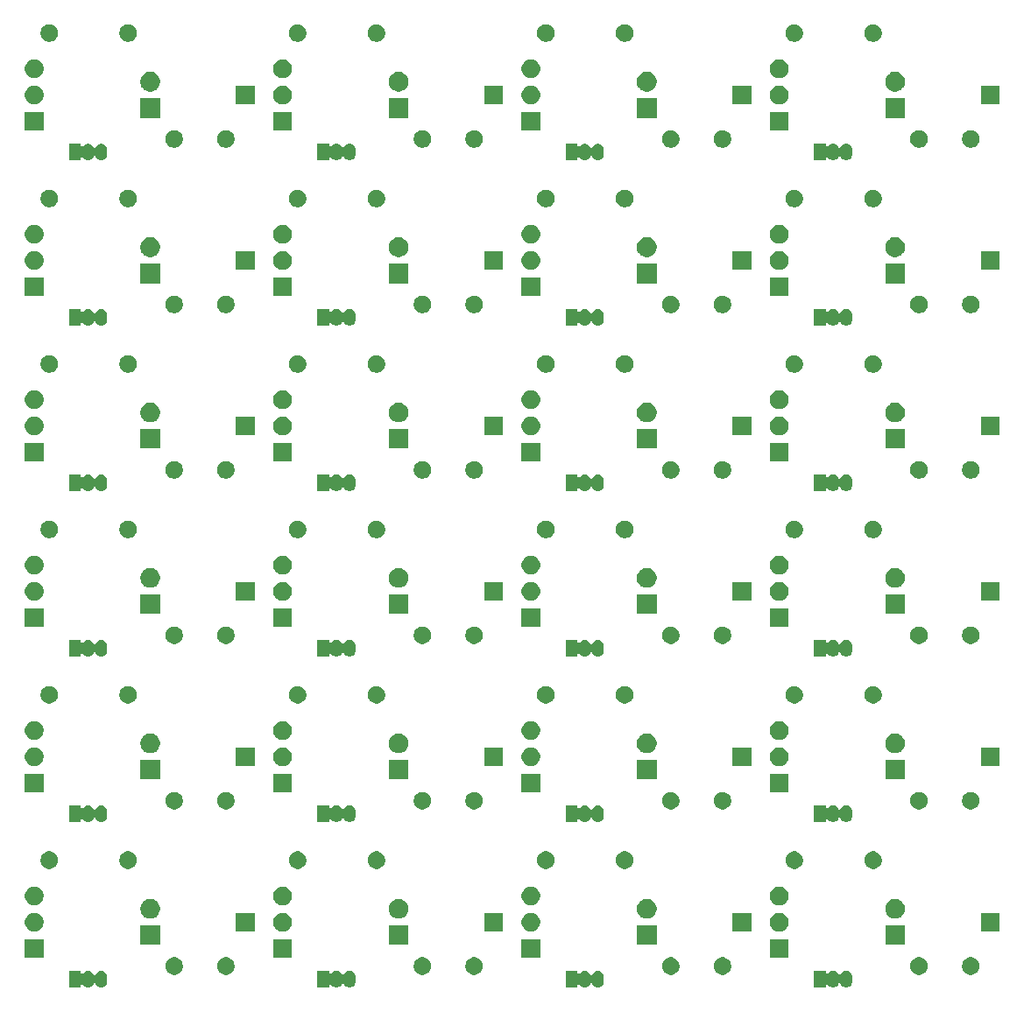
<source format=gbs>
G04 #@! TF.GenerationSoftware,KiCad,Pcbnew,5.1.5-52549c5~84~ubuntu18.04.1*
G04 #@! TF.CreationDate,2020-06-11T05:49:29+09:00*
G04 #@! TF.ProjectId,PulseOximeterTHT_rev3,50756c73-654f-4786-996d-657465725448,rev?*
G04 #@! TF.SameCoordinates,Original*
G04 #@! TF.FileFunction,Soldermask,Bot*
G04 #@! TF.FilePolarity,Negative*
%FSLAX46Y46*%
G04 Gerber Fmt 4.6, Leading zero omitted, Abs format (unit mm)*
G04 Created by KiCad (PCBNEW 5.1.5-52549c5~84~ubuntu18.04.1) date 2020-06-11 05:49:29*
%MOMM*%
%LPD*%
G04 APERTURE LIST*
%ADD10C,0.100000*%
G04 APERTURE END LIST*
D10*
G36*
X206382914Y-132707334D02*
G01*
X206491490Y-132740271D01*
X206491493Y-132740272D01*
X206527599Y-132759571D01*
X206591555Y-132793756D01*
X206679263Y-132865736D01*
X206751243Y-132953443D01*
X206775137Y-132998147D01*
X206804727Y-133053505D01*
X206804728Y-133053508D01*
X206837665Y-133162084D01*
X206845999Y-133246702D01*
X206845999Y-133753297D01*
X206837665Y-133837916D01*
X206805251Y-133944767D01*
X206804727Y-133946495D01*
X206794760Y-133965141D01*
X206751243Y-134046557D01*
X206679263Y-134134264D01*
X206591556Y-134206244D01*
X206527600Y-134240429D01*
X206491494Y-134259728D01*
X206491491Y-134259729D01*
X206382915Y-134292666D01*
X206269999Y-134303787D01*
X206157084Y-134292666D01*
X206048508Y-134259729D01*
X206048505Y-134259728D01*
X206012399Y-134240429D01*
X205948443Y-134206244D01*
X205860736Y-134134264D01*
X205788756Y-134046557D01*
X205745238Y-133965141D01*
X205731624Y-133944766D01*
X205714297Y-133927439D01*
X205693923Y-133913826D01*
X205671284Y-133904448D01*
X205647251Y-133899668D01*
X205622747Y-133899668D01*
X205598714Y-133904448D01*
X205576075Y-133913826D01*
X205555700Y-133927440D01*
X205538373Y-133944767D01*
X205524760Y-133965141D01*
X205481243Y-134046557D01*
X205409263Y-134134264D01*
X205321556Y-134206244D01*
X205257600Y-134240429D01*
X205221494Y-134259728D01*
X205221491Y-134259729D01*
X205112915Y-134292666D01*
X204999999Y-134303787D01*
X204887084Y-134292666D01*
X204778508Y-134259729D01*
X204778505Y-134259728D01*
X204742399Y-134240429D01*
X204678443Y-134206244D01*
X204590736Y-134134264D01*
X204527621Y-134057359D01*
X204510296Y-134040034D01*
X204489922Y-134026420D01*
X204467283Y-134017043D01*
X204443249Y-134012263D01*
X204418745Y-134012263D01*
X204394712Y-134017044D01*
X204372073Y-134026421D01*
X204351699Y-134040035D01*
X204334372Y-134057362D01*
X204320758Y-134077736D01*
X204311381Y-134100375D01*
X204305999Y-134136660D01*
X204305999Y-134301000D01*
X203153999Y-134301000D01*
X203153999Y-132699000D01*
X204305999Y-132699000D01*
X204305999Y-132863341D01*
X204308401Y-132887727D01*
X204315514Y-132911176D01*
X204327065Y-132932787D01*
X204342610Y-132951729D01*
X204361552Y-132967274D01*
X204383163Y-132978825D01*
X204406612Y-132985938D01*
X204430998Y-132988340D01*
X204455384Y-132985938D01*
X204478833Y-132978825D01*
X204500444Y-132967274D01*
X204519386Y-132951729D01*
X204527607Y-132942657D01*
X204590735Y-132865736D01*
X204678442Y-132793756D01*
X204742398Y-132759571D01*
X204778504Y-132740272D01*
X204778507Y-132740271D01*
X204887083Y-132707334D01*
X204999999Y-132696213D01*
X205112914Y-132707334D01*
X205221490Y-132740271D01*
X205221493Y-132740272D01*
X205257599Y-132759571D01*
X205321555Y-132793756D01*
X205409263Y-132865736D01*
X205481243Y-132953443D01*
X205524760Y-133034859D01*
X205538374Y-133055234D01*
X205555701Y-133072561D01*
X205576075Y-133086174D01*
X205598714Y-133095552D01*
X205622747Y-133100332D01*
X205647251Y-133100332D01*
X205671284Y-133095552D01*
X205693923Y-133086174D01*
X205714298Y-133072560D01*
X205731625Y-133055233D01*
X205745238Y-133034860D01*
X205788755Y-132953444D01*
X205860735Y-132865736D01*
X205948442Y-132793756D01*
X206012398Y-132759571D01*
X206048504Y-132740272D01*
X206048507Y-132740271D01*
X206157083Y-132707334D01*
X206269999Y-132696213D01*
X206382914Y-132707334D01*
G37*
G36*
X134382914Y-132707334D02*
G01*
X134491490Y-132740271D01*
X134491493Y-132740272D01*
X134527599Y-132759571D01*
X134591555Y-132793756D01*
X134679263Y-132865736D01*
X134751243Y-132953443D01*
X134775137Y-132998147D01*
X134804727Y-133053505D01*
X134804728Y-133053508D01*
X134837665Y-133162084D01*
X134845999Y-133246702D01*
X134845999Y-133753297D01*
X134837665Y-133837916D01*
X134805251Y-133944767D01*
X134804727Y-133946495D01*
X134794760Y-133965141D01*
X134751243Y-134046557D01*
X134679263Y-134134264D01*
X134591556Y-134206244D01*
X134527600Y-134240429D01*
X134491494Y-134259728D01*
X134491491Y-134259729D01*
X134382915Y-134292666D01*
X134269999Y-134303787D01*
X134157084Y-134292666D01*
X134048508Y-134259729D01*
X134048505Y-134259728D01*
X134012399Y-134240429D01*
X133948443Y-134206244D01*
X133860736Y-134134264D01*
X133788756Y-134046557D01*
X133745238Y-133965141D01*
X133731624Y-133944766D01*
X133714297Y-133927439D01*
X133693923Y-133913826D01*
X133671284Y-133904448D01*
X133647251Y-133899668D01*
X133622747Y-133899668D01*
X133598714Y-133904448D01*
X133576075Y-133913826D01*
X133555700Y-133927440D01*
X133538373Y-133944767D01*
X133524760Y-133965141D01*
X133481243Y-134046557D01*
X133409263Y-134134264D01*
X133321556Y-134206244D01*
X133257600Y-134240429D01*
X133221494Y-134259728D01*
X133221491Y-134259729D01*
X133112915Y-134292666D01*
X132999999Y-134303787D01*
X132887084Y-134292666D01*
X132778508Y-134259729D01*
X132778505Y-134259728D01*
X132742399Y-134240429D01*
X132678443Y-134206244D01*
X132590736Y-134134264D01*
X132527621Y-134057359D01*
X132510296Y-134040034D01*
X132489922Y-134026420D01*
X132467283Y-134017043D01*
X132443249Y-134012263D01*
X132418745Y-134012263D01*
X132394712Y-134017044D01*
X132372073Y-134026421D01*
X132351699Y-134040035D01*
X132334372Y-134057362D01*
X132320758Y-134077736D01*
X132311381Y-134100375D01*
X132305999Y-134136660D01*
X132305999Y-134301000D01*
X131153999Y-134301000D01*
X131153999Y-132699000D01*
X132305999Y-132699000D01*
X132305999Y-132863341D01*
X132308401Y-132887727D01*
X132315514Y-132911176D01*
X132327065Y-132932787D01*
X132342610Y-132951729D01*
X132361552Y-132967274D01*
X132383163Y-132978825D01*
X132406612Y-132985938D01*
X132430998Y-132988340D01*
X132455384Y-132985938D01*
X132478833Y-132978825D01*
X132500444Y-132967274D01*
X132519386Y-132951729D01*
X132527607Y-132942657D01*
X132590735Y-132865736D01*
X132678442Y-132793756D01*
X132742398Y-132759571D01*
X132778504Y-132740272D01*
X132778507Y-132740271D01*
X132887083Y-132707334D01*
X132999999Y-132696213D01*
X133112914Y-132707334D01*
X133221490Y-132740271D01*
X133221493Y-132740272D01*
X133257599Y-132759571D01*
X133321555Y-132793756D01*
X133409263Y-132865736D01*
X133481243Y-132953443D01*
X133524760Y-133034859D01*
X133538374Y-133055234D01*
X133555701Y-133072561D01*
X133576075Y-133086174D01*
X133598714Y-133095552D01*
X133622747Y-133100332D01*
X133647251Y-133100332D01*
X133671284Y-133095552D01*
X133693923Y-133086174D01*
X133714298Y-133072560D01*
X133731625Y-133055233D01*
X133745238Y-133034860D01*
X133788755Y-132953444D01*
X133860735Y-132865736D01*
X133948442Y-132793756D01*
X134012398Y-132759571D01*
X134048504Y-132740272D01*
X134048507Y-132740271D01*
X134157083Y-132707334D01*
X134269999Y-132696213D01*
X134382914Y-132707334D01*
G37*
G36*
X158382914Y-132707334D02*
G01*
X158491490Y-132740271D01*
X158491493Y-132740272D01*
X158527599Y-132759571D01*
X158591555Y-132793756D01*
X158679263Y-132865736D01*
X158751243Y-132953443D01*
X158775137Y-132998147D01*
X158804727Y-133053505D01*
X158804728Y-133053508D01*
X158837665Y-133162084D01*
X158845999Y-133246702D01*
X158845999Y-133753297D01*
X158837665Y-133837916D01*
X158805251Y-133944767D01*
X158804727Y-133946495D01*
X158794760Y-133965141D01*
X158751243Y-134046557D01*
X158679263Y-134134264D01*
X158591556Y-134206244D01*
X158527600Y-134240429D01*
X158491494Y-134259728D01*
X158491491Y-134259729D01*
X158382915Y-134292666D01*
X158269999Y-134303787D01*
X158157084Y-134292666D01*
X158048508Y-134259729D01*
X158048505Y-134259728D01*
X158012399Y-134240429D01*
X157948443Y-134206244D01*
X157860736Y-134134264D01*
X157788756Y-134046557D01*
X157745238Y-133965141D01*
X157731624Y-133944766D01*
X157714297Y-133927439D01*
X157693923Y-133913826D01*
X157671284Y-133904448D01*
X157647251Y-133899668D01*
X157622747Y-133899668D01*
X157598714Y-133904448D01*
X157576075Y-133913826D01*
X157555700Y-133927440D01*
X157538373Y-133944767D01*
X157524760Y-133965141D01*
X157481243Y-134046557D01*
X157409263Y-134134264D01*
X157321556Y-134206244D01*
X157257600Y-134240429D01*
X157221494Y-134259728D01*
X157221491Y-134259729D01*
X157112915Y-134292666D01*
X156999999Y-134303787D01*
X156887084Y-134292666D01*
X156778508Y-134259729D01*
X156778505Y-134259728D01*
X156742399Y-134240429D01*
X156678443Y-134206244D01*
X156590736Y-134134264D01*
X156527621Y-134057359D01*
X156510296Y-134040034D01*
X156489922Y-134026420D01*
X156467283Y-134017043D01*
X156443249Y-134012263D01*
X156418745Y-134012263D01*
X156394712Y-134017044D01*
X156372073Y-134026421D01*
X156351699Y-134040035D01*
X156334372Y-134057362D01*
X156320758Y-134077736D01*
X156311381Y-134100375D01*
X156305999Y-134136660D01*
X156305999Y-134301000D01*
X155153999Y-134301000D01*
X155153999Y-132699000D01*
X156305999Y-132699000D01*
X156305999Y-132863341D01*
X156308401Y-132887727D01*
X156315514Y-132911176D01*
X156327065Y-132932787D01*
X156342610Y-132951729D01*
X156361552Y-132967274D01*
X156383163Y-132978825D01*
X156406612Y-132985938D01*
X156430998Y-132988340D01*
X156455384Y-132985938D01*
X156478833Y-132978825D01*
X156500444Y-132967274D01*
X156519386Y-132951729D01*
X156527607Y-132942657D01*
X156590735Y-132865736D01*
X156678442Y-132793756D01*
X156742398Y-132759571D01*
X156778504Y-132740272D01*
X156778507Y-132740271D01*
X156887083Y-132707334D01*
X156999999Y-132696213D01*
X157112914Y-132707334D01*
X157221490Y-132740271D01*
X157221493Y-132740272D01*
X157257599Y-132759571D01*
X157321555Y-132793756D01*
X157409263Y-132865736D01*
X157481243Y-132953443D01*
X157524760Y-133034859D01*
X157538374Y-133055234D01*
X157555701Y-133072561D01*
X157576075Y-133086174D01*
X157598714Y-133095552D01*
X157622747Y-133100332D01*
X157647251Y-133100332D01*
X157671284Y-133095552D01*
X157693923Y-133086174D01*
X157714298Y-133072560D01*
X157731625Y-133055233D01*
X157745238Y-133034860D01*
X157788755Y-132953444D01*
X157860735Y-132865736D01*
X157948442Y-132793756D01*
X158012398Y-132759571D01*
X158048504Y-132740272D01*
X158048507Y-132740271D01*
X158157083Y-132707334D01*
X158269999Y-132696213D01*
X158382914Y-132707334D01*
G37*
G36*
X182382914Y-132707334D02*
G01*
X182491490Y-132740271D01*
X182491493Y-132740272D01*
X182527599Y-132759571D01*
X182591555Y-132793756D01*
X182679263Y-132865736D01*
X182751243Y-132953443D01*
X182775137Y-132998147D01*
X182804727Y-133053505D01*
X182804728Y-133053508D01*
X182837665Y-133162084D01*
X182845999Y-133246702D01*
X182845999Y-133753297D01*
X182837665Y-133837916D01*
X182805251Y-133944767D01*
X182804727Y-133946495D01*
X182794760Y-133965141D01*
X182751243Y-134046557D01*
X182679263Y-134134264D01*
X182591556Y-134206244D01*
X182527600Y-134240429D01*
X182491494Y-134259728D01*
X182491491Y-134259729D01*
X182382915Y-134292666D01*
X182269999Y-134303787D01*
X182157084Y-134292666D01*
X182048508Y-134259729D01*
X182048505Y-134259728D01*
X182012399Y-134240429D01*
X181948443Y-134206244D01*
X181860736Y-134134264D01*
X181788756Y-134046557D01*
X181745238Y-133965141D01*
X181731624Y-133944766D01*
X181714297Y-133927439D01*
X181693923Y-133913826D01*
X181671284Y-133904448D01*
X181647251Y-133899668D01*
X181622747Y-133899668D01*
X181598714Y-133904448D01*
X181576075Y-133913826D01*
X181555700Y-133927440D01*
X181538373Y-133944767D01*
X181524760Y-133965141D01*
X181481243Y-134046557D01*
X181409263Y-134134264D01*
X181321556Y-134206244D01*
X181257600Y-134240429D01*
X181221494Y-134259728D01*
X181221491Y-134259729D01*
X181112915Y-134292666D01*
X180999999Y-134303787D01*
X180887084Y-134292666D01*
X180778508Y-134259729D01*
X180778505Y-134259728D01*
X180742399Y-134240429D01*
X180678443Y-134206244D01*
X180590736Y-134134264D01*
X180527621Y-134057359D01*
X180510296Y-134040034D01*
X180489922Y-134026420D01*
X180467283Y-134017043D01*
X180443249Y-134012263D01*
X180418745Y-134012263D01*
X180394712Y-134017044D01*
X180372073Y-134026421D01*
X180351699Y-134040035D01*
X180334372Y-134057362D01*
X180320758Y-134077736D01*
X180311381Y-134100375D01*
X180305999Y-134136660D01*
X180305999Y-134301000D01*
X179153999Y-134301000D01*
X179153999Y-132699000D01*
X180305999Y-132699000D01*
X180305999Y-132863341D01*
X180308401Y-132887727D01*
X180315514Y-132911176D01*
X180327065Y-132932787D01*
X180342610Y-132951729D01*
X180361552Y-132967274D01*
X180383163Y-132978825D01*
X180406612Y-132985938D01*
X180430998Y-132988340D01*
X180455384Y-132985938D01*
X180478833Y-132978825D01*
X180500444Y-132967274D01*
X180519386Y-132951729D01*
X180527607Y-132942657D01*
X180590735Y-132865736D01*
X180678442Y-132793756D01*
X180742398Y-132759571D01*
X180778504Y-132740272D01*
X180778507Y-132740271D01*
X180887083Y-132707334D01*
X180999999Y-132696213D01*
X181112914Y-132707334D01*
X181221490Y-132740271D01*
X181221493Y-132740272D01*
X181257599Y-132759571D01*
X181321555Y-132793756D01*
X181409263Y-132865736D01*
X181481243Y-132953443D01*
X181524760Y-133034859D01*
X181538374Y-133055234D01*
X181555701Y-133072561D01*
X181576075Y-133086174D01*
X181598714Y-133095552D01*
X181622747Y-133100332D01*
X181647251Y-133100332D01*
X181671284Y-133095552D01*
X181693923Y-133086174D01*
X181714298Y-133072560D01*
X181731625Y-133055233D01*
X181745238Y-133034860D01*
X181788755Y-132953444D01*
X181860735Y-132865736D01*
X181948442Y-132793756D01*
X182012398Y-132759571D01*
X182048504Y-132740272D01*
X182048507Y-132740271D01*
X182157083Y-132707334D01*
X182269999Y-132696213D01*
X182382914Y-132707334D01*
G37*
G36*
X141566228Y-131425703D02*
G01*
X141721100Y-131489853D01*
X141860481Y-131582985D01*
X141979015Y-131701519D01*
X142072147Y-131840900D01*
X142136297Y-131995772D01*
X142169000Y-132160184D01*
X142169000Y-132327816D01*
X142136297Y-132492228D01*
X142072147Y-132647100D01*
X141979015Y-132786481D01*
X141860481Y-132905015D01*
X141721100Y-132998147D01*
X141566228Y-133062297D01*
X141401816Y-133095000D01*
X141234184Y-133095000D01*
X141069772Y-133062297D01*
X140914900Y-132998147D01*
X140775519Y-132905015D01*
X140656985Y-132786481D01*
X140563853Y-132647100D01*
X140499703Y-132492228D01*
X140467000Y-132327816D01*
X140467000Y-132160184D01*
X140499703Y-131995772D01*
X140563853Y-131840900D01*
X140656985Y-131701519D01*
X140775519Y-131582985D01*
X140914900Y-131489853D01*
X141069772Y-131425703D01*
X141234184Y-131393000D01*
X141401816Y-131393000D01*
X141566228Y-131425703D01*
G37*
G36*
X146566228Y-131425703D02*
G01*
X146721100Y-131489853D01*
X146860481Y-131582985D01*
X146979015Y-131701519D01*
X147072147Y-131840900D01*
X147136297Y-131995772D01*
X147169000Y-132160184D01*
X147169000Y-132327816D01*
X147136297Y-132492228D01*
X147072147Y-132647100D01*
X146979015Y-132786481D01*
X146860481Y-132905015D01*
X146721100Y-132998147D01*
X146566228Y-133062297D01*
X146401816Y-133095000D01*
X146234184Y-133095000D01*
X146069772Y-133062297D01*
X145914900Y-132998147D01*
X145775519Y-132905015D01*
X145656985Y-132786481D01*
X145563853Y-132647100D01*
X145499703Y-132492228D01*
X145467000Y-132327816D01*
X145467000Y-132160184D01*
X145499703Y-131995772D01*
X145563853Y-131840900D01*
X145656985Y-131701519D01*
X145775519Y-131582985D01*
X145914900Y-131489853D01*
X146069772Y-131425703D01*
X146234184Y-131393000D01*
X146401816Y-131393000D01*
X146566228Y-131425703D01*
G37*
G36*
X170566228Y-131425703D02*
G01*
X170721100Y-131489853D01*
X170860481Y-131582985D01*
X170979015Y-131701519D01*
X171072147Y-131840900D01*
X171136297Y-131995772D01*
X171169000Y-132160184D01*
X171169000Y-132327816D01*
X171136297Y-132492228D01*
X171072147Y-132647100D01*
X170979015Y-132786481D01*
X170860481Y-132905015D01*
X170721100Y-132998147D01*
X170566228Y-133062297D01*
X170401816Y-133095000D01*
X170234184Y-133095000D01*
X170069772Y-133062297D01*
X169914900Y-132998147D01*
X169775519Y-132905015D01*
X169656985Y-132786481D01*
X169563853Y-132647100D01*
X169499703Y-132492228D01*
X169467000Y-132327816D01*
X169467000Y-132160184D01*
X169499703Y-131995772D01*
X169563853Y-131840900D01*
X169656985Y-131701519D01*
X169775519Y-131582985D01*
X169914900Y-131489853D01*
X170069772Y-131425703D01*
X170234184Y-131393000D01*
X170401816Y-131393000D01*
X170566228Y-131425703D01*
G37*
G36*
X165566228Y-131425703D02*
G01*
X165721100Y-131489853D01*
X165860481Y-131582985D01*
X165979015Y-131701519D01*
X166072147Y-131840900D01*
X166136297Y-131995772D01*
X166169000Y-132160184D01*
X166169000Y-132327816D01*
X166136297Y-132492228D01*
X166072147Y-132647100D01*
X165979015Y-132786481D01*
X165860481Y-132905015D01*
X165721100Y-132998147D01*
X165566228Y-133062297D01*
X165401816Y-133095000D01*
X165234184Y-133095000D01*
X165069772Y-133062297D01*
X164914900Y-132998147D01*
X164775519Y-132905015D01*
X164656985Y-132786481D01*
X164563853Y-132647100D01*
X164499703Y-132492228D01*
X164467000Y-132327816D01*
X164467000Y-132160184D01*
X164499703Y-131995772D01*
X164563853Y-131840900D01*
X164656985Y-131701519D01*
X164775519Y-131582985D01*
X164914900Y-131489853D01*
X165069772Y-131425703D01*
X165234184Y-131393000D01*
X165401816Y-131393000D01*
X165566228Y-131425703D01*
G37*
G36*
X213566228Y-131425703D02*
G01*
X213721100Y-131489853D01*
X213860481Y-131582985D01*
X213979015Y-131701519D01*
X214072147Y-131840900D01*
X214136297Y-131995772D01*
X214169000Y-132160184D01*
X214169000Y-132327816D01*
X214136297Y-132492228D01*
X214072147Y-132647100D01*
X213979015Y-132786481D01*
X213860481Y-132905015D01*
X213721100Y-132998147D01*
X213566228Y-133062297D01*
X213401816Y-133095000D01*
X213234184Y-133095000D01*
X213069772Y-133062297D01*
X212914900Y-132998147D01*
X212775519Y-132905015D01*
X212656985Y-132786481D01*
X212563853Y-132647100D01*
X212499703Y-132492228D01*
X212467000Y-132327816D01*
X212467000Y-132160184D01*
X212499703Y-131995772D01*
X212563853Y-131840900D01*
X212656985Y-131701519D01*
X212775519Y-131582985D01*
X212914900Y-131489853D01*
X213069772Y-131425703D01*
X213234184Y-131393000D01*
X213401816Y-131393000D01*
X213566228Y-131425703D01*
G37*
G36*
X189566228Y-131425703D02*
G01*
X189721100Y-131489853D01*
X189860481Y-131582985D01*
X189979015Y-131701519D01*
X190072147Y-131840900D01*
X190136297Y-131995772D01*
X190169000Y-132160184D01*
X190169000Y-132327816D01*
X190136297Y-132492228D01*
X190072147Y-132647100D01*
X189979015Y-132786481D01*
X189860481Y-132905015D01*
X189721100Y-132998147D01*
X189566228Y-133062297D01*
X189401816Y-133095000D01*
X189234184Y-133095000D01*
X189069772Y-133062297D01*
X188914900Y-132998147D01*
X188775519Y-132905015D01*
X188656985Y-132786481D01*
X188563853Y-132647100D01*
X188499703Y-132492228D01*
X188467000Y-132327816D01*
X188467000Y-132160184D01*
X188499703Y-131995772D01*
X188563853Y-131840900D01*
X188656985Y-131701519D01*
X188775519Y-131582985D01*
X188914900Y-131489853D01*
X189069772Y-131425703D01*
X189234184Y-131393000D01*
X189401816Y-131393000D01*
X189566228Y-131425703D01*
G37*
G36*
X194566228Y-131425703D02*
G01*
X194721100Y-131489853D01*
X194860481Y-131582985D01*
X194979015Y-131701519D01*
X195072147Y-131840900D01*
X195136297Y-131995772D01*
X195169000Y-132160184D01*
X195169000Y-132327816D01*
X195136297Y-132492228D01*
X195072147Y-132647100D01*
X194979015Y-132786481D01*
X194860481Y-132905015D01*
X194721100Y-132998147D01*
X194566228Y-133062297D01*
X194401816Y-133095000D01*
X194234184Y-133095000D01*
X194069772Y-133062297D01*
X193914900Y-132998147D01*
X193775519Y-132905015D01*
X193656985Y-132786481D01*
X193563853Y-132647100D01*
X193499703Y-132492228D01*
X193467000Y-132327816D01*
X193467000Y-132160184D01*
X193499703Y-131995772D01*
X193563853Y-131840900D01*
X193656985Y-131701519D01*
X193775519Y-131582985D01*
X193914900Y-131489853D01*
X194069772Y-131425703D01*
X194234184Y-131393000D01*
X194401816Y-131393000D01*
X194566228Y-131425703D01*
G37*
G36*
X218566228Y-131425703D02*
G01*
X218721100Y-131489853D01*
X218860481Y-131582985D01*
X218979015Y-131701519D01*
X219072147Y-131840900D01*
X219136297Y-131995772D01*
X219169000Y-132160184D01*
X219169000Y-132327816D01*
X219136297Y-132492228D01*
X219072147Y-132647100D01*
X218979015Y-132786481D01*
X218860481Y-132905015D01*
X218721100Y-132998147D01*
X218566228Y-133062297D01*
X218401816Y-133095000D01*
X218234184Y-133095000D01*
X218069772Y-133062297D01*
X217914900Y-132998147D01*
X217775519Y-132905015D01*
X217656985Y-132786481D01*
X217563853Y-132647100D01*
X217499703Y-132492228D01*
X217467000Y-132327816D01*
X217467000Y-132160184D01*
X217499703Y-131995772D01*
X217563853Y-131840900D01*
X217656985Y-131701519D01*
X217775519Y-131582985D01*
X217914900Y-131489853D01*
X218069772Y-131425703D01*
X218234184Y-131393000D01*
X218401816Y-131393000D01*
X218566228Y-131425703D01*
G37*
G36*
X152701000Y-131441000D02*
G01*
X150899000Y-131441000D01*
X150899000Y-129639000D01*
X152701000Y-129639000D01*
X152701000Y-131441000D01*
G37*
G36*
X176701000Y-131441000D02*
G01*
X174899000Y-131441000D01*
X174899000Y-129639000D01*
X176701000Y-129639000D01*
X176701000Y-131441000D01*
G37*
G36*
X128701000Y-131441000D02*
G01*
X126899000Y-131441000D01*
X126899000Y-129639000D01*
X128701000Y-129639000D01*
X128701000Y-131441000D01*
G37*
G36*
X200701000Y-131441000D02*
G01*
X198899000Y-131441000D01*
X198899000Y-129639000D01*
X200701000Y-129639000D01*
X200701000Y-131441000D01*
G37*
G36*
X139951000Y-130201000D02*
G01*
X138049000Y-130201000D01*
X138049000Y-128299000D01*
X139951000Y-128299000D01*
X139951000Y-130201000D01*
G37*
G36*
X211951000Y-130201000D02*
G01*
X210049000Y-130201000D01*
X210049000Y-128299000D01*
X211951000Y-128299000D01*
X211951000Y-130201000D01*
G37*
G36*
X187951000Y-130201000D02*
G01*
X186049000Y-130201000D01*
X186049000Y-128299000D01*
X187951000Y-128299000D01*
X187951000Y-130201000D01*
G37*
G36*
X163951000Y-130201000D02*
G01*
X162049000Y-130201000D01*
X162049000Y-128299000D01*
X163951000Y-128299000D01*
X163951000Y-130201000D01*
G37*
G36*
X173101000Y-128901000D02*
G01*
X171299000Y-128901000D01*
X171299000Y-127099000D01*
X173101000Y-127099000D01*
X173101000Y-128901000D01*
G37*
G36*
X221101000Y-128901000D02*
G01*
X219299000Y-128901000D01*
X219299000Y-127099000D01*
X221101000Y-127099000D01*
X221101000Y-128901000D01*
G37*
G36*
X197101000Y-128901000D02*
G01*
X195299000Y-128901000D01*
X195299000Y-127099000D01*
X197101000Y-127099000D01*
X197101000Y-128901000D01*
G37*
G36*
X149101000Y-128901000D02*
G01*
X147299000Y-128901000D01*
X147299000Y-127099000D01*
X149101000Y-127099000D01*
X149101000Y-128901000D01*
G37*
G36*
X175913512Y-127103927D02*
G01*
X176062812Y-127133624D01*
X176226784Y-127201544D01*
X176374354Y-127300147D01*
X176499853Y-127425646D01*
X176598456Y-127573216D01*
X176666376Y-127737188D01*
X176701000Y-127911259D01*
X176701000Y-128088741D01*
X176666376Y-128262812D01*
X176598456Y-128426784D01*
X176499853Y-128574354D01*
X176374354Y-128699853D01*
X176226784Y-128798456D01*
X176062812Y-128866376D01*
X175913512Y-128896073D01*
X175888742Y-128901000D01*
X175711258Y-128901000D01*
X175686488Y-128896073D01*
X175537188Y-128866376D01*
X175373216Y-128798456D01*
X175225646Y-128699853D01*
X175100147Y-128574354D01*
X175001544Y-128426784D01*
X174933624Y-128262812D01*
X174899000Y-128088741D01*
X174899000Y-127911259D01*
X174933624Y-127737188D01*
X175001544Y-127573216D01*
X175100147Y-127425646D01*
X175225646Y-127300147D01*
X175373216Y-127201544D01*
X175537188Y-127133624D01*
X175686488Y-127103927D01*
X175711258Y-127099000D01*
X175888742Y-127099000D01*
X175913512Y-127103927D01*
G37*
G36*
X127913512Y-127103927D02*
G01*
X128062812Y-127133624D01*
X128226784Y-127201544D01*
X128374354Y-127300147D01*
X128499853Y-127425646D01*
X128598456Y-127573216D01*
X128666376Y-127737188D01*
X128701000Y-127911259D01*
X128701000Y-128088741D01*
X128666376Y-128262812D01*
X128598456Y-128426784D01*
X128499853Y-128574354D01*
X128374354Y-128699853D01*
X128226784Y-128798456D01*
X128062812Y-128866376D01*
X127913512Y-128896073D01*
X127888742Y-128901000D01*
X127711258Y-128901000D01*
X127686488Y-128896073D01*
X127537188Y-128866376D01*
X127373216Y-128798456D01*
X127225646Y-128699853D01*
X127100147Y-128574354D01*
X127001544Y-128426784D01*
X126933624Y-128262812D01*
X126899000Y-128088741D01*
X126899000Y-127911259D01*
X126933624Y-127737188D01*
X127001544Y-127573216D01*
X127100147Y-127425646D01*
X127225646Y-127300147D01*
X127373216Y-127201544D01*
X127537188Y-127133624D01*
X127686488Y-127103927D01*
X127711258Y-127099000D01*
X127888742Y-127099000D01*
X127913512Y-127103927D01*
G37*
G36*
X151913512Y-127103927D02*
G01*
X152062812Y-127133624D01*
X152226784Y-127201544D01*
X152374354Y-127300147D01*
X152499853Y-127425646D01*
X152598456Y-127573216D01*
X152666376Y-127737188D01*
X152701000Y-127911259D01*
X152701000Y-128088741D01*
X152666376Y-128262812D01*
X152598456Y-128426784D01*
X152499853Y-128574354D01*
X152374354Y-128699853D01*
X152226784Y-128798456D01*
X152062812Y-128866376D01*
X151913512Y-128896073D01*
X151888742Y-128901000D01*
X151711258Y-128901000D01*
X151686488Y-128896073D01*
X151537188Y-128866376D01*
X151373216Y-128798456D01*
X151225646Y-128699853D01*
X151100147Y-128574354D01*
X151001544Y-128426784D01*
X150933624Y-128262812D01*
X150899000Y-128088741D01*
X150899000Y-127911259D01*
X150933624Y-127737188D01*
X151001544Y-127573216D01*
X151100147Y-127425646D01*
X151225646Y-127300147D01*
X151373216Y-127201544D01*
X151537188Y-127133624D01*
X151686488Y-127103927D01*
X151711258Y-127099000D01*
X151888742Y-127099000D01*
X151913512Y-127103927D01*
G37*
G36*
X199913512Y-127103927D02*
G01*
X200062812Y-127133624D01*
X200226784Y-127201544D01*
X200374354Y-127300147D01*
X200499853Y-127425646D01*
X200598456Y-127573216D01*
X200666376Y-127737188D01*
X200701000Y-127911259D01*
X200701000Y-128088741D01*
X200666376Y-128262812D01*
X200598456Y-128426784D01*
X200499853Y-128574354D01*
X200374354Y-128699853D01*
X200226784Y-128798456D01*
X200062812Y-128866376D01*
X199913512Y-128896073D01*
X199888742Y-128901000D01*
X199711258Y-128901000D01*
X199686488Y-128896073D01*
X199537188Y-128866376D01*
X199373216Y-128798456D01*
X199225646Y-128699853D01*
X199100147Y-128574354D01*
X199001544Y-128426784D01*
X198933624Y-128262812D01*
X198899000Y-128088741D01*
X198899000Y-127911259D01*
X198933624Y-127737188D01*
X199001544Y-127573216D01*
X199100147Y-127425646D01*
X199225646Y-127300147D01*
X199373216Y-127201544D01*
X199537188Y-127133624D01*
X199686488Y-127103927D01*
X199711258Y-127099000D01*
X199888742Y-127099000D01*
X199913512Y-127103927D01*
G37*
G36*
X211277395Y-125795546D02*
G01*
X211450466Y-125867234D01*
X211527818Y-125918919D01*
X211606227Y-125971310D01*
X211738690Y-126103773D01*
X211738691Y-126103775D01*
X211842766Y-126259534D01*
X211914454Y-126432605D01*
X211951000Y-126616333D01*
X211951000Y-126803667D01*
X211914454Y-126987395D01*
X211842766Y-127160466D01*
X211791081Y-127237818D01*
X211738690Y-127316227D01*
X211606227Y-127448690D01*
X211527818Y-127501081D01*
X211450466Y-127552766D01*
X211277395Y-127624454D01*
X211093667Y-127661000D01*
X210906333Y-127661000D01*
X210722605Y-127624454D01*
X210549534Y-127552766D01*
X210472182Y-127501081D01*
X210393773Y-127448690D01*
X210261310Y-127316227D01*
X210208919Y-127237818D01*
X210157234Y-127160466D01*
X210085546Y-126987395D01*
X210049000Y-126803667D01*
X210049000Y-126616333D01*
X210085546Y-126432605D01*
X210157234Y-126259534D01*
X210261309Y-126103775D01*
X210261310Y-126103773D01*
X210393773Y-125971310D01*
X210472182Y-125918919D01*
X210549534Y-125867234D01*
X210722605Y-125795546D01*
X210906333Y-125759000D01*
X211093667Y-125759000D01*
X211277395Y-125795546D01*
G37*
G36*
X187277395Y-125795546D02*
G01*
X187450466Y-125867234D01*
X187527818Y-125918919D01*
X187606227Y-125971310D01*
X187738690Y-126103773D01*
X187738691Y-126103775D01*
X187842766Y-126259534D01*
X187914454Y-126432605D01*
X187951000Y-126616333D01*
X187951000Y-126803667D01*
X187914454Y-126987395D01*
X187842766Y-127160466D01*
X187791081Y-127237818D01*
X187738690Y-127316227D01*
X187606227Y-127448690D01*
X187527818Y-127501081D01*
X187450466Y-127552766D01*
X187277395Y-127624454D01*
X187093667Y-127661000D01*
X186906333Y-127661000D01*
X186722605Y-127624454D01*
X186549534Y-127552766D01*
X186472182Y-127501081D01*
X186393773Y-127448690D01*
X186261310Y-127316227D01*
X186208919Y-127237818D01*
X186157234Y-127160466D01*
X186085546Y-126987395D01*
X186049000Y-126803667D01*
X186049000Y-126616333D01*
X186085546Y-126432605D01*
X186157234Y-126259534D01*
X186261309Y-126103775D01*
X186261310Y-126103773D01*
X186393773Y-125971310D01*
X186472182Y-125918919D01*
X186549534Y-125867234D01*
X186722605Y-125795546D01*
X186906333Y-125759000D01*
X187093667Y-125759000D01*
X187277395Y-125795546D01*
G37*
G36*
X163277395Y-125795546D02*
G01*
X163450466Y-125867234D01*
X163527818Y-125918919D01*
X163606227Y-125971310D01*
X163738690Y-126103773D01*
X163738691Y-126103775D01*
X163842766Y-126259534D01*
X163914454Y-126432605D01*
X163951000Y-126616333D01*
X163951000Y-126803667D01*
X163914454Y-126987395D01*
X163842766Y-127160466D01*
X163791081Y-127237818D01*
X163738690Y-127316227D01*
X163606227Y-127448690D01*
X163527818Y-127501081D01*
X163450466Y-127552766D01*
X163277395Y-127624454D01*
X163093667Y-127661000D01*
X162906333Y-127661000D01*
X162722605Y-127624454D01*
X162549534Y-127552766D01*
X162472182Y-127501081D01*
X162393773Y-127448690D01*
X162261310Y-127316227D01*
X162208919Y-127237818D01*
X162157234Y-127160466D01*
X162085546Y-126987395D01*
X162049000Y-126803667D01*
X162049000Y-126616333D01*
X162085546Y-126432605D01*
X162157234Y-126259534D01*
X162261309Y-126103775D01*
X162261310Y-126103773D01*
X162393773Y-125971310D01*
X162472182Y-125918919D01*
X162549534Y-125867234D01*
X162722605Y-125795546D01*
X162906333Y-125759000D01*
X163093667Y-125759000D01*
X163277395Y-125795546D01*
G37*
G36*
X139277395Y-125795546D02*
G01*
X139450466Y-125867234D01*
X139527818Y-125918919D01*
X139606227Y-125971310D01*
X139738690Y-126103773D01*
X139738691Y-126103775D01*
X139842766Y-126259534D01*
X139914454Y-126432605D01*
X139951000Y-126616333D01*
X139951000Y-126803667D01*
X139914454Y-126987395D01*
X139842766Y-127160466D01*
X139791081Y-127237818D01*
X139738690Y-127316227D01*
X139606227Y-127448690D01*
X139527818Y-127501081D01*
X139450466Y-127552766D01*
X139277395Y-127624454D01*
X139093667Y-127661000D01*
X138906333Y-127661000D01*
X138722605Y-127624454D01*
X138549534Y-127552766D01*
X138472182Y-127501081D01*
X138393773Y-127448690D01*
X138261310Y-127316227D01*
X138208919Y-127237818D01*
X138157234Y-127160466D01*
X138085546Y-126987395D01*
X138049000Y-126803667D01*
X138049000Y-126616333D01*
X138085546Y-126432605D01*
X138157234Y-126259534D01*
X138261309Y-126103775D01*
X138261310Y-126103773D01*
X138393773Y-125971310D01*
X138472182Y-125918919D01*
X138549534Y-125867234D01*
X138722605Y-125795546D01*
X138906333Y-125759000D01*
X139093667Y-125759000D01*
X139277395Y-125795546D01*
G37*
G36*
X127913512Y-124563927D02*
G01*
X128062812Y-124593624D01*
X128226784Y-124661544D01*
X128374354Y-124760147D01*
X128499853Y-124885646D01*
X128598456Y-125033216D01*
X128666376Y-125197188D01*
X128701000Y-125371259D01*
X128701000Y-125548741D01*
X128666376Y-125722812D01*
X128598456Y-125886784D01*
X128499853Y-126034354D01*
X128374354Y-126159853D01*
X128226784Y-126258456D01*
X128062812Y-126326376D01*
X127913512Y-126356073D01*
X127888742Y-126361000D01*
X127711258Y-126361000D01*
X127686488Y-126356073D01*
X127537188Y-126326376D01*
X127373216Y-126258456D01*
X127225646Y-126159853D01*
X127100147Y-126034354D01*
X127001544Y-125886784D01*
X126933624Y-125722812D01*
X126899000Y-125548741D01*
X126899000Y-125371259D01*
X126933624Y-125197188D01*
X127001544Y-125033216D01*
X127100147Y-124885646D01*
X127225646Y-124760147D01*
X127373216Y-124661544D01*
X127537188Y-124593624D01*
X127686488Y-124563927D01*
X127711258Y-124559000D01*
X127888742Y-124559000D01*
X127913512Y-124563927D01*
G37*
G36*
X199913512Y-124563927D02*
G01*
X200062812Y-124593624D01*
X200226784Y-124661544D01*
X200374354Y-124760147D01*
X200499853Y-124885646D01*
X200598456Y-125033216D01*
X200666376Y-125197188D01*
X200701000Y-125371259D01*
X200701000Y-125548741D01*
X200666376Y-125722812D01*
X200598456Y-125886784D01*
X200499853Y-126034354D01*
X200374354Y-126159853D01*
X200226784Y-126258456D01*
X200062812Y-126326376D01*
X199913512Y-126356073D01*
X199888742Y-126361000D01*
X199711258Y-126361000D01*
X199686488Y-126356073D01*
X199537188Y-126326376D01*
X199373216Y-126258456D01*
X199225646Y-126159853D01*
X199100147Y-126034354D01*
X199001544Y-125886784D01*
X198933624Y-125722812D01*
X198899000Y-125548741D01*
X198899000Y-125371259D01*
X198933624Y-125197188D01*
X199001544Y-125033216D01*
X199100147Y-124885646D01*
X199225646Y-124760147D01*
X199373216Y-124661544D01*
X199537188Y-124593624D01*
X199686488Y-124563927D01*
X199711258Y-124559000D01*
X199888742Y-124559000D01*
X199913512Y-124563927D01*
G37*
G36*
X175913512Y-124563927D02*
G01*
X176062812Y-124593624D01*
X176226784Y-124661544D01*
X176374354Y-124760147D01*
X176499853Y-124885646D01*
X176598456Y-125033216D01*
X176666376Y-125197188D01*
X176701000Y-125371259D01*
X176701000Y-125548741D01*
X176666376Y-125722812D01*
X176598456Y-125886784D01*
X176499853Y-126034354D01*
X176374354Y-126159853D01*
X176226784Y-126258456D01*
X176062812Y-126326376D01*
X175913512Y-126356073D01*
X175888742Y-126361000D01*
X175711258Y-126361000D01*
X175686488Y-126356073D01*
X175537188Y-126326376D01*
X175373216Y-126258456D01*
X175225646Y-126159853D01*
X175100147Y-126034354D01*
X175001544Y-125886784D01*
X174933624Y-125722812D01*
X174899000Y-125548741D01*
X174899000Y-125371259D01*
X174933624Y-125197188D01*
X175001544Y-125033216D01*
X175100147Y-124885646D01*
X175225646Y-124760147D01*
X175373216Y-124661544D01*
X175537188Y-124593624D01*
X175686488Y-124563927D01*
X175711258Y-124559000D01*
X175888742Y-124559000D01*
X175913512Y-124563927D01*
G37*
G36*
X151913512Y-124563927D02*
G01*
X152062812Y-124593624D01*
X152226784Y-124661544D01*
X152374354Y-124760147D01*
X152499853Y-124885646D01*
X152598456Y-125033216D01*
X152666376Y-125197188D01*
X152701000Y-125371259D01*
X152701000Y-125548741D01*
X152666376Y-125722812D01*
X152598456Y-125886784D01*
X152499853Y-126034354D01*
X152374354Y-126159853D01*
X152226784Y-126258456D01*
X152062812Y-126326376D01*
X151913512Y-126356073D01*
X151888742Y-126361000D01*
X151711258Y-126361000D01*
X151686488Y-126356073D01*
X151537188Y-126326376D01*
X151373216Y-126258456D01*
X151225646Y-126159853D01*
X151100147Y-126034354D01*
X151001544Y-125886784D01*
X150933624Y-125722812D01*
X150899000Y-125548741D01*
X150899000Y-125371259D01*
X150933624Y-125197188D01*
X151001544Y-125033216D01*
X151100147Y-124885646D01*
X151225646Y-124760147D01*
X151373216Y-124661544D01*
X151537188Y-124593624D01*
X151686488Y-124563927D01*
X151711258Y-124559000D01*
X151888742Y-124559000D01*
X151913512Y-124563927D01*
G37*
G36*
X201498228Y-121181703D02*
G01*
X201653100Y-121245853D01*
X201792481Y-121338985D01*
X201911015Y-121457519D01*
X202004147Y-121596900D01*
X202068297Y-121751772D01*
X202101000Y-121916184D01*
X202101000Y-122083816D01*
X202068297Y-122248228D01*
X202004147Y-122403100D01*
X201911015Y-122542481D01*
X201792481Y-122661015D01*
X201653100Y-122754147D01*
X201498228Y-122818297D01*
X201333816Y-122851000D01*
X201166184Y-122851000D01*
X201001772Y-122818297D01*
X200846900Y-122754147D01*
X200707519Y-122661015D01*
X200588985Y-122542481D01*
X200495853Y-122403100D01*
X200431703Y-122248228D01*
X200399000Y-122083816D01*
X200399000Y-121916184D01*
X200431703Y-121751772D01*
X200495853Y-121596900D01*
X200588985Y-121457519D01*
X200707519Y-121338985D01*
X200846900Y-121245853D01*
X201001772Y-121181703D01*
X201166184Y-121149000D01*
X201333816Y-121149000D01*
X201498228Y-121181703D01*
G37*
G36*
X185118228Y-121181703D02*
G01*
X185273100Y-121245853D01*
X185412481Y-121338985D01*
X185531015Y-121457519D01*
X185624147Y-121596900D01*
X185688297Y-121751772D01*
X185721000Y-121916184D01*
X185721000Y-122083816D01*
X185688297Y-122248228D01*
X185624147Y-122403100D01*
X185531015Y-122542481D01*
X185412481Y-122661015D01*
X185273100Y-122754147D01*
X185118228Y-122818297D01*
X184953816Y-122851000D01*
X184786184Y-122851000D01*
X184621772Y-122818297D01*
X184466900Y-122754147D01*
X184327519Y-122661015D01*
X184208985Y-122542481D01*
X184115853Y-122403100D01*
X184051703Y-122248228D01*
X184019000Y-122083816D01*
X184019000Y-121916184D01*
X184051703Y-121751772D01*
X184115853Y-121596900D01*
X184208985Y-121457519D01*
X184327519Y-121338985D01*
X184466900Y-121245853D01*
X184621772Y-121181703D01*
X184786184Y-121149000D01*
X184953816Y-121149000D01*
X185118228Y-121181703D01*
G37*
G36*
X177498228Y-121181703D02*
G01*
X177653100Y-121245853D01*
X177792481Y-121338985D01*
X177911015Y-121457519D01*
X178004147Y-121596900D01*
X178068297Y-121751772D01*
X178101000Y-121916184D01*
X178101000Y-122083816D01*
X178068297Y-122248228D01*
X178004147Y-122403100D01*
X177911015Y-122542481D01*
X177792481Y-122661015D01*
X177653100Y-122754147D01*
X177498228Y-122818297D01*
X177333816Y-122851000D01*
X177166184Y-122851000D01*
X177001772Y-122818297D01*
X176846900Y-122754147D01*
X176707519Y-122661015D01*
X176588985Y-122542481D01*
X176495853Y-122403100D01*
X176431703Y-122248228D01*
X176399000Y-122083816D01*
X176399000Y-121916184D01*
X176431703Y-121751772D01*
X176495853Y-121596900D01*
X176588985Y-121457519D01*
X176707519Y-121338985D01*
X176846900Y-121245853D01*
X177001772Y-121181703D01*
X177166184Y-121149000D01*
X177333816Y-121149000D01*
X177498228Y-121181703D01*
G37*
G36*
X161118228Y-121181703D02*
G01*
X161273100Y-121245853D01*
X161412481Y-121338985D01*
X161531015Y-121457519D01*
X161624147Y-121596900D01*
X161688297Y-121751772D01*
X161721000Y-121916184D01*
X161721000Y-122083816D01*
X161688297Y-122248228D01*
X161624147Y-122403100D01*
X161531015Y-122542481D01*
X161412481Y-122661015D01*
X161273100Y-122754147D01*
X161118228Y-122818297D01*
X160953816Y-122851000D01*
X160786184Y-122851000D01*
X160621772Y-122818297D01*
X160466900Y-122754147D01*
X160327519Y-122661015D01*
X160208985Y-122542481D01*
X160115853Y-122403100D01*
X160051703Y-122248228D01*
X160019000Y-122083816D01*
X160019000Y-121916184D01*
X160051703Y-121751772D01*
X160115853Y-121596900D01*
X160208985Y-121457519D01*
X160327519Y-121338985D01*
X160466900Y-121245853D01*
X160621772Y-121181703D01*
X160786184Y-121149000D01*
X160953816Y-121149000D01*
X161118228Y-121181703D01*
G37*
G36*
X153498228Y-121181703D02*
G01*
X153653100Y-121245853D01*
X153792481Y-121338985D01*
X153911015Y-121457519D01*
X154004147Y-121596900D01*
X154068297Y-121751772D01*
X154101000Y-121916184D01*
X154101000Y-122083816D01*
X154068297Y-122248228D01*
X154004147Y-122403100D01*
X153911015Y-122542481D01*
X153792481Y-122661015D01*
X153653100Y-122754147D01*
X153498228Y-122818297D01*
X153333816Y-122851000D01*
X153166184Y-122851000D01*
X153001772Y-122818297D01*
X152846900Y-122754147D01*
X152707519Y-122661015D01*
X152588985Y-122542481D01*
X152495853Y-122403100D01*
X152431703Y-122248228D01*
X152399000Y-122083816D01*
X152399000Y-121916184D01*
X152431703Y-121751772D01*
X152495853Y-121596900D01*
X152588985Y-121457519D01*
X152707519Y-121338985D01*
X152846900Y-121245853D01*
X153001772Y-121181703D01*
X153166184Y-121149000D01*
X153333816Y-121149000D01*
X153498228Y-121181703D01*
G37*
G36*
X137118228Y-121181703D02*
G01*
X137273100Y-121245853D01*
X137412481Y-121338985D01*
X137531015Y-121457519D01*
X137624147Y-121596900D01*
X137688297Y-121751772D01*
X137721000Y-121916184D01*
X137721000Y-122083816D01*
X137688297Y-122248228D01*
X137624147Y-122403100D01*
X137531015Y-122542481D01*
X137412481Y-122661015D01*
X137273100Y-122754147D01*
X137118228Y-122818297D01*
X136953816Y-122851000D01*
X136786184Y-122851000D01*
X136621772Y-122818297D01*
X136466900Y-122754147D01*
X136327519Y-122661015D01*
X136208985Y-122542481D01*
X136115853Y-122403100D01*
X136051703Y-122248228D01*
X136019000Y-122083816D01*
X136019000Y-121916184D01*
X136051703Y-121751772D01*
X136115853Y-121596900D01*
X136208985Y-121457519D01*
X136327519Y-121338985D01*
X136466900Y-121245853D01*
X136621772Y-121181703D01*
X136786184Y-121149000D01*
X136953816Y-121149000D01*
X137118228Y-121181703D01*
G37*
G36*
X129498228Y-121181703D02*
G01*
X129653100Y-121245853D01*
X129792481Y-121338985D01*
X129911015Y-121457519D01*
X130004147Y-121596900D01*
X130068297Y-121751772D01*
X130101000Y-121916184D01*
X130101000Y-122083816D01*
X130068297Y-122248228D01*
X130004147Y-122403100D01*
X129911015Y-122542481D01*
X129792481Y-122661015D01*
X129653100Y-122754147D01*
X129498228Y-122818297D01*
X129333816Y-122851000D01*
X129166184Y-122851000D01*
X129001772Y-122818297D01*
X128846900Y-122754147D01*
X128707519Y-122661015D01*
X128588985Y-122542481D01*
X128495853Y-122403100D01*
X128431703Y-122248228D01*
X128399000Y-122083816D01*
X128399000Y-121916184D01*
X128431703Y-121751772D01*
X128495853Y-121596900D01*
X128588985Y-121457519D01*
X128707519Y-121338985D01*
X128846900Y-121245853D01*
X129001772Y-121181703D01*
X129166184Y-121149000D01*
X129333816Y-121149000D01*
X129498228Y-121181703D01*
G37*
G36*
X209118228Y-121181703D02*
G01*
X209273100Y-121245853D01*
X209412481Y-121338985D01*
X209531015Y-121457519D01*
X209624147Y-121596900D01*
X209688297Y-121751772D01*
X209721000Y-121916184D01*
X209721000Y-122083816D01*
X209688297Y-122248228D01*
X209624147Y-122403100D01*
X209531015Y-122542481D01*
X209412481Y-122661015D01*
X209273100Y-122754147D01*
X209118228Y-122818297D01*
X208953816Y-122851000D01*
X208786184Y-122851000D01*
X208621772Y-122818297D01*
X208466900Y-122754147D01*
X208327519Y-122661015D01*
X208208985Y-122542481D01*
X208115853Y-122403100D01*
X208051703Y-122248228D01*
X208019000Y-122083816D01*
X208019000Y-121916184D01*
X208051703Y-121751772D01*
X208115853Y-121596900D01*
X208208985Y-121457519D01*
X208327519Y-121338985D01*
X208466900Y-121245853D01*
X208621772Y-121181703D01*
X208786184Y-121149000D01*
X208953816Y-121149000D01*
X209118228Y-121181703D01*
G37*
G36*
X182382914Y-116707334D02*
G01*
X182491490Y-116740271D01*
X182491493Y-116740272D01*
X182527599Y-116759571D01*
X182591555Y-116793756D01*
X182679263Y-116865736D01*
X182751243Y-116953443D01*
X182775137Y-116998147D01*
X182804727Y-117053505D01*
X182804728Y-117053508D01*
X182837665Y-117162084D01*
X182845999Y-117246702D01*
X182845999Y-117753297D01*
X182837665Y-117837916D01*
X182805251Y-117944767D01*
X182804727Y-117946495D01*
X182794760Y-117965141D01*
X182751243Y-118046557D01*
X182679263Y-118134264D01*
X182591556Y-118206244D01*
X182527600Y-118240429D01*
X182491494Y-118259728D01*
X182491491Y-118259729D01*
X182382915Y-118292666D01*
X182269999Y-118303787D01*
X182157084Y-118292666D01*
X182048508Y-118259729D01*
X182048505Y-118259728D01*
X182012399Y-118240429D01*
X181948443Y-118206244D01*
X181860736Y-118134264D01*
X181788756Y-118046557D01*
X181745238Y-117965141D01*
X181731624Y-117944766D01*
X181714297Y-117927439D01*
X181693923Y-117913826D01*
X181671284Y-117904448D01*
X181647251Y-117899668D01*
X181622747Y-117899668D01*
X181598714Y-117904448D01*
X181576075Y-117913826D01*
X181555700Y-117927440D01*
X181538373Y-117944767D01*
X181524760Y-117965141D01*
X181481243Y-118046557D01*
X181409263Y-118134264D01*
X181321556Y-118206244D01*
X181257600Y-118240429D01*
X181221494Y-118259728D01*
X181221491Y-118259729D01*
X181112915Y-118292666D01*
X180999999Y-118303787D01*
X180887084Y-118292666D01*
X180778508Y-118259729D01*
X180778505Y-118259728D01*
X180742399Y-118240429D01*
X180678443Y-118206244D01*
X180590736Y-118134264D01*
X180527621Y-118057359D01*
X180510296Y-118040034D01*
X180489922Y-118026420D01*
X180467283Y-118017043D01*
X180443249Y-118012263D01*
X180418745Y-118012263D01*
X180394712Y-118017044D01*
X180372073Y-118026421D01*
X180351699Y-118040035D01*
X180334372Y-118057362D01*
X180320758Y-118077736D01*
X180311381Y-118100375D01*
X180305999Y-118136660D01*
X180305999Y-118301000D01*
X179153999Y-118301000D01*
X179153999Y-116699000D01*
X180305999Y-116699000D01*
X180305999Y-116863341D01*
X180308401Y-116887727D01*
X180315514Y-116911176D01*
X180327065Y-116932787D01*
X180342610Y-116951729D01*
X180361552Y-116967274D01*
X180383163Y-116978825D01*
X180406612Y-116985938D01*
X180430998Y-116988340D01*
X180455384Y-116985938D01*
X180478833Y-116978825D01*
X180500444Y-116967274D01*
X180519386Y-116951729D01*
X180527607Y-116942657D01*
X180590735Y-116865736D01*
X180678442Y-116793756D01*
X180742398Y-116759571D01*
X180778504Y-116740272D01*
X180778507Y-116740271D01*
X180887083Y-116707334D01*
X180999999Y-116696213D01*
X181112914Y-116707334D01*
X181221490Y-116740271D01*
X181221493Y-116740272D01*
X181257599Y-116759571D01*
X181321555Y-116793756D01*
X181409263Y-116865736D01*
X181481243Y-116953443D01*
X181524760Y-117034859D01*
X181538374Y-117055234D01*
X181555701Y-117072561D01*
X181576075Y-117086174D01*
X181598714Y-117095552D01*
X181622747Y-117100332D01*
X181647251Y-117100332D01*
X181671284Y-117095552D01*
X181693923Y-117086174D01*
X181714298Y-117072560D01*
X181731625Y-117055233D01*
X181745238Y-117034860D01*
X181788755Y-116953444D01*
X181860735Y-116865736D01*
X181948442Y-116793756D01*
X182012398Y-116759571D01*
X182048504Y-116740272D01*
X182048507Y-116740271D01*
X182157083Y-116707334D01*
X182269999Y-116696213D01*
X182382914Y-116707334D01*
G37*
G36*
X206382914Y-116707334D02*
G01*
X206491490Y-116740271D01*
X206491493Y-116740272D01*
X206527599Y-116759571D01*
X206591555Y-116793756D01*
X206679263Y-116865736D01*
X206751243Y-116953443D01*
X206775137Y-116998147D01*
X206804727Y-117053505D01*
X206804728Y-117053508D01*
X206837665Y-117162084D01*
X206845999Y-117246702D01*
X206845999Y-117753297D01*
X206837665Y-117837916D01*
X206805251Y-117944767D01*
X206804727Y-117946495D01*
X206794760Y-117965141D01*
X206751243Y-118046557D01*
X206679263Y-118134264D01*
X206591556Y-118206244D01*
X206527600Y-118240429D01*
X206491494Y-118259728D01*
X206491491Y-118259729D01*
X206382915Y-118292666D01*
X206269999Y-118303787D01*
X206157084Y-118292666D01*
X206048508Y-118259729D01*
X206048505Y-118259728D01*
X206012399Y-118240429D01*
X205948443Y-118206244D01*
X205860736Y-118134264D01*
X205788756Y-118046557D01*
X205745238Y-117965141D01*
X205731624Y-117944766D01*
X205714297Y-117927439D01*
X205693923Y-117913826D01*
X205671284Y-117904448D01*
X205647251Y-117899668D01*
X205622747Y-117899668D01*
X205598714Y-117904448D01*
X205576075Y-117913826D01*
X205555700Y-117927440D01*
X205538373Y-117944767D01*
X205524760Y-117965141D01*
X205481243Y-118046557D01*
X205409263Y-118134264D01*
X205321556Y-118206244D01*
X205257600Y-118240429D01*
X205221494Y-118259728D01*
X205221491Y-118259729D01*
X205112915Y-118292666D01*
X204999999Y-118303787D01*
X204887084Y-118292666D01*
X204778508Y-118259729D01*
X204778505Y-118259728D01*
X204742399Y-118240429D01*
X204678443Y-118206244D01*
X204590736Y-118134264D01*
X204527621Y-118057359D01*
X204510296Y-118040034D01*
X204489922Y-118026420D01*
X204467283Y-118017043D01*
X204443249Y-118012263D01*
X204418745Y-118012263D01*
X204394712Y-118017044D01*
X204372073Y-118026421D01*
X204351699Y-118040035D01*
X204334372Y-118057362D01*
X204320758Y-118077736D01*
X204311381Y-118100375D01*
X204305999Y-118136660D01*
X204305999Y-118301000D01*
X203153999Y-118301000D01*
X203153999Y-116699000D01*
X204305999Y-116699000D01*
X204305999Y-116863341D01*
X204308401Y-116887727D01*
X204315514Y-116911176D01*
X204327065Y-116932787D01*
X204342610Y-116951729D01*
X204361552Y-116967274D01*
X204383163Y-116978825D01*
X204406612Y-116985938D01*
X204430998Y-116988340D01*
X204455384Y-116985938D01*
X204478833Y-116978825D01*
X204500444Y-116967274D01*
X204519386Y-116951729D01*
X204527607Y-116942657D01*
X204590735Y-116865736D01*
X204678442Y-116793756D01*
X204742398Y-116759571D01*
X204778504Y-116740272D01*
X204778507Y-116740271D01*
X204887083Y-116707334D01*
X204999999Y-116696213D01*
X205112914Y-116707334D01*
X205221490Y-116740271D01*
X205221493Y-116740272D01*
X205257599Y-116759571D01*
X205321555Y-116793756D01*
X205409263Y-116865736D01*
X205481243Y-116953443D01*
X205524760Y-117034859D01*
X205538374Y-117055234D01*
X205555701Y-117072561D01*
X205576075Y-117086174D01*
X205598714Y-117095552D01*
X205622747Y-117100332D01*
X205647251Y-117100332D01*
X205671284Y-117095552D01*
X205693923Y-117086174D01*
X205714298Y-117072560D01*
X205731625Y-117055233D01*
X205745238Y-117034860D01*
X205788755Y-116953444D01*
X205860735Y-116865736D01*
X205948442Y-116793756D01*
X206012398Y-116759571D01*
X206048504Y-116740272D01*
X206048507Y-116740271D01*
X206157083Y-116707334D01*
X206269999Y-116696213D01*
X206382914Y-116707334D01*
G37*
G36*
X158382914Y-116707334D02*
G01*
X158491490Y-116740271D01*
X158491493Y-116740272D01*
X158527599Y-116759571D01*
X158591555Y-116793756D01*
X158679263Y-116865736D01*
X158751243Y-116953443D01*
X158775137Y-116998147D01*
X158804727Y-117053505D01*
X158804728Y-117053508D01*
X158837665Y-117162084D01*
X158845999Y-117246702D01*
X158845999Y-117753297D01*
X158837665Y-117837916D01*
X158805251Y-117944767D01*
X158804727Y-117946495D01*
X158794760Y-117965141D01*
X158751243Y-118046557D01*
X158679263Y-118134264D01*
X158591556Y-118206244D01*
X158527600Y-118240429D01*
X158491494Y-118259728D01*
X158491491Y-118259729D01*
X158382915Y-118292666D01*
X158269999Y-118303787D01*
X158157084Y-118292666D01*
X158048508Y-118259729D01*
X158048505Y-118259728D01*
X158012399Y-118240429D01*
X157948443Y-118206244D01*
X157860736Y-118134264D01*
X157788756Y-118046557D01*
X157745238Y-117965141D01*
X157731624Y-117944766D01*
X157714297Y-117927439D01*
X157693923Y-117913826D01*
X157671284Y-117904448D01*
X157647251Y-117899668D01*
X157622747Y-117899668D01*
X157598714Y-117904448D01*
X157576075Y-117913826D01*
X157555700Y-117927440D01*
X157538373Y-117944767D01*
X157524760Y-117965141D01*
X157481243Y-118046557D01*
X157409263Y-118134264D01*
X157321556Y-118206244D01*
X157257600Y-118240429D01*
X157221494Y-118259728D01*
X157221491Y-118259729D01*
X157112915Y-118292666D01*
X156999999Y-118303787D01*
X156887084Y-118292666D01*
X156778508Y-118259729D01*
X156778505Y-118259728D01*
X156742399Y-118240429D01*
X156678443Y-118206244D01*
X156590736Y-118134264D01*
X156527621Y-118057359D01*
X156510296Y-118040034D01*
X156489922Y-118026420D01*
X156467283Y-118017043D01*
X156443249Y-118012263D01*
X156418745Y-118012263D01*
X156394712Y-118017044D01*
X156372073Y-118026421D01*
X156351699Y-118040035D01*
X156334372Y-118057362D01*
X156320758Y-118077736D01*
X156311381Y-118100375D01*
X156305999Y-118136660D01*
X156305999Y-118301000D01*
X155153999Y-118301000D01*
X155153999Y-116699000D01*
X156305999Y-116699000D01*
X156305999Y-116863341D01*
X156308401Y-116887727D01*
X156315514Y-116911176D01*
X156327065Y-116932787D01*
X156342610Y-116951729D01*
X156361552Y-116967274D01*
X156383163Y-116978825D01*
X156406612Y-116985938D01*
X156430998Y-116988340D01*
X156455384Y-116985938D01*
X156478833Y-116978825D01*
X156500444Y-116967274D01*
X156519386Y-116951729D01*
X156527607Y-116942657D01*
X156590735Y-116865736D01*
X156678442Y-116793756D01*
X156742398Y-116759571D01*
X156778504Y-116740272D01*
X156778507Y-116740271D01*
X156887083Y-116707334D01*
X156999999Y-116696213D01*
X157112914Y-116707334D01*
X157221490Y-116740271D01*
X157221493Y-116740272D01*
X157257599Y-116759571D01*
X157321555Y-116793756D01*
X157409263Y-116865736D01*
X157481243Y-116953443D01*
X157524760Y-117034859D01*
X157538374Y-117055234D01*
X157555701Y-117072561D01*
X157576075Y-117086174D01*
X157598714Y-117095552D01*
X157622747Y-117100332D01*
X157647251Y-117100332D01*
X157671284Y-117095552D01*
X157693923Y-117086174D01*
X157714298Y-117072560D01*
X157731625Y-117055233D01*
X157745238Y-117034860D01*
X157788755Y-116953444D01*
X157860735Y-116865736D01*
X157948442Y-116793756D01*
X158012398Y-116759571D01*
X158048504Y-116740272D01*
X158048507Y-116740271D01*
X158157083Y-116707334D01*
X158269999Y-116696213D01*
X158382914Y-116707334D01*
G37*
G36*
X134382914Y-116707334D02*
G01*
X134491490Y-116740271D01*
X134491493Y-116740272D01*
X134527599Y-116759571D01*
X134591555Y-116793756D01*
X134679263Y-116865736D01*
X134751243Y-116953443D01*
X134775137Y-116998147D01*
X134804727Y-117053505D01*
X134804728Y-117053508D01*
X134837665Y-117162084D01*
X134845999Y-117246702D01*
X134845999Y-117753297D01*
X134837665Y-117837916D01*
X134805251Y-117944767D01*
X134804727Y-117946495D01*
X134794760Y-117965141D01*
X134751243Y-118046557D01*
X134679263Y-118134264D01*
X134591556Y-118206244D01*
X134527600Y-118240429D01*
X134491494Y-118259728D01*
X134491491Y-118259729D01*
X134382915Y-118292666D01*
X134269999Y-118303787D01*
X134157084Y-118292666D01*
X134048508Y-118259729D01*
X134048505Y-118259728D01*
X134012399Y-118240429D01*
X133948443Y-118206244D01*
X133860736Y-118134264D01*
X133788756Y-118046557D01*
X133745238Y-117965141D01*
X133731624Y-117944766D01*
X133714297Y-117927439D01*
X133693923Y-117913826D01*
X133671284Y-117904448D01*
X133647251Y-117899668D01*
X133622747Y-117899668D01*
X133598714Y-117904448D01*
X133576075Y-117913826D01*
X133555700Y-117927440D01*
X133538373Y-117944767D01*
X133524760Y-117965141D01*
X133481243Y-118046557D01*
X133409263Y-118134264D01*
X133321556Y-118206244D01*
X133257600Y-118240429D01*
X133221494Y-118259728D01*
X133221491Y-118259729D01*
X133112915Y-118292666D01*
X132999999Y-118303787D01*
X132887084Y-118292666D01*
X132778508Y-118259729D01*
X132778505Y-118259728D01*
X132742399Y-118240429D01*
X132678443Y-118206244D01*
X132590736Y-118134264D01*
X132527621Y-118057359D01*
X132510296Y-118040034D01*
X132489922Y-118026420D01*
X132467283Y-118017043D01*
X132443249Y-118012263D01*
X132418745Y-118012263D01*
X132394712Y-118017044D01*
X132372073Y-118026421D01*
X132351699Y-118040035D01*
X132334372Y-118057362D01*
X132320758Y-118077736D01*
X132311381Y-118100375D01*
X132305999Y-118136660D01*
X132305999Y-118301000D01*
X131153999Y-118301000D01*
X131153999Y-116699000D01*
X132305999Y-116699000D01*
X132305999Y-116863341D01*
X132308401Y-116887727D01*
X132315514Y-116911176D01*
X132327065Y-116932787D01*
X132342610Y-116951729D01*
X132361552Y-116967274D01*
X132383163Y-116978825D01*
X132406612Y-116985938D01*
X132430998Y-116988340D01*
X132455384Y-116985938D01*
X132478833Y-116978825D01*
X132500444Y-116967274D01*
X132519386Y-116951729D01*
X132527607Y-116942657D01*
X132590735Y-116865736D01*
X132678442Y-116793756D01*
X132742398Y-116759571D01*
X132778504Y-116740272D01*
X132778507Y-116740271D01*
X132887083Y-116707334D01*
X132999999Y-116696213D01*
X133112914Y-116707334D01*
X133221490Y-116740271D01*
X133221493Y-116740272D01*
X133257599Y-116759571D01*
X133321555Y-116793756D01*
X133409263Y-116865736D01*
X133481243Y-116953443D01*
X133524760Y-117034859D01*
X133538374Y-117055234D01*
X133555701Y-117072561D01*
X133576075Y-117086174D01*
X133598714Y-117095552D01*
X133622747Y-117100332D01*
X133647251Y-117100332D01*
X133671284Y-117095552D01*
X133693923Y-117086174D01*
X133714298Y-117072560D01*
X133731625Y-117055233D01*
X133745238Y-117034860D01*
X133788755Y-116953444D01*
X133860735Y-116865736D01*
X133948442Y-116793756D01*
X134012398Y-116759571D01*
X134048504Y-116740272D01*
X134048507Y-116740271D01*
X134157083Y-116707334D01*
X134269999Y-116696213D01*
X134382914Y-116707334D01*
G37*
G36*
X218566228Y-115425703D02*
G01*
X218721100Y-115489853D01*
X218860481Y-115582985D01*
X218979015Y-115701519D01*
X219072147Y-115840900D01*
X219136297Y-115995772D01*
X219169000Y-116160184D01*
X219169000Y-116327816D01*
X219136297Y-116492228D01*
X219072147Y-116647100D01*
X218979015Y-116786481D01*
X218860481Y-116905015D01*
X218721100Y-116998147D01*
X218566228Y-117062297D01*
X218401816Y-117095000D01*
X218234184Y-117095000D01*
X218069772Y-117062297D01*
X217914900Y-116998147D01*
X217775519Y-116905015D01*
X217656985Y-116786481D01*
X217563853Y-116647100D01*
X217499703Y-116492228D01*
X217467000Y-116327816D01*
X217467000Y-116160184D01*
X217499703Y-115995772D01*
X217563853Y-115840900D01*
X217656985Y-115701519D01*
X217775519Y-115582985D01*
X217914900Y-115489853D01*
X218069772Y-115425703D01*
X218234184Y-115393000D01*
X218401816Y-115393000D01*
X218566228Y-115425703D01*
G37*
G36*
X213566228Y-115425703D02*
G01*
X213721100Y-115489853D01*
X213860481Y-115582985D01*
X213979015Y-115701519D01*
X214072147Y-115840900D01*
X214136297Y-115995772D01*
X214169000Y-116160184D01*
X214169000Y-116327816D01*
X214136297Y-116492228D01*
X214072147Y-116647100D01*
X213979015Y-116786481D01*
X213860481Y-116905015D01*
X213721100Y-116998147D01*
X213566228Y-117062297D01*
X213401816Y-117095000D01*
X213234184Y-117095000D01*
X213069772Y-117062297D01*
X212914900Y-116998147D01*
X212775519Y-116905015D01*
X212656985Y-116786481D01*
X212563853Y-116647100D01*
X212499703Y-116492228D01*
X212467000Y-116327816D01*
X212467000Y-116160184D01*
X212499703Y-115995772D01*
X212563853Y-115840900D01*
X212656985Y-115701519D01*
X212775519Y-115582985D01*
X212914900Y-115489853D01*
X213069772Y-115425703D01*
X213234184Y-115393000D01*
X213401816Y-115393000D01*
X213566228Y-115425703D01*
G37*
G36*
X194566228Y-115425703D02*
G01*
X194721100Y-115489853D01*
X194860481Y-115582985D01*
X194979015Y-115701519D01*
X195072147Y-115840900D01*
X195136297Y-115995772D01*
X195169000Y-116160184D01*
X195169000Y-116327816D01*
X195136297Y-116492228D01*
X195072147Y-116647100D01*
X194979015Y-116786481D01*
X194860481Y-116905015D01*
X194721100Y-116998147D01*
X194566228Y-117062297D01*
X194401816Y-117095000D01*
X194234184Y-117095000D01*
X194069772Y-117062297D01*
X193914900Y-116998147D01*
X193775519Y-116905015D01*
X193656985Y-116786481D01*
X193563853Y-116647100D01*
X193499703Y-116492228D01*
X193467000Y-116327816D01*
X193467000Y-116160184D01*
X193499703Y-115995772D01*
X193563853Y-115840900D01*
X193656985Y-115701519D01*
X193775519Y-115582985D01*
X193914900Y-115489853D01*
X194069772Y-115425703D01*
X194234184Y-115393000D01*
X194401816Y-115393000D01*
X194566228Y-115425703D01*
G37*
G36*
X146566228Y-115425703D02*
G01*
X146721100Y-115489853D01*
X146860481Y-115582985D01*
X146979015Y-115701519D01*
X147072147Y-115840900D01*
X147136297Y-115995772D01*
X147169000Y-116160184D01*
X147169000Y-116327816D01*
X147136297Y-116492228D01*
X147072147Y-116647100D01*
X146979015Y-116786481D01*
X146860481Y-116905015D01*
X146721100Y-116998147D01*
X146566228Y-117062297D01*
X146401816Y-117095000D01*
X146234184Y-117095000D01*
X146069772Y-117062297D01*
X145914900Y-116998147D01*
X145775519Y-116905015D01*
X145656985Y-116786481D01*
X145563853Y-116647100D01*
X145499703Y-116492228D01*
X145467000Y-116327816D01*
X145467000Y-116160184D01*
X145499703Y-115995772D01*
X145563853Y-115840900D01*
X145656985Y-115701519D01*
X145775519Y-115582985D01*
X145914900Y-115489853D01*
X146069772Y-115425703D01*
X146234184Y-115393000D01*
X146401816Y-115393000D01*
X146566228Y-115425703D01*
G37*
G36*
X141566228Y-115425703D02*
G01*
X141721100Y-115489853D01*
X141860481Y-115582985D01*
X141979015Y-115701519D01*
X142072147Y-115840900D01*
X142136297Y-115995772D01*
X142169000Y-116160184D01*
X142169000Y-116327816D01*
X142136297Y-116492228D01*
X142072147Y-116647100D01*
X141979015Y-116786481D01*
X141860481Y-116905015D01*
X141721100Y-116998147D01*
X141566228Y-117062297D01*
X141401816Y-117095000D01*
X141234184Y-117095000D01*
X141069772Y-117062297D01*
X140914900Y-116998147D01*
X140775519Y-116905015D01*
X140656985Y-116786481D01*
X140563853Y-116647100D01*
X140499703Y-116492228D01*
X140467000Y-116327816D01*
X140467000Y-116160184D01*
X140499703Y-115995772D01*
X140563853Y-115840900D01*
X140656985Y-115701519D01*
X140775519Y-115582985D01*
X140914900Y-115489853D01*
X141069772Y-115425703D01*
X141234184Y-115393000D01*
X141401816Y-115393000D01*
X141566228Y-115425703D01*
G37*
G36*
X165566228Y-115425703D02*
G01*
X165721100Y-115489853D01*
X165860481Y-115582985D01*
X165979015Y-115701519D01*
X166072147Y-115840900D01*
X166136297Y-115995772D01*
X166169000Y-116160184D01*
X166169000Y-116327816D01*
X166136297Y-116492228D01*
X166072147Y-116647100D01*
X165979015Y-116786481D01*
X165860481Y-116905015D01*
X165721100Y-116998147D01*
X165566228Y-117062297D01*
X165401816Y-117095000D01*
X165234184Y-117095000D01*
X165069772Y-117062297D01*
X164914900Y-116998147D01*
X164775519Y-116905015D01*
X164656985Y-116786481D01*
X164563853Y-116647100D01*
X164499703Y-116492228D01*
X164467000Y-116327816D01*
X164467000Y-116160184D01*
X164499703Y-115995772D01*
X164563853Y-115840900D01*
X164656985Y-115701519D01*
X164775519Y-115582985D01*
X164914900Y-115489853D01*
X165069772Y-115425703D01*
X165234184Y-115393000D01*
X165401816Y-115393000D01*
X165566228Y-115425703D01*
G37*
G36*
X170566228Y-115425703D02*
G01*
X170721100Y-115489853D01*
X170860481Y-115582985D01*
X170979015Y-115701519D01*
X171072147Y-115840900D01*
X171136297Y-115995772D01*
X171169000Y-116160184D01*
X171169000Y-116327816D01*
X171136297Y-116492228D01*
X171072147Y-116647100D01*
X170979015Y-116786481D01*
X170860481Y-116905015D01*
X170721100Y-116998147D01*
X170566228Y-117062297D01*
X170401816Y-117095000D01*
X170234184Y-117095000D01*
X170069772Y-117062297D01*
X169914900Y-116998147D01*
X169775519Y-116905015D01*
X169656985Y-116786481D01*
X169563853Y-116647100D01*
X169499703Y-116492228D01*
X169467000Y-116327816D01*
X169467000Y-116160184D01*
X169499703Y-115995772D01*
X169563853Y-115840900D01*
X169656985Y-115701519D01*
X169775519Y-115582985D01*
X169914900Y-115489853D01*
X170069772Y-115425703D01*
X170234184Y-115393000D01*
X170401816Y-115393000D01*
X170566228Y-115425703D01*
G37*
G36*
X189566228Y-115425703D02*
G01*
X189721100Y-115489853D01*
X189860481Y-115582985D01*
X189979015Y-115701519D01*
X190072147Y-115840900D01*
X190136297Y-115995772D01*
X190169000Y-116160184D01*
X190169000Y-116327816D01*
X190136297Y-116492228D01*
X190072147Y-116647100D01*
X189979015Y-116786481D01*
X189860481Y-116905015D01*
X189721100Y-116998147D01*
X189566228Y-117062297D01*
X189401816Y-117095000D01*
X189234184Y-117095000D01*
X189069772Y-117062297D01*
X188914900Y-116998147D01*
X188775519Y-116905015D01*
X188656985Y-116786481D01*
X188563853Y-116647100D01*
X188499703Y-116492228D01*
X188467000Y-116327816D01*
X188467000Y-116160184D01*
X188499703Y-115995772D01*
X188563853Y-115840900D01*
X188656985Y-115701519D01*
X188775519Y-115582985D01*
X188914900Y-115489853D01*
X189069772Y-115425703D01*
X189234184Y-115393000D01*
X189401816Y-115393000D01*
X189566228Y-115425703D01*
G37*
G36*
X128701000Y-115441000D02*
G01*
X126899000Y-115441000D01*
X126899000Y-113639000D01*
X128701000Y-113639000D01*
X128701000Y-115441000D01*
G37*
G36*
X176701000Y-115441000D02*
G01*
X174899000Y-115441000D01*
X174899000Y-113639000D01*
X176701000Y-113639000D01*
X176701000Y-115441000D01*
G37*
G36*
X152701000Y-115441000D02*
G01*
X150899000Y-115441000D01*
X150899000Y-113639000D01*
X152701000Y-113639000D01*
X152701000Y-115441000D01*
G37*
G36*
X200701000Y-115441000D02*
G01*
X198899000Y-115441000D01*
X198899000Y-113639000D01*
X200701000Y-113639000D01*
X200701000Y-115441000D01*
G37*
G36*
X187951000Y-114201000D02*
G01*
X186049000Y-114201000D01*
X186049000Y-112299000D01*
X187951000Y-112299000D01*
X187951000Y-114201000D01*
G37*
G36*
X211951000Y-114201000D02*
G01*
X210049000Y-114201000D01*
X210049000Y-112299000D01*
X211951000Y-112299000D01*
X211951000Y-114201000D01*
G37*
G36*
X163951000Y-114201000D02*
G01*
X162049000Y-114201000D01*
X162049000Y-112299000D01*
X163951000Y-112299000D01*
X163951000Y-114201000D01*
G37*
G36*
X139951000Y-114201000D02*
G01*
X138049000Y-114201000D01*
X138049000Y-112299000D01*
X139951000Y-112299000D01*
X139951000Y-114201000D01*
G37*
G36*
X151913512Y-111103927D02*
G01*
X152062812Y-111133624D01*
X152226784Y-111201544D01*
X152374354Y-111300147D01*
X152499853Y-111425646D01*
X152598456Y-111573216D01*
X152666376Y-111737188D01*
X152701000Y-111911259D01*
X152701000Y-112088741D01*
X152666376Y-112262812D01*
X152598456Y-112426784D01*
X152499853Y-112574354D01*
X152374354Y-112699853D01*
X152226784Y-112798456D01*
X152062812Y-112866376D01*
X151913512Y-112896073D01*
X151888742Y-112901000D01*
X151711258Y-112901000D01*
X151686488Y-112896073D01*
X151537188Y-112866376D01*
X151373216Y-112798456D01*
X151225646Y-112699853D01*
X151100147Y-112574354D01*
X151001544Y-112426784D01*
X150933624Y-112262812D01*
X150899000Y-112088741D01*
X150899000Y-111911259D01*
X150933624Y-111737188D01*
X151001544Y-111573216D01*
X151100147Y-111425646D01*
X151225646Y-111300147D01*
X151373216Y-111201544D01*
X151537188Y-111133624D01*
X151686488Y-111103927D01*
X151711258Y-111099000D01*
X151888742Y-111099000D01*
X151913512Y-111103927D01*
G37*
G36*
X175913512Y-111103927D02*
G01*
X176062812Y-111133624D01*
X176226784Y-111201544D01*
X176374354Y-111300147D01*
X176499853Y-111425646D01*
X176598456Y-111573216D01*
X176666376Y-111737188D01*
X176701000Y-111911259D01*
X176701000Y-112088741D01*
X176666376Y-112262812D01*
X176598456Y-112426784D01*
X176499853Y-112574354D01*
X176374354Y-112699853D01*
X176226784Y-112798456D01*
X176062812Y-112866376D01*
X175913512Y-112896073D01*
X175888742Y-112901000D01*
X175711258Y-112901000D01*
X175686488Y-112896073D01*
X175537188Y-112866376D01*
X175373216Y-112798456D01*
X175225646Y-112699853D01*
X175100147Y-112574354D01*
X175001544Y-112426784D01*
X174933624Y-112262812D01*
X174899000Y-112088741D01*
X174899000Y-111911259D01*
X174933624Y-111737188D01*
X175001544Y-111573216D01*
X175100147Y-111425646D01*
X175225646Y-111300147D01*
X175373216Y-111201544D01*
X175537188Y-111133624D01*
X175686488Y-111103927D01*
X175711258Y-111099000D01*
X175888742Y-111099000D01*
X175913512Y-111103927D01*
G37*
G36*
X127913512Y-111103927D02*
G01*
X128062812Y-111133624D01*
X128226784Y-111201544D01*
X128374354Y-111300147D01*
X128499853Y-111425646D01*
X128598456Y-111573216D01*
X128666376Y-111737188D01*
X128701000Y-111911259D01*
X128701000Y-112088741D01*
X128666376Y-112262812D01*
X128598456Y-112426784D01*
X128499853Y-112574354D01*
X128374354Y-112699853D01*
X128226784Y-112798456D01*
X128062812Y-112866376D01*
X127913512Y-112896073D01*
X127888742Y-112901000D01*
X127711258Y-112901000D01*
X127686488Y-112896073D01*
X127537188Y-112866376D01*
X127373216Y-112798456D01*
X127225646Y-112699853D01*
X127100147Y-112574354D01*
X127001544Y-112426784D01*
X126933624Y-112262812D01*
X126899000Y-112088741D01*
X126899000Y-111911259D01*
X126933624Y-111737188D01*
X127001544Y-111573216D01*
X127100147Y-111425646D01*
X127225646Y-111300147D01*
X127373216Y-111201544D01*
X127537188Y-111133624D01*
X127686488Y-111103927D01*
X127711258Y-111099000D01*
X127888742Y-111099000D01*
X127913512Y-111103927D01*
G37*
G36*
X149101000Y-112901000D02*
G01*
X147299000Y-112901000D01*
X147299000Y-111099000D01*
X149101000Y-111099000D01*
X149101000Y-112901000D01*
G37*
G36*
X197101000Y-112901000D02*
G01*
X195299000Y-112901000D01*
X195299000Y-111099000D01*
X197101000Y-111099000D01*
X197101000Y-112901000D01*
G37*
G36*
X199913512Y-111103927D02*
G01*
X200062812Y-111133624D01*
X200226784Y-111201544D01*
X200374354Y-111300147D01*
X200499853Y-111425646D01*
X200598456Y-111573216D01*
X200666376Y-111737188D01*
X200701000Y-111911259D01*
X200701000Y-112088741D01*
X200666376Y-112262812D01*
X200598456Y-112426784D01*
X200499853Y-112574354D01*
X200374354Y-112699853D01*
X200226784Y-112798456D01*
X200062812Y-112866376D01*
X199913512Y-112896073D01*
X199888742Y-112901000D01*
X199711258Y-112901000D01*
X199686488Y-112896073D01*
X199537188Y-112866376D01*
X199373216Y-112798456D01*
X199225646Y-112699853D01*
X199100147Y-112574354D01*
X199001544Y-112426784D01*
X198933624Y-112262812D01*
X198899000Y-112088741D01*
X198899000Y-111911259D01*
X198933624Y-111737188D01*
X199001544Y-111573216D01*
X199100147Y-111425646D01*
X199225646Y-111300147D01*
X199373216Y-111201544D01*
X199537188Y-111133624D01*
X199686488Y-111103927D01*
X199711258Y-111099000D01*
X199888742Y-111099000D01*
X199913512Y-111103927D01*
G37*
G36*
X221101000Y-112901000D02*
G01*
X219299000Y-112901000D01*
X219299000Y-111099000D01*
X221101000Y-111099000D01*
X221101000Y-112901000D01*
G37*
G36*
X173101000Y-112901000D02*
G01*
X171299000Y-112901000D01*
X171299000Y-111099000D01*
X173101000Y-111099000D01*
X173101000Y-112901000D01*
G37*
G36*
X187277395Y-109795546D02*
G01*
X187450466Y-109867234D01*
X187527818Y-109918919D01*
X187606227Y-109971310D01*
X187738690Y-110103773D01*
X187738691Y-110103775D01*
X187842766Y-110259534D01*
X187914454Y-110432605D01*
X187951000Y-110616333D01*
X187951000Y-110803667D01*
X187914454Y-110987395D01*
X187842766Y-111160466D01*
X187791081Y-111237818D01*
X187738690Y-111316227D01*
X187606227Y-111448690D01*
X187527818Y-111501081D01*
X187450466Y-111552766D01*
X187277395Y-111624454D01*
X187093667Y-111661000D01*
X186906333Y-111661000D01*
X186722605Y-111624454D01*
X186549534Y-111552766D01*
X186472182Y-111501081D01*
X186393773Y-111448690D01*
X186261310Y-111316227D01*
X186208919Y-111237818D01*
X186157234Y-111160466D01*
X186085546Y-110987395D01*
X186049000Y-110803667D01*
X186049000Y-110616333D01*
X186085546Y-110432605D01*
X186157234Y-110259534D01*
X186261309Y-110103775D01*
X186261310Y-110103773D01*
X186393773Y-109971310D01*
X186472182Y-109918919D01*
X186549534Y-109867234D01*
X186722605Y-109795546D01*
X186906333Y-109759000D01*
X187093667Y-109759000D01*
X187277395Y-109795546D01*
G37*
G36*
X163277395Y-109795546D02*
G01*
X163450466Y-109867234D01*
X163527818Y-109918919D01*
X163606227Y-109971310D01*
X163738690Y-110103773D01*
X163738691Y-110103775D01*
X163842766Y-110259534D01*
X163914454Y-110432605D01*
X163951000Y-110616333D01*
X163951000Y-110803667D01*
X163914454Y-110987395D01*
X163842766Y-111160466D01*
X163791081Y-111237818D01*
X163738690Y-111316227D01*
X163606227Y-111448690D01*
X163527818Y-111501081D01*
X163450466Y-111552766D01*
X163277395Y-111624454D01*
X163093667Y-111661000D01*
X162906333Y-111661000D01*
X162722605Y-111624454D01*
X162549534Y-111552766D01*
X162472182Y-111501081D01*
X162393773Y-111448690D01*
X162261310Y-111316227D01*
X162208919Y-111237818D01*
X162157234Y-111160466D01*
X162085546Y-110987395D01*
X162049000Y-110803667D01*
X162049000Y-110616333D01*
X162085546Y-110432605D01*
X162157234Y-110259534D01*
X162261309Y-110103775D01*
X162261310Y-110103773D01*
X162393773Y-109971310D01*
X162472182Y-109918919D01*
X162549534Y-109867234D01*
X162722605Y-109795546D01*
X162906333Y-109759000D01*
X163093667Y-109759000D01*
X163277395Y-109795546D01*
G37*
G36*
X139277395Y-109795546D02*
G01*
X139450466Y-109867234D01*
X139527818Y-109918919D01*
X139606227Y-109971310D01*
X139738690Y-110103773D01*
X139738691Y-110103775D01*
X139842766Y-110259534D01*
X139914454Y-110432605D01*
X139951000Y-110616333D01*
X139951000Y-110803667D01*
X139914454Y-110987395D01*
X139842766Y-111160466D01*
X139791081Y-111237818D01*
X139738690Y-111316227D01*
X139606227Y-111448690D01*
X139527818Y-111501081D01*
X139450466Y-111552766D01*
X139277395Y-111624454D01*
X139093667Y-111661000D01*
X138906333Y-111661000D01*
X138722605Y-111624454D01*
X138549534Y-111552766D01*
X138472182Y-111501081D01*
X138393773Y-111448690D01*
X138261310Y-111316227D01*
X138208919Y-111237818D01*
X138157234Y-111160466D01*
X138085546Y-110987395D01*
X138049000Y-110803667D01*
X138049000Y-110616333D01*
X138085546Y-110432605D01*
X138157234Y-110259534D01*
X138261309Y-110103775D01*
X138261310Y-110103773D01*
X138393773Y-109971310D01*
X138472182Y-109918919D01*
X138549534Y-109867234D01*
X138722605Y-109795546D01*
X138906333Y-109759000D01*
X139093667Y-109759000D01*
X139277395Y-109795546D01*
G37*
G36*
X211277395Y-109795546D02*
G01*
X211450466Y-109867234D01*
X211527818Y-109918919D01*
X211606227Y-109971310D01*
X211738690Y-110103773D01*
X211738691Y-110103775D01*
X211842766Y-110259534D01*
X211914454Y-110432605D01*
X211951000Y-110616333D01*
X211951000Y-110803667D01*
X211914454Y-110987395D01*
X211842766Y-111160466D01*
X211791081Y-111237818D01*
X211738690Y-111316227D01*
X211606227Y-111448690D01*
X211527818Y-111501081D01*
X211450466Y-111552766D01*
X211277395Y-111624454D01*
X211093667Y-111661000D01*
X210906333Y-111661000D01*
X210722605Y-111624454D01*
X210549534Y-111552766D01*
X210472182Y-111501081D01*
X210393773Y-111448690D01*
X210261310Y-111316227D01*
X210208919Y-111237818D01*
X210157234Y-111160466D01*
X210085546Y-110987395D01*
X210049000Y-110803667D01*
X210049000Y-110616333D01*
X210085546Y-110432605D01*
X210157234Y-110259534D01*
X210261309Y-110103775D01*
X210261310Y-110103773D01*
X210393773Y-109971310D01*
X210472182Y-109918919D01*
X210549534Y-109867234D01*
X210722605Y-109795546D01*
X210906333Y-109759000D01*
X211093667Y-109759000D01*
X211277395Y-109795546D01*
G37*
G36*
X127913512Y-108563927D02*
G01*
X128062812Y-108593624D01*
X128226784Y-108661544D01*
X128374354Y-108760147D01*
X128499853Y-108885646D01*
X128598456Y-109033216D01*
X128666376Y-109197188D01*
X128701000Y-109371259D01*
X128701000Y-109548741D01*
X128666376Y-109722812D01*
X128598456Y-109886784D01*
X128499853Y-110034354D01*
X128374354Y-110159853D01*
X128226784Y-110258456D01*
X128062812Y-110326376D01*
X127913512Y-110356073D01*
X127888742Y-110361000D01*
X127711258Y-110361000D01*
X127686488Y-110356073D01*
X127537188Y-110326376D01*
X127373216Y-110258456D01*
X127225646Y-110159853D01*
X127100147Y-110034354D01*
X127001544Y-109886784D01*
X126933624Y-109722812D01*
X126899000Y-109548741D01*
X126899000Y-109371259D01*
X126933624Y-109197188D01*
X127001544Y-109033216D01*
X127100147Y-108885646D01*
X127225646Y-108760147D01*
X127373216Y-108661544D01*
X127537188Y-108593624D01*
X127686488Y-108563927D01*
X127711258Y-108559000D01*
X127888742Y-108559000D01*
X127913512Y-108563927D01*
G37*
G36*
X199913512Y-108563927D02*
G01*
X200062812Y-108593624D01*
X200226784Y-108661544D01*
X200374354Y-108760147D01*
X200499853Y-108885646D01*
X200598456Y-109033216D01*
X200666376Y-109197188D01*
X200701000Y-109371259D01*
X200701000Y-109548741D01*
X200666376Y-109722812D01*
X200598456Y-109886784D01*
X200499853Y-110034354D01*
X200374354Y-110159853D01*
X200226784Y-110258456D01*
X200062812Y-110326376D01*
X199913512Y-110356073D01*
X199888742Y-110361000D01*
X199711258Y-110361000D01*
X199686488Y-110356073D01*
X199537188Y-110326376D01*
X199373216Y-110258456D01*
X199225646Y-110159853D01*
X199100147Y-110034354D01*
X199001544Y-109886784D01*
X198933624Y-109722812D01*
X198899000Y-109548741D01*
X198899000Y-109371259D01*
X198933624Y-109197188D01*
X199001544Y-109033216D01*
X199100147Y-108885646D01*
X199225646Y-108760147D01*
X199373216Y-108661544D01*
X199537188Y-108593624D01*
X199686488Y-108563927D01*
X199711258Y-108559000D01*
X199888742Y-108559000D01*
X199913512Y-108563927D01*
G37*
G36*
X151913512Y-108563927D02*
G01*
X152062812Y-108593624D01*
X152226784Y-108661544D01*
X152374354Y-108760147D01*
X152499853Y-108885646D01*
X152598456Y-109033216D01*
X152666376Y-109197188D01*
X152701000Y-109371259D01*
X152701000Y-109548741D01*
X152666376Y-109722812D01*
X152598456Y-109886784D01*
X152499853Y-110034354D01*
X152374354Y-110159853D01*
X152226784Y-110258456D01*
X152062812Y-110326376D01*
X151913512Y-110356073D01*
X151888742Y-110361000D01*
X151711258Y-110361000D01*
X151686488Y-110356073D01*
X151537188Y-110326376D01*
X151373216Y-110258456D01*
X151225646Y-110159853D01*
X151100147Y-110034354D01*
X151001544Y-109886784D01*
X150933624Y-109722812D01*
X150899000Y-109548741D01*
X150899000Y-109371259D01*
X150933624Y-109197188D01*
X151001544Y-109033216D01*
X151100147Y-108885646D01*
X151225646Y-108760147D01*
X151373216Y-108661544D01*
X151537188Y-108593624D01*
X151686488Y-108563927D01*
X151711258Y-108559000D01*
X151888742Y-108559000D01*
X151913512Y-108563927D01*
G37*
G36*
X175913512Y-108563927D02*
G01*
X176062812Y-108593624D01*
X176226784Y-108661544D01*
X176374354Y-108760147D01*
X176499853Y-108885646D01*
X176598456Y-109033216D01*
X176666376Y-109197188D01*
X176701000Y-109371259D01*
X176701000Y-109548741D01*
X176666376Y-109722812D01*
X176598456Y-109886784D01*
X176499853Y-110034354D01*
X176374354Y-110159853D01*
X176226784Y-110258456D01*
X176062812Y-110326376D01*
X175913512Y-110356073D01*
X175888742Y-110361000D01*
X175711258Y-110361000D01*
X175686488Y-110356073D01*
X175537188Y-110326376D01*
X175373216Y-110258456D01*
X175225646Y-110159853D01*
X175100147Y-110034354D01*
X175001544Y-109886784D01*
X174933624Y-109722812D01*
X174899000Y-109548741D01*
X174899000Y-109371259D01*
X174933624Y-109197188D01*
X175001544Y-109033216D01*
X175100147Y-108885646D01*
X175225646Y-108760147D01*
X175373216Y-108661544D01*
X175537188Y-108593624D01*
X175686488Y-108563927D01*
X175711258Y-108559000D01*
X175888742Y-108559000D01*
X175913512Y-108563927D01*
G37*
G36*
X201498228Y-105181703D02*
G01*
X201653100Y-105245853D01*
X201792481Y-105338985D01*
X201911015Y-105457519D01*
X202004147Y-105596900D01*
X202068297Y-105751772D01*
X202101000Y-105916184D01*
X202101000Y-106083816D01*
X202068297Y-106248228D01*
X202004147Y-106403100D01*
X201911015Y-106542481D01*
X201792481Y-106661015D01*
X201653100Y-106754147D01*
X201498228Y-106818297D01*
X201333816Y-106851000D01*
X201166184Y-106851000D01*
X201001772Y-106818297D01*
X200846900Y-106754147D01*
X200707519Y-106661015D01*
X200588985Y-106542481D01*
X200495853Y-106403100D01*
X200431703Y-106248228D01*
X200399000Y-106083816D01*
X200399000Y-105916184D01*
X200431703Y-105751772D01*
X200495853Y-105596900D01*
X200588985Y-105457519D01*
X200707519Y-105338985D01*
X200846900Y-105245853D01*
X201001772Y-105181703D01*
X201166184Y-105149000D01*
X201333816Y-105149000D01*
X201498228Y-105181703D01*
G37*
G36*
X161118228Y-105181703D02*
G01*
X161273100Y-105245853D01*
X161412481Y-105338985D01*
X161531015Y-105457519D01*
X161624147Y-105596900D01*
X161688297Y-105751772D01*
X161721000Y-105916184D01*
X161721000Y-106083816D01*
X161688297Y-106248228D01*
X161624147Y-106403100D01*
X161531015Y-106542481D01*
X161412481Y-106661015D01*
X161273100Y-106754147D01*
X161118228Y-106818297D01*
X160953816Y-106851000D01*
X160786184Y-106851000D01*
X160621772Y-106818297D01*
X160466900Y-106754147D01*
X160327519Y-106661015D01*
X160208985Y-106542481D01*
X160115853Y-106403100D01*
X160051703Y-106248228D01*
X160019000Y-106083816D01*
X160019000Y-105916184D01*
X160051703Y-105751772D01*
X160115853Y-105596900D01*
X160208985Y-105457519D01*
X160327519Y-105338985D01*
X160466900Y-105245853D01*
X160621772Y-105181703D01*
X160786184Y-105149000D01*
X160953816Y-105149000D01*
X161118228Y-105181703D01*
G37*
G36*
X153498228Y-105181703D02*
G01*
X153653100Y-105245853D01*
X153792481Y-105338985D01*
X153911015Y-105457519D01*
X154004147Y-105596900D01*
X154068297Y-105751772D01*
X154101000Y-105916184D01*
X154101000Y-106083816D01*
X154068297Y-106248228D01*
X154004147Y-106403100D01*
X153911015Y-106542481D01*
X153792481Y-106661015D01*
X153653100Y-106754147D01*
X153498228Y-106818297D01*
X153333816Y-106851000D01*
X153166184Y-106851000D01*
X153001772Y-106818297D01*
X152846900Y-106754147D01*
X152707519Y-106661015D01*
X152588985Y-106542481D01*
X152495853Y-106403100D01*
X152431703Y-106248228D01*
X152399000Y-106083816D01*
X152399000Y-105916184D01*
X152431703Y-105751772D01*
X152495853Y-105596900D01*
X152588985Y-105457519D01*
X152707519Y-105338985D01*
X152846900Y-105245853D01*
X153001772Y-105181703D01*
X153166184Y-105149000D01*
X153333816Y-105149000D01*
X153498228Y-105181703D01*
G37*
G36*
X185118228Y-105181703D02*
G01*
X185273100Y-105245853D01*
X185412481Y-105338985D01*
X185531015Y-105457519D01*
X185624147Y-105596900D01*
X185688297Y-105751772D01*
X185721000Y-105916184D01*
X185721000Y-106083816D01*
X185688297Y-106248228D01*
X185624147Y-106403100D01*
X185531015Y-106542481D01*
X185412481Y-106661015D01*
X185273100Y-106754147D01*
X185118228Y-106818297D01*
X184953816Y-106851000D01*
X184786184Y-106851000D01*
X184621772Y-106818297D01*
X184466900Y-106754147D01*
X184327519Y-106661015D01*
X184208985Y-106542481D01*
X184115853Y-106403100D01*
X184051703Y-106248228D01*
X184019000Y-106083816D01*
X184019000Y-105916184D01*
X184051703Y-105751772D01*
X184115853Y-105596900D01*
X184208985Y-105457519D01*
X184327519Y-105338985D01*
X184466900Y-105245853D01*
X184621772Y-105181703D01*
X184786184Y-105149000D01*
X184953816Y-105149000D01*
X185118228Y-105181703D01*
G37*
G36*
X177498228Y-105181703D02*
G01*
X177653100Y-105245853D01*
X177792481Y-105338985D01*
X177911015Y-105457519D01*
X178004147Y-105596900D01*
X178068297Y-105751772D01*
X178101000Y-105916184D01*
X178101000Y-106083816D01*
X178068297Y-106248228D01*
X178004147Y-106403100D01*
X177911015Y-106542481D01*
X177792481Y-106661015D01*
X177653100Y-106754147D01*
X177498228Y-106818297D01*
X177333816Y-106851000D01*
X177166184Y-106851000D01*
X177001772Y-106818297D01*
X176846900Y-106754147D01*
X176707519Y-106661015D01*
X176588985Y-106542481D01*
X176495853Y-106403100D01*
X176431703Y-106248228D01*
X176399000Y-106083816D01*
X176399000Y-105916184D01*
X176431703Y-105751772D01*
X176495853Y-105596900D01*
X176588985Y-105457519D01*
X176707519Y-105338985D01*
X176846900Y-105245853D01*
X177001772Y-105181703D01*
X177166184Y-105149000D01*
X177333816Y-105149000D01*
X177498228Y-105181703D01*
G37*
G36*
X137118228Y-105181703D02*
G01*
X137273100Y-105245853D01*
X137412481Y-105338985D01*
X137531015Y-105457519D01*
X137624147Y-105596900D01*
X137688297Y-105751772D01*
X137721000Y-105916184D01*
X137721000Y-106083816D01*
X137688297Y-106248228D01*
X137624147Y-106403100D01*
X137531015Y-106542481D01*
X137412481Y-106661015D01*
X137273100Y-106754147D01*
X137118228Y-106818297D01*
X136953816Y-106851000D01*
X136786184Y-106851000D01*
X136621772Y-106818297D01*
X136466900Y-106754147D01*
X136327519Y-106661015D01*
X136208985Y-106542481D01*
X136115853Y-106403100D01*
X136051703Y-106248228D01*
X136019000Y-106083816D01*
X136019000Y-105916184D01*
X136051703Y-105751772D01*
X136115853Y-105596900D01*
X136208985Y-105457519D01*
X136327519Y-105338985D01*
X136466900Y-105245853D01*
X136621772Y-105181703D01*
X136786184Y-105149000D01*
X136953816Y-105149000D01*
X137118228Y-105181703D01*
G37*
G36*
X129498228Y-105181703D02*
G01*
X129653100Y-105245853D01*
X129792481Y-105338985D01*
X129911015Y-105457519D01*
X130004147Y-105596900D01*
X130068297Y-105751772D01*
X130101000Y-105916184D01*
X130101000Y-106083816D01*
X130068297Y-106248228D01*
X130004147Y-106403100D01*
X129911015Y-106542481D01*
X129792481Y-106661015D01*
X129653100Y-106754147D01*
X129498228Y-106818297D01*
X129333816Y-106851000D01*
X129166184Y-106851000D01*
X129001772Y-106818297D01*
X128846900Y-106754147D01*
X128707519Y-106661015D01*
X128588985Y-106542481D01*
X128495853Y-106403100D01*
X128431703Y-106248228D01*
X128399000Y-106083816D01*
X128399000Y-105916184D01*
X128431703Y-105751772D01*
X128495853Y-105596900D01*
X128588985Y-105457519D01*
X128707519Y-105338985D01*
X128846900Y-105245853D01*
X129001772Y-105181703D01*
X129166184Y-105149000D01*
X129333816Y-105149000D01*
X129498228Y-105181703D01*
G37*
G36*
X209118228Y-105181703D02*
G01*
X209273100Y-105245853D01*
X209412481Y-105338985D01*
X209531015Y-105457519D01*
X209624147Y-105596900D01*
X209688297Y-105751772D01*
X209721000Y-105916184D01*
X209721000Y-106083816D01*
X209688297Y-106248228D01*
X209624147Y-106403100D01*
X209531015Y-106542481D01*
X209412481Y-106661015D01*
X209273100Y-106754147D01*
X209118228Y-106818297D01*
X208953816Y-106851000D01*
X208786184Y-106851000D01*
X208621772Y-106818297D01*
X208466900Y-106754147D01*
X208327519Y-106661015D01*
X208208985Y-106542481D01*
X208115853Y-106403100D01*
X208051703Y-106248228D01*
X208019000Y-106083816D01*
X208019000Y-105916184D01*
X208051703Y-105751772D01*
X208115853Y-105596900D01*
X208208985Y-105457519D01*
X208327519Y-105338985D01*
X208466900Y-105245853D01*
X208621772Y-105181703D01*
X208786184Y-105149000D01*
X208953816Y-105149000D01*
X209118228Y-105181703D01*
G37*
G36*
X158382914Y-100707334D02*
G01*
X158491490Y-100740271D01*
X158491493Y-100740272D01*
X158527599Y-100759571D01*
X158591555Y-100793756D01*
X158679263Y-100865736D01*
X158751243Y-100953443D01*
X158775137Y-100998147D01*
X158804727Y-101053505D01*
X158804728Y-101053508D01*
X158837665Y-101162084D01*
X158845999Y-101246702D01*
X158845999Y-101753297D01*
X158837665Y-101837916D01*
X158805251Y-101944767D01*
X158804727Y-101946495D01*
X158794760Y-101965141D01*
X158751243Y-102046557D01*
X158679263Y-102134264D01*
X158591556Y-102206244D01*
X158527600Y-102240429D01*
X158491494Y-102259728D01*
X158491491Y-102259729D01*
X158382915Y-102292666D01*
X158269999Y-102303787D01*
X158157084Y-102292666D01*
X158048508Y-102259729D01*
X158048505Y-102259728D01*
X158012399Y-102240429D01*
X157948443Y-102206244D01*
X157860736Y-102134264D01*
X157788756Y-102046557D01*
X157745238Y-101965141D01*
X157731624Y-101944766D01*
X157714297Y-101927439D01*
X157693923Y-101913826D01*
X157671284Y-101904448D01*
X157647251Y-101899668D01*
X157622747Y-101899668D01*
X157598714Y-101904448D01*
X157576075Y-101913826D01*
X157555700Y-101927440D01*
X157538373Y-101944767D01*
X157524760Y-101965141D01*
X157481243Y-102046557D01*
X157409263Y-102134264D01*
X157321556Y-102206244D01*
X157257600Y-102240429D01*
X157221494Y-102259728D01*
X157221491Y-102259729D01*
X157112915Y-102292666D01*
X156999999Y-102303787D01*
X156887084Y-102292666D01*
X156778508Y-102259729D01*
X156778505Y-102259728D01*
X156742399Y-102240429D01*
X156678443Y-102206244D01*
X156590736Y-102134264D01*
X156527621Y-102057359D01*
X156510296Y-102040034D01*
X156489922Y-102026420D01*
X156467283Y-102017043D01*
X156443249Y-102012263D01*
X156418745Y-102012263D01*
X156394712Y-102017044D01*
X156372073Y-102026421D01*
X156351699Y-102040035D01*
X156334372Y-102057362D01*
X156320758Y-102077736D01*
X156311381Y-102100375D01*
X156305999Y-102136660D01*
X156305999Y-102301000D01*
X155153999Y-102301000D01*
X155153999Y-100699000D01*
X156305999Y-100699000D01*
X156305999Y-100863341D01*
X156308401Y-100887727D01*
X156315514Y-100911176D01*
X156327065Y-100932787D01*
X156342610Y-100951729D01*
X156361552Y-100967274D01*
X156383163Y-100978825D01*
X156406612Y-100985938D01*
X156430998Y-100988340D01*
X156455384Y-100985938D01*
X156478833Y-100978825D01*
X156500444Y-100967274D01*
X156519386Y-100951729D01*
X156527607Y-100942657D01*
X156590735Y-100865736D01*
X156678442Y-100793756D01*
X156742398Y-100759571D01*
X156778504Y-100740272D01*
X156778507Y-100740271D01*
X156887083Y-100707334D01*
X156999999Y-100696213D01*
X157112914Y-100707334D01*
X157221490Y-100740271D01*
X157221493Y-100740272D01*
X157257599Y-100759571D01*
X157321555Y-100793756D01*
X157409263Y-100865736D01*
X157481243Y-100953443D01*
X157524760Y-101034859D01*
X157538374Y-101055234D01*
X157555701Y-101072561D01*
X157576075Y-101086174D01*
X157598714Y-101095552D01*
X157622747Y-101100332D01*
X157647251Y-101100332D01*
X157671284Y-101095552D01*
X157693923Y-101086174D01*
X157714298Y-101072560D01*
X157731625Y-101055233D01*
X157745238Y-101034860D01*
X157788755Y-100953444D01*
X157860735Y-100865736D01*
X157948442Y-100793756D01*
X158012398Y-100759571D01*
X158048504Y-100740272D01*
X158048507Y-100740271D01*
X158157083Y-100707334D01*
X158269999Y-100696213D01*
X158382914Y-100707334D01*
G37*
G36*
X134382914Y-100707334D02*
G01*
X134491490Y-100740271D01*
X134491493Y-100740272D01*
X134527599Y-100759571D01*
X134591555Y-100793756D01*
X134679263Y-100865736D01*
X134751243Y-100953443D01*
X134775137Y-100998147D01*
X134804727Y-101053505D01*
X134804728Y-101053508D01*
X134837665Y-101162084D01*
X134845999Y-101246702D01*
X134845999Y-101753297D01*
X134837665Y-101837916D01*
X134805251Y-101944767D01*
X134804727Y-101946495D01*
X134794760Y-101965141D01*
X134751243Y-102046557D01*
X134679263Y-102134264D01*
X134591556Y-102206244D01*
X134527600Y-102240429D01*
X134491494Y-102259728D01*
X134491491Y-102259729D01*
X134382915Y-102292666D01*
X134269999Y-102303787D01*
X134157084Y-102292666D01*
X134048508Y-102259729D01*
X134048505Y-102259728D01*
X134012399Y-102240429D01*
X133948443Y-102206244D01*
X133860736Y-102134264D01*
X133788756Y-102046557D01*
X133745238Y-101965141D01*
X133731624Y-101944766D01*
X133714297Y-101927439D01*
X133693923Y-101913826D01*
X133671284Y-101904448D01*
X133647251Y-101899668D01*
X133622747Y-101899668D01*
X133598714Y-101904448D01*
X133576075Y-101913826D01*
X133555700Y-101927440D01*
X133538373Y-101944767D01*
X133524760Y-101965141D01*
X133481243Y-102046557D01*
X133409263Y-102134264D01*
X133321556Y-102206244D01*
X133257600Y-102240429D01*
X133221494Y-102259728D01*
X133221491Y-102259729D01*
X133112915Y-102292666D01*
X132999999Y-102303787D01*
X132887084Y-102292666D01*
X132778508Y-102259729D01*
X132778505Y-102259728D01*
X132742399Y-102240429D01*
X132678443Y-102206244D01*
X132590736Y-102134264D01*
X132527621Y-102057359D01*
X132510296Y-102040034D01*
X132489922Y-102026420D01*
X132467283Y-102017043D01*
X132443249Y-102012263D01*
X132418745Y-102012263D01*
X132394712Y-102017044D01*
X132372073Y-102026421D01*
X132351699Y-102040035D01*
X132334372Y-102057362D01*
X132320758Y-102077736D01*
X132311381Y-102100375D01*
X132305999Y-102136660D01*
X132305999Y-102301000D01*
X131153999Y-102301000D01*
X131153999Y-100699000D01*
X132305999Y-100699000D01*
X132305999Y-100863341D01*
X132308401Y-100887727D01*
X132315514Y-100911176D01*
X132327065Y-100932787D01*
X132342610Y-100951729D01*
X132361552Y-100967274D01*
X132383163Y-100978825D01*
X132406612Y-100985938D01*
X132430998Y-100988340D01*
X132455384Y-100985938D01*
X132478833Y-100978825D01*
X132500444Y-100967274D01*
X132519386Y-100951729D01*
X132527607Y-100942657D01*
X132590735Y-100865736D01*
X132678442Y-100793756D01*
X132742398Y-100759571D01*
X132778504Y-100740272D01*
X132778507Y-100740271D01*
X132887083Y-100707334D01*
X132999999Y-100696213D01*
X133112914Y-100707334D01*
X133221490Y-100740271D01*
X133221493Y-100740272D01*
X133257599Y-100759571D01*
X133321555Y-100793756D01*
X133409263Y-100865736D01*
X133481243Y-100953443D01*
X133524760Y-101034859D01*
X133538374Y-101055234D01*
X133555701Y-101072561D01*
X133576075Y-101086174D01*
X133598714Y-101095552D01*
X133622747Y-101100332D01*
X133647251Y-101100332D01*
X133671284Y-101095552D01*
X133693923Y-101086174D01*
X133714298Y-101072560D01*
X133731625Y-101055233D01*
X133745238Y-101034860D01*
X133788755Y-100953444D01*
X133860735Y-100865736D01*
X133948442Y-100793756D01*
X134012398Y-100759571D01*
X134048504Y-100740272D01*
X134048507Y-100740271D01*
X134157083Y-100707334D01*
X134269999Y-100696213D01*
X134382914Y-100707334D01*
G37*
G36*
X206382914Y-100707334D02*
G01*
X206491490Y-100740271D01*
X206491493Y-100740272D01*
X206527599Y-100759571D01*
X206591555Y-100793756D01*
X206679263Y-100865736D01*
X206751243Y-100953443D01*
X206775137Y-100998147D01*
X206804727Y-101053505D01*
X206804728Y-101053508D01*
X206837665Y-101162084D01*
X206845999Y-101246702D01*
X206845999Y-101753297D01*
X206837665Y-101837916D01*
X206805251Y-101944767D01*
X206804727Y-101946495D01*
X206794760Y-101965141D01*
X206751243Y-102046557D01*
X206679263Y-102134264D01*
X206591556Y-102206244D01*
X206527600Y-102240429D01*
X206491494Y-102259728D01*
X206491491Y-102259729D01*
X206382915Y-102292666D01*
X206269999Y-102303787D01*
X206157084Y-102292666D01*
X206048508Y-102259729D01*
X206048505Y-102259728D01*
X206012399Y-102240429D01*
X205948443Y-102206244D01*
X205860736Y-102134264D01*
X205788756Y-102046557D01*
X205745238Y-101965141D01*
X205731624Y-101944766D01*
X205714297Y-101927439D01*
X205693923Y-101913826D01*
X205671284Y-101904448D01*
X205647251Y-101899668D01*
X205622747Y-101899668D01*
X205598714Y-101904448D01*
X205576075Y-101913826D01*
X205555700Y-101927440D01*
X205538373Y-101944767D01*
X205524760Y-101965141D01*
X205481243Y-102046557D01*
X205409263Y-102134264D01*
X205321556Y-102206244D01*
X205257600Y-102240429D01*
X205221494Y-102259728D01*
X205221491Y-102259729D01*
X205112915Y-102292666D01*
X204999999Y-102303787D01*
X204887084Y-102292666D01*
X204778508Y-102259729D01*
X204778505Y-102259728D01*
X204742399Y-102240429D01*
X204678443Y-102206244D01*
X204590736Y-102134264D01*
X204527621Y-102057359D01*
X204510296Y-102040034D01*
X204489922Y-102026420D01*
X204467283Y-102017043D01*
X204443249Y-102012263D01*
X204418745Y-102012263D01*
X204394712Y-102017044D01*
X204372073Y-102026421D01*
X204351699Y-102040035D01*
X204334372Y-102057362D01*
X204320758Y-102077736D01*
X204311381Y-102100375D01*
X204305999Y-102136660D01*
X204305999Y-102301000D01*
X203153999Y-102301000D01*
X203153999Y-100699000D01*
X204305999Y-100699000D01*
X204305999Y-100863341D01*
X204308401Y-100887727D01*
X204315514Y-100911176D01*
X204327065Y-100932787D01*
X204342610Y-100951729D01*
X204361552Y-100967274D01*
X204383163Y-100978825D01*
X204406612Y-100985938D01*
X204430998Y-100988340D01*
X204455384Y-100985938D01*
X204478833Y-100978825D01*
X204500444Y-100967274D01*
X204519386Y-100951729D01*
X204527607Y-100942657D01*
X204590735Y-100865736D01*
X204678442Y-100793756D01*
X204742398Y-100759571D01*
X204778504Y-100740272D01*
X204778507Y-100740271D01*
X204887083Y-100707334D01*
X204999999Y-100696213D01*
X205112914Y-100707334D01*
X205221490Y-100740271D01*
X205221493Y-100740272D01*
X205257599Y-100759571D01*
X205321555Y-100793756D01*
X205409263Y-100865736D01*
X205481243Y-100953443D01*
X205524760Y-101034859D01*
X205538374Y-101055234D01*
X205555701Y-101072561D01*
X205576075Y-101086174D01*
X205598714Y-101095552D01*
X205622747Y-101100332D01*
X205647251Y-101100332D01*
X205671284Y-101095552D01*
X205693923Y-101086174D01*
X205714298Y-101072560D01*
X205731625Y-101055233D01*
X205745238Y-101034860D01*
X205788755Y-100953444D01*
X205860735Y-100865736D01*
X205948442Y-100793756D01*
X206012398Y-100759571D01*
X206048504Y-100740272D01*
X206048507Y-100740271D01*
X206157083Y-100707334D01*
X206269999Y-100696213D01*
X206382914Y-100707334D01*
G37*
G36*
X182382914Y-100707334D02*
G01*
X182491490Y-100740271D01*
X182491493Y-100740272D01*
X182527599Y-100759571D01*
X182591555Y-100793756D01*
X182679263Y-100865736D01*
X182751243Y-100953443D01*
X182775137Y-100998147D01*
X182804727Y-101053505D01*
X182804728Y-101053508D01*
X182837665Y-101162084D01*
X182845999Y-101246702D01*
X182845999Y-101753297D01*
X182837665Y-101837916D01*
X182805251Y-101944767D01*
X182804727Y-101946495D01*
X182794760Y-101965141D01*
X182751243Y-102046557D01*
X182679263Y-102134264D01*
X182591556Y-102206244D01*
X182527600Y-102240429D01*
X182491494Y-102259728D01*
X182491491Y-102259729D01*
X182382915Y-102292666D01*
X182269999Y-102303787D01*
X182157084Y-102292666D01*
X182048508Y-102259729D01*
X182048505Y-102259728D01*
X182012399Y-102240429D01*
X181948443Y-102206244D01*
X181860736Y-102134264D01*
X181788756Y-102046557D01*
X181745238Y-101965141D01*
X181731624Y-101944766D01*
X181714297Y-101927439D01*
X181693923Y-101913826D01*
X181671284Y-101904448D01*
X181647251Y-101899668D01*
X181622747Y-101899668D01*
X181598714Y-101904448D01*
X181576075Y-101913826D01*
X181555700Y-101927440D01*
X181538373Y-101944767D01*
X181524760Y-101965141D01*
X181481243Y-102046557D01*
X181409263Y-102134264D01*
X181321556Y-102206244D01*
X181257600Y-102240429D01*
X181221494Y-102259728D01*
X181221491Y-102259729D01*
X181112915Y-102292666D01*
X180999999Y-102303787D01*
X180887084Y-102292666D01*
X180778508Y-102259729D01*
X180778505Y-102259728D01*
X180742399Y-102240429D01*
X180678443Y-102206244D01*
X180590736Y-102134264D01*
X180527621Y-102057359D01*
X180510296Y-102040034D01*
X180489922Y-102026420D01*
X180467283Y-102017043D01*
X180443249Y-102012263D01*
X180418745Y-102012263D01*
X180394712Y-102017044D01*
X180372073Y-102026421D01*
X180351699Y-102040035D01*
X180334372Y-102057362D01*
X180320758Y-102077736D01*
X180311381Y-102100375D01*
X180305999Y-102136660D01*
X180305999Y-102301000D01*
X179153999Y-102301000D01*
X179153999Y-100699000D01*
X180305999Y-100699000D01*
X180305999Y-100863341D01*
X180308401Y-100887727D01*
X180315514Y-100911176D01*
X180327065Y-100932787D01*
X180342610Y-100951729D01*
X180361552Y-100967274D01*
X180383163Y-100978825D01*
X180406612Y-100985938D01*
X180430998Y-100988340D01*
X180455384Y-100985938D01*
X180478833Y-100978825D01*
X180500444Y-100967274D01*
X180519386Y-100951729D01*
X180527607Y-100942657D01*
X180590735Y-100865736D01*
X180678442Y-100793756D01*
X180742398Y-100759571D01*
X180778504Y-100740272D01*
X180778507Y-100740271D01*
X180887083Y-100707334D01*
X180999999Y-100696213D01*
X181112914Y-100707334D01*
X181221490Y-100740271D01*
X181221493Y-100740272D01*
X181257599Y-100759571D01*
X181321555Y-100793756D01*
X181409263Y-100865736D01*
X181481243Y-100953443D01*
X181524760Y-101034859D01*
X181538374Y-101055234D01*
X181555701Y-101072561D01*
X181576075Y-101086174D01*
X181598714Y-101095552D01*
X181622747Y-101100332D01*
X181647251Y-101100332D01*
X181671284Y-101095552D01*
X181693923Y-101086174D01*
X181714298Y-101072560D01*
X181731625Y-101055233D01*
X181745238Y-101034860D01*
X181788755Y-100953444D01*
X181860735Y-100865736D01*
X181948442Y-100793756D01*
X182012398Y-100759571D01*
X182048504Y-100740272D01*
X182048507Y-100740271D01*
X182157083Y-100707334D01*
X182269999Y-100696213D01*
X182382914Y-100707334D01*
G37*
G36*
X218566228Y-99425703D02*
G01*
X218721100Y-99489853D01*
X218860481Y-99582985D01*
X218979015Y-99701519D01*
X219072147Y-99840900D01*
X219136297Y-99995772D01*
X219169000Y-100160184D01*
X219169000Y-100327816D01*
X219136297Y-100492228D01*
X219072147Y-100647100D01*
X218979015Y-100786481D01*
X218860481Y-100905015D01*
X218721100Y-100998147D01*
X218566228Y-101062297D01*
X218401816Y-101095000D01*
X218234184Y-101095000D01*
X218069772Y-101062297D01*
X217914900Y-100998147D01*
X217775519Y-100905015D01*
X217656985Y-100786481D01*
X217563853Y-100647100D01*
X217499703Y-100492228D01*
X217467000Y-100327816D01*
X217467000Y-100160184D01*
X217499703Y-99995772D01*
X217563853Y-99840900D01*
X217656985Y-99701519D01*
X217775519Y-99582985D01*
X217914900Y-99489853D01*
X218069772Y-99425703D01*
X218234184Y-99393000D01*
X218401816Y-99393000D01*
X218566228Y-99425703D01*
G37*
G36*
X213566228Y-99425703D02*
G01*
X213721100Y-99489853D01*
X213860481Y-99582985D01*
X213979015Y-99701519D01*
X214072147Y-99840900D01*
X214136297Y-99995772D01*
X214169000Y-100160184D01*
X214169000Y-100327816D01*
X214136297Y-100492228D01*
X214072147Y-100647100D01*
X213979015Y-100786481D01*
X213860481Y-100905015D01*
X213721100Y-100998147D01*
X213566228Y-101062297D01*
X213401816Y-101095000D01*
X213234184Y-101095000D01*
X213069772Y-101062297D01*
X212914900Y-100998147D01*
X212775519Y-100905015D01*
X212656985Y-100786481D01*
X212563853Y-100647100D01*
X212499703Y-100492228D01*
X212467000Y-100327816D01*
X212467000Y-100160184D01*
X212499703Y-99995772D01*
X212563853Y-99840900D01*
X212656985Y-99701519D01*
X212775519Y-99582985D01*
X212914900Y-99489853D01*
X213069772Y-99425703D01*
X213234184Y-99393000D01*
X213401816Y-99393000D01*
X213566228Y-99425703D01*
G37*
G36*
X194566228Y-99425703D02*
G01*
X194721100Y-99489853D01*
X194860481Y-99582985D01*
X194979015Y-99701519D01*
X195072147Y-99840900D01*
X195136297Y-99995772D01*
X195169000Y-100160184D01*
X195169000Y-100327816D01*
X195136297Y-100492228D01*
X195072147Y-100647100D01*
X194979015Y-100786481D01*
X194860481Y-100905015D01*
X194721100Y-100998147D01*
X194566228Y-101062297D01*
X194401816Y-101095000D01*
X194234184Y-101095000D01*
X194069772Y-101062297D01*
X193914900Y-100998147D01*
X193775519Y-100905015D01*
X193656985Y-100786481D01*
X193563853Y-100647100D01*
X193499703Y-100492228D01*
X193467000Y-100327816D01*
X193467000Y-100160184D01*
X193499703Y-99995772D01*
X193563853Y-99840900D01*
X193656985Y-99701519D01*
X193775519Y-99582985D01*
X193914900Y-99489853D01*
X194069772Y-99425703D01*
X194234184Y-99393000D01*
X194401816Y-99393000D01*
X194566228Y-99425703D01*
G37*
G36*
X146566228Y-99425703D02*
G01*
X146721100Y-99489853D01*
X146860481Y-99582985D01*
X146979015Y-99701519D01*
X147072147Y-99840900D01*
X147136297Y-99995772D01*
X147169000Y-100160184D01*
X147169000Y-100327816D01*
X147136297Y-100492228D01*
X147072147Y-100647100D01*
X146979015Y-100786481D01*
X146860481Y-100905015D01*
X146721100Y-100998147D01*
X146566228Y-101062297D01*
X146401816Y-101095000D01*
X146234184Y-101095000D01*
X146069772Y-101062297D01*
X145914900Y-100998147D01*
X145775519Y-100905015D01*
X145656985Y-100786481D01*
X145563853Y-100647100D01*
X145499703Y-100492228D01*
X145467000Y-100327816D01*
X145467000Y-100160184D01*
X145499703Y-99995772D01*
X145563853Y-99840900D01*
X145656985Y-99701519D01*
X145775519Y-99582985D01*
X145914900Y-99489853D01*
X146069772Y-99425703D01*
X146234184Y-99393000D01*
X146401816Y-99393000D01*
X146566228Y-99425703D01*
G37*
G36*
X141566228Y-99425703D02*
G01*
X141721100Y-99489853D01*
X141860481Y-99582985D01*
X141979015Y-99701519D01*
X142072147Y-99840900D01*
X142136297Y-99995772D01*
X142169000Y-100160184D01*
X142169000Y-100327816D01*
X142136297Y-100492228D01*
X142072147Y-100647100D01*
X141979015Y-100786481D01*
X141860481Y-100905015D01*
X141721100Y-100998147D01*
X141566228Y-101062297D01*
X141401816Y-101095000D01*
X141234184Y-101095000D01*
X141069772Y-101062297D01*
X140914900Y-100998147D01*
X140775519Y-100905015D01*
X140656985Y-100786481D01*
X140563853Y-100647100D01*
X140499703Y-100492228D01*
X140467000Y-100327816D01*
X140467000Y-100160184D01*
X140499703Y-99995772D01*
X140563853Y-99840900D01*
X140656985Y-99701519D01*
X140775519Y-99582985D01*
X140914900Y-99489853D01*
X141069772Y-99425703D01*
X141234184Y-99393000D01*
X141401816Y-99393000D01*
X141566228Y-99425703D01*
G37*
G36*
X165566228Y-99425703D02*
G01*
X165721100Y-99489853D01*
X165860481Y-99582985D01*
X165979015Y-99701519D01*
X166072147Y-99840900D01*
X166136297Y-99995772D01*
X166169000Y-100160184D01*
X166169000Y-100327816D01*
X166136297Y-100492228D01*
X166072147Y-100647100D01*
X165979015Y-100786481D01*
X165860481Y-100905015D01*
X165721100Y-100998147D01*
X165566228Y-101062297D01*
X165401816Y-101095000D01*
X165234184Y-101095000D01*
X165069772Y-101062297D01*
X164914900Y-100998147D01*
X164775519Y-100905015D01*
X164656985Y-100786481D01*
X164563853Y-100647100D01*
X164499703Y-100492228D01*
X164467000Y-100327816D01*
X164467000Y-100160184D01*
X164499703Y-99995772D01*
X164563853Y-99840900D01*
X164656985Y-99701519D01*
X164775519Y-99582985D01*
X164914900Y-99489853D01*
X165069772Y-99425703D01*
X165234184Y-99393000D01*
X165401816Y-99393000D01*
X165566228Y-99425703D01*
G37*
G36*
X170566228Y-99425703D02*
G01*
X170721100Y-99489853D01*
X170860481Y-99582985D01*
X170979015Y-99701519D01*
X171072147Y-99840900D01*
X171136297Y-99995772D01*
X171169000Y-100160184D01*
X171169000Y-100327816D01*
X171136297Y-100492228D01*
X171072147Y-100647100D01*
X170979015Y-100786481D01*
X170860481Y-100905015D01*
X170721100Y-100998147D01*
X170566228Y-101062297D01*
X170401816Y-101095000D01*
X170234184Y-101095000D01*
X170069772Y-101062297D01*
X169914900Y-100998147D01*
X169775519Y-100905015D01*
X169656985Y-100786481D01*
X169563853Y-100647100D01*
X169499703Y-100492228D01*
X169467000Y-100327816D01*
X169467000Y-100160184D01*
X169499703Y-99995772D01*
X169563853Y-99840900D01*
X169656985Y-99701519D01*
X169775519Y-99582985D01*
X169914900Y-99489853D01*
X170069772Y-99425703D01*
X170234184Y-99393000D01*
X170401816Y-99393000D01*
X170566228Y-99425703D01*
G37*
G36*
X189566228Y-99425703D02*
G01*
X189721100Y-99489853D01*
X189860481Y-99582985D01*
X189979015Y-99701519D01*
X190072147Y-99840900D01*
X190136297Y-99995772D01*
X190169000Y-100160184D01*
X190169000Y-100327816D01*
X190136297Y-100492228D01*
X190072147Y-100647100D01*
X189979015Y-100786481D01*
X189860481Y-100905015D01*
X189721100Y-100998147D01*
X189566228Y-101062297D01*
X189401816Y-101095000D01*
X189234184Y-101095000D01*
X189069772Y-101062297D01*
X188914900Y-100998147D01*
X188775519Y-100905015D01*
X188656985Y-100786481D01*
X188563853Y-100647100D01*
X188499703Y-100492228D01*
X188467000Y-100327816D01*
X188467000Y-100160184D01*
X188499703Y-99995772D01*
X188563853Y-99840900D01*
X188656985Y-99701519D01*
X188775519Y-99582985D01*
X188914900Y-99489853D01*
X189069772Y-99425703D01*
X189234184Y-99393000D01*
X189401816Y-99393000D01*
X189566228Y-99425703D01*
G37*
G36*
X128701000Y-99441000D02*
G01*
X126899000Y-99441000D01*
X126899000Y-97639000D01*
X128701000Y-97639000D01*
X128701000Y-99441000D01*
G37*
G36*
X200701000Y-99441000D02*
G01*
X198899000Y-99441000D01*
X198899000Y-97639000D01*
X200701000Y-97639000D01*
X200701000Y-99441000D01*
G37*
G36*
X152701000Y-99441000D02*
G01*
X150899000Y-99441000D01*
X150899000Y-97639000D01*
X152701000Y-97639000D01*
X152701000Y-99441000D01*
G37*
G36*
X176701000Y-99441000D02*
G01*
X174899000Y-99441000D01*
X174899000Y-97639000D01*
X176701000Y-97639000D01*
X176701000Y-99441000D01*
G37*
G36*
X211951000Y-98201000D02*
G01*
X210049000Y-98201000D01*
X210049000Y-96299000D01*
X211951000Y-96299000D01*
X211951000Y-98201000D01*
G37*
G36*
X139951000Y-98201000D02*
G01*
X138049000Y-98201000D01*
X138049000Y-96299000D01*
X139951000Y-96299000D01*
X139951000Y-98201000D01*
G37*
G36*
X187951000Y-98201000D02*
G01*
X186049000Y-98201000D01*
X186049000Y-96299000D01*
X187951000Y-96299000D01*
X187951000Y-98201000D01*
G37*
G36*
X163951000Y-98201000D02*
G01*
X162049000Y-98201000D01*
X162049000Y-96299000D01*
X163951000Y-96299000D01*
X163951000Y-98201000D01*
G37*
G36*
X149101000Y-96901000D02*
G01*
X147299000Y-96901000D01*
X147299000Y-95099000D01*
X149101000Y-95099000D01*
X149101000Y-96901000D01*
G37*
G36*
X221101000Y-96901000D02*
G01*
X219299000Y-96901000D01*
X219299000Y-95099000D01*
X221101000Y-95099000D01*
X221101000Y-96901000D01*
G37*
G36*
X199913512Y-95103927D02*
G01*
X200062812Y-95133624D01*
X200226784Y-95201544D01*
X200374354Y-95300147D01*
X200499853Y-95425646D01*
X200598456Y-95573216D01*
X200666376Y-95737188D01*
X200701000Y-95911259D01*
X200701000Y-96088741D01*
X200666376Y-96262812D01*
X200598456Y-96426784D01*
X200499853Y-96574354D01*
X200374354Y-96699853D01*
X200226784Y-96798456D01*
X200062812Y-96866376D01*
X199913512Y-96896073D01*
X199888742Y-96901000D01*
X199711258Y-96901000D01*
X199686488Y-96896073D01*
X199537188Y-96866376D01*
X199373216Y-96798456D01*
X199225646Y-96699853D01*
X199100147Y-96574354D01*
X199001544Y-96426784D01*
X198933624Y-96262812D01*
X198899000Y-96088741D01*
X198899000Y-95911259D01*
X198933624Y-95737188D01*
X199001544Y-95573216D01*
X199100147Y-95425646D01*
X199225646Y-95300147D01*
X199373216Y-95201544D01*
X199537188Y-95133624D01*
X199686488Y-95103927D01*
X199711258Y-95099000D01*
X199888742Y-95099000D01*
X199913512Y-95103927D01*
G37*
G36*
X197101000Y-96901000D02*
G01*
X195299000Y-96901000D01*
X195299000Y-95099000D01*
X197101000Y-95099000D01*
X197101000Y-96901000D01*
G37*
G36*
X173101000Y-96901000D02*
G01*
X171299000Y-96901000D01*
X171299000Y-95099000D01*
X173101000Y-95099000D01*
X173101000Y-96901000D01*
G37*
G36*
X127913512Y-95103927D02*
G01*
X128062812Y-95133624D01*
X128226784Y-95201544D01*
X128374354Y-95300147D01*
X128499853Y-95425646D01*
X128598456Y-95573216D01*
X128666376Y-95737188D01*
X128701000Y-95911259D01*
X128701000Y-96088741D01*
X128666376Y-96262812D01*
X128598456Y-96426784D01*
X128499853Y-96574354D01*
X128374354Y-96699853D01*
X128226784Y-96798456D01*
X128062812Y-96866376D01*
X127913512Y-96896073D01*
X127888742Y-96901000D01*
X127711258Y-96901000D01*
X127686488Y-96896073D01*
X127537188Y-96866376D01*
X127373216Y-96798456D01*
X127225646Y-96699853D01*
X127100147Y-96574354D01*
X127001544Y-96426784D01*
X126933624Y-96262812D01*
X126899000Y-96088741D01*
X126899000Y-95911259D01*
X126933624Y-95737188D01*
X127001544Y-95573216D01*
X127100147Y-95425646D01*
X127225646Y-95300147D01*
X127373216Y-95201544D01*
X127537188Y-95133624D01*
X127686488Y-95103927D01*
X127711258Y-95099000D01*
X127888742Y-95099000D01*
X127913512Y-95103927D01*
G37*
G36*
X175913512Y-95103927D02*
G01*
X176062812Y-95133624D01*
X176226784Y-95201544D01*
X176374354Y-95300147D01*
X176499853Y-95425646D01*
X176598456Y-95573216D01*
X176666376Y-95737188D01*
X176701000Y-95911259D01*
X176701000Y-96088741D01*
X176666376Y-96262812D01*
X176598456Y-96426784D01*
X176499853Y-96574354D01*
X176374354Y-96699853D01*
X176226784Y-96798456D01*
X176062812Y-96866376D01*
X175913512Y-96896073D01*
X175888742Y-96901000D01*
X175711258Y-96901000D01*
X175686488Y-96896073D01*
X175537188Y-96866376D01*
X175373216Y-96798456D01*
X175225646Y-96699853D01*
X175100147Y-96574354D01*
X175001544Y-96426784D01*
X174933624Y-96262812D01*
X174899000Y-96088741D01*
X174899000Y-95911259D01*
X174933624Y-95737188D01*
X175001544Y-95573216D01*
X175100147Y-95425646D01*
X175225646Y-95300147D01*
X175373216Y-95201544D01*
X175537188Y-95133624D01*
X175686488Y-95103927D01*
X175711258Y-95099000D01*
X175888742Y-95099000D01*
X175913512Y-95103927D01*
G37*
G36*
X151913512Y-95103927D02*
G01*
X152062812Y-95133624D01*
X152226784Y-95201544D01*
X152374354Y-95300147D01*
X152499853Y-95425646D01*
X152598456Y-95573216D01*
X152666376Y-95737188D01*
X152701000Y-95911259D01*
X152701000Y-96088741D01*
X152666376Y-96262812D01*
X152598456Y-96426784D01*
X152499853Y-96574354D01*
X152374354Y-96699853D01*
X152226784Y-96798456D01*
X152062812Y-96866376D01*
X151913512Y-96896073D01*
X151888742Y-96901000D01*
X151711258Y-96901000D01*
X151686488Y-96896073D01*
X151537188Y-96866376D01*
X151373216Y-96798456D01*
X151225646Y-96699853D01*
X151100147Y-96574354D01*
X151001544Y-96426784D01*
X150933624Y-96262812D01*
X150899000Y-96088741D01*
X150899000Y-95911259D01*
X150933624Y-95737188D01*
X151001544Y-95573216D01*
X151100147Y-95425646D01*
X151225646Y-95300147D01*
X151373216Y-95201544D01*
X151537188Y-95133624D01*
X151686488Y-95103927D01*
X151711258Y-95099000D01*
X151888742Y-95099000D01*
X151913512Y-95103927D01*
G37*
G36*
X163277395Y-93795546D02*
G01*
X163450466Y-93867234D01*
X163527818Y-93918919D01*
X163606227Y-93971310D01*
X163738690Y-94103773D01*
X163738691Y-94103775D01*
X163842766Y-94259534D01*
X163914454Y-94432605D01*
X163951000Y-94616333D01*
X163951000Y-94803667D01*
X163914454Y-94987395D01*
X163842766Y-95160466D01*
X163791081Y-95237818D01*
X163738690Y-95316227D01*
X163606227Y-95448690D01*
X163527818Y-95501081D01*
X163450466Y-95552766D01*
X163277395Y-95624454D01*
X163093667Y-95661000D01*
X162906333Y-95661000D01*
X162722605Y-95624454D01*
X162549534Y-95552766D01*
X162472182Y-95501081D01*
X162393773Y-95448690D01*
X162261310Y-95316227D01*
X162208919Y-95237818D01*
X162157234Y-95160466D01*
X162085546Y-94987395D01*
X162049000Y-94803667D01*
X162049000Y-94616333D01*
X162085546Y-94432605D01*
X162157234Y-94259534D01*
X162261309Y-94103775D01*
X162261310Y-94103773D01*
X162393773Y-93971310D01*
X162472182Y-93918919D01*
X162549534Y-93867234D01*
X162722605Y-93795546D01*
X162906333Y-93759000D01*
X163093667Y-93759000D01*
X163277395Y-93795546D01*
G37*
G36*
X211277395Y-93795546D02*
G01*
X211450466Y-93867234D01*
X211527818Y-93918919D01*
X211606227Y-93971310D01*
X211738690Y-94103773D01*
X211738691Y-94103775D01*
X211842766Y-94259534D01*
X211914454Y-94432605D01*
X211951000Y-94616333D01*
X211951000Y-94803667D01*
X211914454Y-94987395D01*
X211842766Y-95160466D01*
X211791081Y-95237818D01*
X211738690Y-95316227D01*
X211606227Y-95448690D01*
X211527818Y-95501081D01*
X211450466Y-95552766D01*
X211277395Y-95624454D01*
X211093667Y-95661000D01*
X210906333Y-95661000D01*
X210722605Y-95624454D01*
X210549534Y-95552766D01*
X210472182Y-95501081D01*
X210393773Y-95448690D01*
X210261310Y-95316227D01*
X210208919Y-95237818D01*
X210157234Y-95160466D01*
X210085546Y-94987395D01*
X210049000Y-94803667D01*
X210049000Y-94616333D01*
X210085546Y-94432605D01*
X210157234Y-94259534D01*
X210261309Y-94103775D01*
X210261310Y-94103773D01*
X210393773Y-93971310D01*
X210472182Y-93918919D01*
X210549534Y-93867234D01*
X210722605Y-93795546D01*
X210906333Y-93759000D01*
X211093667Y-93759000D01*
X211277395Y-93795546D01*
G37*
G36*
X187277395Y-93795546D02*
G01*
X187450466Y-93867234D01*
X187527818Y-93918919D01*
X187606227Y-93971310D01*
X187738690Y-94103773D01*
X187738691Y-94103775D01*
X187842766Y-94259534D01*
X187914454Y-94432605D01*
X187951000Y-94616333D01*
X187951000Y-94803667D01*
X187914454Y-94987395D01*
X187842766Y-95160466D01*
X187791081Y-95237818D01*
X187738690Y-95316227D01*
X187606227Y-95448690D01*
X187527818Y-95501081D01*
X187450466Y-95552766D01*
X187277395Y-95624454D01*
X187093667Y-95661000D01*
X186906333Y-95661000D01*
X186722605Y-95624454D01*
X186549534Y-95552766D01*
X186472182Y-95501081D01*
X186393773Y-95448690D01*
X186261310Y-95316227D01*
X186208919Y-95237818D01*
X186157234Y-95160466D01*
X186085546Y-94987395D01*
X186049000Y-94803667D01*
X186049000Y-94616333D01*
X186085546Y-94432605D01*
X186157234Y-94259534D01*
X186261309Y-94103775D01*
X186261310Y-94103773D01*
X186393773Y-93971310D01*
X186472182Y-93918919D01*
X186549534Y-93867234D01*
X186722605Y-93795546D01*
X186906333Y-93759000D01*
X187093667Y-93759000D01*
X187277395Y-93795546D01*
G37*
G36*
X139277395Y-93795546D02*
G01*
X139450466Y-93867234D01*
X139527818Y-93918919D01*
X139606227Y-93971310D01*
X139738690Y-94103773D01*
X139738691Y-94103775D01*
X139842766Y-94259534D01*
X139914454Y-94432605D01*
X139951000Y-94616333D01*
X139951000Y-94803667D01*
X139914454Y-94987395D01*
X139842766Y-95160466D01*
X139791081Y-95237818D01*
X139738690Y-95316227D01*
X139606227Y-95448690D01*
X139527818Y-95501081D01*
X139450466Y-95552766D01*
X139277395Y-95624454D01*
X139093667Y-95661000D01*
X138906333Y-95661000D01*
X138722605Y-95624454D01*
X138549534Y-95552766D01*
X138472182Y-95501081D01*
X138393773Y-95448690D01*
X138261310Y-95316227D01*
X138208919Y-95237818D01*
X138157234Y-95160466D01*
X138085546Y-94987395D01*
X138049000Y-94803667D01*
X138049000Y-94616333D01*
X138085546Y-94432605D01*
X138157234Y-94259534D01*
X138261309Y-94103775D01*
X138261310Y-94103773D01*
X138393773Y-93971310D01*
X138472182Y-93918919D01*
X138549534Y-93867234D01*
X138722605Y-93795546D01*
X138906333Y-93759000D01*
X139093667Y-93759000D01*
X139277395Y-93795546D01*
G37*
G36*
X151913512Y-92563927D02*
G01*
X152062812Y-92593624D01*
X152226784Y-92661544D01*
X152374354Y-92760147D01*
X152499853Y-92885646D01*
X152598456Y-93033216D01*
X152666376Y-93197188D01*
X152701000Y-93371259D01*
X152701000Y-93548741D01*
X152666376Y-93722812D01*
X152598456Y-93886784D01*
X152499853Y-94034354D01*
X152374354Y-94159853D01*
X152226784Y-94258456D01*
X152062812Y-94326376D01*
X151913512Y-94356073D01*
X151888742Y-94361000D01*
X151711258Y-94361000D01*
X151686488Y-94356073D01*
X151537188Y-94326376D01*
X151373216Y-94258456D01*
X151225646Y-94159853D01*
X151100147Y-94034354D01*
X151001544Y-93886784D01*
X150933624Y-93722812D01*
X150899000Y-93548741D01*
X150899000Y-93371259D01*
X150933624Y-93197188D01*
X151001544Y-93033216D01*
X151100147Y-92885646D01*
X151225646Y-92760147D01*
X151373216Y-92661544D01*
X151537188Y-92593624D01*
X151686488Y-92563927D01*
X151711258Y-92559000D01*
X151888742Y-92559000D01*
X151913512Y-92563927D01*
G37*
G36*
X127913512Y-92563927D02*
G01*
X128062812Y-92593624D01*
X128226784Y-92661544D01*
X128374354Y-92760147D01*
X128499853Y-92885646D01*
X128598456Y-93033216D01*
X128666376Y-93197188D01*
X128701000Y-93371259D01*
X128701000Y-93548741D01*
X128666376Y-93722812D01*
X128598456Y-93886784D01*
X128499853Y-94034354D01*
X128374354Y-94159853D01*
X128226784Y-94258456D01*
X128062812Y-94326376D01*
X127913512Y-94356073D01*
X127888742Y-94361000D01*
X127711258Y-94361000D01*
X127686488Y-94356073D01*
X127537188Y-94326376D01*
X127373216Y-94258456D01*
X127225646Y-94159853D01*
X127100147Y-94034354D01*
X127001544Y-93886784D01*
X126933624Y-93722812D01*
X126899000Y-93548741D01*
X126899000Y-93371259D01*
X126933624Y-93197188D01*
X127001544Y-93033216D01*
X127100147Y-92885646D01*
X127225646Y-92760147D01*
X127373216Y-92661544D01*
X127537188Y-92593624D01*
X127686488Y-92563927D01*
X127711258Y-92559000D01*
X127888742Y-92559000D01*
X127913512Y-92563927D01*
G37*
G36*
X199913512Y-92563927D02*
G01*
X200062812Y-92593624D01*
X200226784Y-92661544D01*
X200374354Y-92760147D01*
X200499853Y-92885646D01*
X200598456Y-93033216D01*
X200666376Y-93197188D01*
X200701000Y-93371259D01*
X200701000Y-93548741D01*
X200666376Y-93722812D01*
X200598456Y-93886784D01*
X200499853Y-94034354D01*
X200374354Y-94159853D01*
X200226784Y-94258456D01*
X200062812Y-94326376D01*
X199913512Y-94356073D01*
X199888742Y-94361000D01*
X199711258Y-94361000D01*
X199686488Y-94356073D01*
X199537188Y-94326376D01*
X199373216Y-94258456D01*
X199225646Y-94159853D01*
X199100147Y-94034354D01*
X199001544Y-93886784D01*
X198933624Y-93722812D01*
X198899000Y-93548741D01*
X198899000Y-93371259D01*
X198933624Y-93197188D01*
X199001544Y-93033216D01*
X199100147Y-92885646D01*
X199225646Y-92760147D01*
X199373216Y-92661544D01*
X199537188Y-92593624D01*
X199686488Y-92563927D01*
X199711258Y-92559000D01*
X199888742Y-92559000D01*
X199913512Y-92563927D01*
G37*
G36*
X175913512Y-92563927D02*
G01*
X176062812Y-92593624D01*
X176226784Y-92661544D01*
X176374354Y-92760147D01*
X176499853Y-92885646D01*
X176598456Y-93033216D01*
X176666376Y-93197188D01*
X176701000Y-93371259D01*
X176701000Y-93548741D01*
X176666376Y-93722812D01*
X176598456Y-93886784D01*
X176499853Y-94034354D01*
X176374354Y-94159853D01*
X176226784Y-94258456D01*
X176062812Y-94326376D01*
X175913512Y-94356073D01*
X175888742Y-94361000D01*
X175711258Y-94361000D01*
X175686488Y-94356073D01*
X175537188Y-94326376D01*
X175373216Y-94258456D01*
X175225646Y-94159853D01*
X175100147Y-94034354D01*
X175001544Y-93886784D01*
X174933624Y-93722812D01*
X174899000Y-93548741D01*
X174899000Y-93371259D01*
X174933624Y-93197188D01*
X175001544Y-93033216D01*
X175100147Y-92885646D01*
X175225646Y-92760147D01*
X175373216Y-92661544D01*
X175537188Y-92593624D01*
X175686488Y-92563927D01*
X175711258Y-92559000D01*
X175888742Y-92559000D01*
X175913512Y-92563927D01*
G37*
G36*
X209118228Y-89181703D02*
G01*
X209273100Y-89245853D01*
X209412481Y-89338985D01*
X209531015Y-89457519D01*
X209624147Y-89596900D01*
X209688297Y-89751772D01*
X209721000Y-89916184D01*
X209721000Y-90083816D01*
X209688297Y-90248228D01*
X209624147Y-90403100D01*
X209531015Y-90542481D01*
X209412481Y-90661015D01*
X209273100Y-90754147D01*
X209118228Y-90818297D01*
X208953816Y-90851000D01*
X208786184Y-90851000D01*
X208621772Y-90818297D01*
X208466900Y-90754147D01*
X208327519Y-90661015D01*
X208208985Y-90542481D01*
X208115853Y-90403100D01*
X208051703Y-90248228D01*
X208019000Y-90083816D01*
X208019000Y-89916184D01*
X208051703Y-89751772D01*
X208115853Y-89596900D01*
X208208985Y-89457519D01*
X208327519Y-89338985D01*
X208466900Y-89245853D01*
X208621772Y-89181703D01*
X208786184Y-89149000D01*
X208953816Y-89149000D01*
X209118228Y-89181703D01*
G37*
G36*
X201498228Y-89181703D02*
G01*
X201653100Y-89245853D01*
X201792481Y-89338985D01*
X201911015Y-89457519D01*
X202004147Y-89596900D01*
X202068297Y-89751772D01*
X202101000Y-89916184D01*
X202101000Y-90083816D01*
X202068297Y-90248228D01*
X202004147Y-90403100D01*
X201911015Y-90542481D01*
X201792481Y-90661015D01*
X201653100Y-90754147D01*
X201498228Y-90818297D01*
X201333816Y-90851000D01*
X201166184Y-90851000D01*
X201001772Y-90818297D01*
X200846900Y-90754147D01*
X200707519Y-90661015D01*
X200588985Y-90542481D01*
X200495853Y-90403100D01*
X200431703Y-90248228D01*
X200399000Y-90083816D01*
X200399000Y-89916184D01*
X200431703Y-89751772D01*
X200495853Y-89596900D01*
X200588985Y-89457519D01*
X200707519Y-89338985D01*
X200846900Y-89245853D01*
X201001772Y-89181703D01*
X201166184Y-89149000D01*
X201333816Y-89149000D01*
X201498228Y-89181703D01*
G37*
G36*
X185118228Y-89181703D02*
G01*
X185273100Y-89245853D01*
X185412481Y-89338985D01*
X185531015Y-89457519D01*
X185624147Y-89596900D01*
X185688297Y-89751772D01*
X185721000Y-89916184D01*
X185721000Y-90083816D01*
X185688297Y-90248228D01*
X185624147Y-90403100D01*
X185531015Y-90542481D01*
X185412481Y-90661015D01*
X185273100Y-90754147D01*
X185118228Y-90818297D01*
X184953816Y-90851000D01*
X184786184Y-90851000D01*
X184621772Y-90818297D01*
X184466900Y-90754147D01*
X184327519Y-90661015D01*
X184208985Y-90542481D01*
X184115853Y-90403100D01*
X184051703Y-90248228D01*
X184019000Y-90083816D01*
X184019000Y-89916184D01*
X184051703Y-89751772D01*
X184115853Y-89596900D01*
X184208985Y-89457519D01*
X184327519Y-89338985D01*
X184466900Y-89245853D01*
X184621772Y-89181703D01*
X184786184Y-89149000D01*
X184953816Y-89149000D01*
X185118228Y-89181703D01*
G37*
G36*
X177498228Y-89181703D02*
G01*
X177653100Y-89245853D01*
X177792481Y-89338985D01*
X177911015Y-89457519D01*
X178004147Y-89596900D01*
X178068297Y-89751772D01*
X178101000Y-89916184D01*
X178101000Y-90083816D01*
X178068297Y-90248228D01*
X178004147Y-90403100D01*
X177911015Y-90542481D01*
X177792481Y-90661015D01*
X177653100Y-90754147D01*
X177498228Y-90818297D01*
X177333816Y-90851000D01*
X177166184Y-90851000D01*
X177001772Y-90818297D01*
X176846900Y-90754147D01*
X176707519Y-90661015D01*
X176588985Y-90542481D01*
X176495853Y-90403100D01*
X176431703Y-90248228D01*
X176399000Y-90083816D01*
X176399000Y-89916184D01*
X176431703Y-89751772D01*
X176495853Y-89596900D01*
X176588985Y-89457519D01*
X176707519Y-89338985D01*
X176846900Y-89245853D01*
X177001772Y-89181703D01*
X177166184Y-89149000D01*
X177333816Y-89149000D01*
X177498228Y-89181703D01*
G37*
G36*
X153498228Y-89181703D02*
G01*
X153653100Y-89245853D01*
X153792481Y-89338985D01*
X153911015Y-89457519D01*
X154004147Y-89596900D01*
X154068297Y-89751772D01*
X154101000Y-89916184D01*
X154101000Y-90083816D01*
X154068297Y-90248228D01*
X154004147Y-90403100D01*
X153911015Y-90542481D01*
X153792481Y-90661015D01*
X153653100Y-90754147D01*
X153498228Y-90818297D01*
X153333816Y-90851000D01*
X153166184Y-90851000D01*
X153001772Y-90818297D01*
X152846900Y-90754147D01*
X152707519Y-90661015D01*
X152588985Y-90542481D01*
X152495853Y-90403100D01*
X152431703Y-90248228D01*
X152399000Y-90083816D01*
X152399000Y-89916184D01*
X152431703Y-89751772D01*
X152495853Y-89596900D01*
X152588985Y-89457519D01*
X152707519Y-89338985D01*
X152846900Y-89245853D01*
X153001772Y-89181703D01*
X153166184Y-89149000D01*
X153333816Y-89149000D01*
X153498228Y-89181703D01*
G37*
G36*
X129498228Y-89181703D02*
G01*
X129653100Y-89245853D01*
X129792481Y-89338985D01*
X129911015Y-89457519D01*
X130004147Y-89596900D01*
X130068297Y-89751772D01*
X130101000Y-89916184D01*
X130101000Y-90083816D01*
X130068297Y-90248228D01*
X130004147Y-90403100D01*
X129911015Y-90542481D01*
X129792481Y-90661015D01*
X129653100Y-90754147D01*
X129498228Y-90818297D01*
X129333816Y-90851000D01*
X129166184Y-90851000D01*
X129001772Y-90818297D01*
X128846900Y-90754147D01*
X128707519Y-90661015D01*
X128588985Y-90542481D01*
X128495853Y-90403100D01*
X128431703Y-90248228D01*
X128399000Y-90083816D01*
X128399000Y-89916184D01*
X128431703Y-89751772D01*
X128495853Y-89596900D01*
X128588985Y-89457519D01*
X128707519Y-89338985D01*
X128846900Y-89245853D01*
X129001772Y-89181703D01*
X129166184Y-89149000D01*
X129333816Y-89149000D01*
X129498228Y-89181703D01*
G37*
G36*
X137118228Y-89181703D02*
G01*
X137273100Y-89245853D01*
X137412481Y-89338985D01*
X137531015Y-89457519D01*
X137624147Y-89596900D01*
X137688297Y-89751772D01*
X137721000Y-89916184D01*
X137721000Y-90083816D01*
X137688297Y-90248228D01*
X137624147Y-90403100D01*
X137531015Y-90542481D01*
X137412481Y-90661015D01*
X137273100Y-90754147D01*
X137118228Y-90818297D01*
X136953816Y-90851000D01*
X136786184Y-90851000D01*
X136621772Y-90818297D01*
X136466900Y-90754147D01*
X136327519Y-90661015D01*
X136208985Y-90542481D01*
X136115853Y-90403100D01*
X136051703Y-90248228D01*
X136019000Y-90083816D01*
X136019000Y-89916184D01*
X136051703Y-89751772D01*
X136115853Y-89596900D01*
X136208985Y-89457519D01*
X136327519Y-89338985D01*
X136466900Y-89245853D01*
X136621772Y-89181703D01*
X136786184Y-89149000D01*
X136953816Y-89149000D01*
X137118228Y-89181703D01*
G37*
G36*
X161118228Y-89181703D02*
G01*
X161273100Y-89245853D01*
X161412481Y-89338985D01*
X161531015Y-89457519D01*
X161624147Y-89596900D01*
X161688297Y-89751772D01*
X161721000Y-89916184D01*
X161721000Y-90083816D01*
X161688297Y-90248228D01*
X161624147Y-90403100D01*
X161531015Y-90542481D01*
X161412481Y-90661015D01*
X161273100Y-90754147D01*
X161118228Y-90818297D01*
X160953816Y-90851000D01*
X160786184Y-90851000D01*
X160621772Y-90818297D01*
X160466900Y-90754147D01*
X160327519Y-90661015D01*
X160208985Y-90542481D01*
X160115853Y-90403100D01*
X160051703Y-90248228D01*
X160019000Y-90083816D01*
X160019000Y-89916184D01*
X160051703Y-89751772D01*
X160115853Y-89596900D01*
X160208985Y-89457519D01*
X160327519Y-89338985D01*
X160466900Y-89245853D01*
X160621772Y-89181703D01*
X160786184Y-89149000D01*
X160953816Y-89149000D01*
X161118228Y-89181703D01*
G37*
G36*
X206382914Y-84707334D02*
G01*
X206491490Y-84740271D01*
X206491493Y-84740272D01*
X206527599Y-84759571D01*
X206591555Y-84793756D01*
X206679263Y-84865736D01*
X206751243Y-84953443D01*
X206775137Y-84998147D01*
X206804727Y-85053505D01*
X206804728Y-85053508D01*
X206837665Y-85162084D01*
X206845999Y-85246702D01*
X206845999Y-85753297D01*
X206837665Y-85837916D01*
X206805251Y-85944767D01*
X206804727Y-85946495D01*
X206794760Y-85965141D01*
X206751243Y-86046557D01*
X206679263Y-86134264D01*
X206591556Y-86206244D01*
X206527600Y-86240429D01*
X206491494Y-86259728D01*
X206491491Y-86259729D01*
X206382915Y-86292666D01*
X206269999Y-86303787D01*
X206157084Y-86292666D01*
X206048508Y-86259729D01*
X206048505Y-86259728D01*
X206012399Y-86240429D01*
X205948443Y-86206244D01*
X205860736Y-86134264D01*
X205788756Y-86046557D01*
X205745238Y-85965141D01*
X205731624Y-85944766D01*
X205714297Y-85927439D01*
X205693923Y-85913826D01*
X205671284Y-85904448D01*
X205647251Y-85899668D01*
X205622747Y-85899668D01*
X205598714Y-85904448D01*
X205576075Y-85913826D01*
X205555700Y-85927440D01*
X205538373Y-85944767D01*
X205524760Y-85965141D01*
X205481243Y-86046557D01*
X205409263Y-86134264D01*
X205321556Y-86206244D01*
X205257600Y-86240429D01*
X205221494Y-86259728D01*
X205221491Y-86259729D01*
X205112915Y-86292666D01*
X204999999Y-86303787D01*
X204887084Y-86292666D01*
X204778508Y-86259729D01*
X204778505Y-86259728D01*
X204742399Y-86240429D01*
X204678443Y-86206244D01*
X204590736Y-86134264D01*
X204527621Y-86057359D01*
X204510296Y-86040034D01*
X204489922Y-86026420D01*
X204467283Y-86017043D01*
X204443249Y-86012263D01*
X204418745Y-86012263D01*
X204394712Y-86017044D01*
X204372073Y-86026421D01*
X204351699Y-86040035D01*
X204334372Y-86057362D01*
X204320758Y-86077736D01*
X204311381Y-86100375D01*
X204305999Y-86136660D01*
X204305999Y-86301000D01*
X203153999Y-86301000D01*
X203153999Y-84699000D01*
X204305999Y-84699000D01*
X204305999Y-84863341D01*
X204308401Y-84887727D01*
X204315514Y-84911176D01*
X204327065Y-84932787D01*
X204342610Y-84951729D01*
X204361552Y-84967274D01*
X204383163Y-84978825D01*
X204406612Y-84985938D01*
X204430998Y-84988340D01*
X204455384Y-84985938D01*
X204478833Y-84978825D01*
X204500444Y-84967274D01*
X204519386Y-84951729D01*
X204527607Y-84942657D01*
X204590735Y-84865736D01*
X204678442Y-84793756D01*
X204742398Y-84759571D01*
X204778504Y-84740272D01*
X204778507Y-84740271D01*
X204887083Y-84707334D01*
X204999999Y-84696213D01*
X205112914Y-84707334D01*
X205221490Y-84740271D01*
X205221493Y-84740272D01*
X205257599Y-84759571D01*
X205321555Y-84793756D01*
X205409263Y-84865736D01*
X205481243Y-84953443D01*
X205524760Y-85034859D01*
X205538374Y-85055234D01*
X205555701Y-85072561D01*
X205576075Y-85086174D01*
X205598714Y-85095552D01*
X205622747Y-85100332D01*
X205647251Y-85100332D01*
X205671284Y-85095552D01*
X205693923Y-85086174D01*
X205714298Y-85072560D01*
X205731625Y-85055233D01*
X205745238Y-85034860D01*
X205788755Y-84953444D01*
X205860735Y-84865736D01*
X205948442Y-84793756D01*
X206012398Y-84759571D01*
X206048504Y-84740272D01*
X206048507Y-84740271D01*
X206157083Y-84707334D01*
X206269999Y-84696213D01*
X206382914Y-84707334D01*
G37*
G36*
X134382914Y-84707334D02*
G01*
X134491490Y-84740271D01*
X134491493Y-84740272D01*
X134527599Y-84759571D01*
X134591555Y-84793756D01*
X134679263Y-84865736D01*
X134751243Y-84953443D01*
X134775137Y-84998147D01*
X134804727Y-85053505D01*
X134804728Y-85053508D01*
X134837665Y-85162084D01*
X134845999Y-85246702D01*
X134845999Y-85753297D01*
X134837665Y-85837916D01*
X134805251Y-85944767D01*
X134804727Y-85946495D01*
X134794760Y-85965141D01*
X134751243Y-86046557D01*
X134679263Y-86134264D01*
X134591556Y-86206244D01*
X134527600Y-86240429D01*
X134491494Y-86259728D01*
X134491491Y-86259729D01*
X134382915Y-86292666D01*
X134269999Y-86303787D01*
X134157084Y-86292666D01*
X134048508Y-86259729D01*
X134048505Y-86259728D01*
X134012399Y-86240429D01*
X133948443Y-86206244D01*
X133860736Y-86134264D01*
X133788756Y-86046557D01*
X133745238Y-85965141D01*
X133731624Y-85944766D01*
X133714297Y-85927439D01*
X133693923Y-85913826D01*
X133671284Y-85904448D01*
X133647251Y-85899668D01*
X133622747Y-85899668D01*
X133598714Y-85904448D01*
X133576075Y-85913826D01*
X133555700Y-85927440D01*
X133538373Y-85944767D01*
X133524760Y-85965141D01*
X133481243Y-86046557D01*
X133409263Y-86134264D01*
X133321556Y-86206244D01*
X133257600Y-86240429D01*
X133221494Y-86259728D01*
X133221491Y-86259729D01*
X133112915Y-86292666D01*
X132999999Y-86303787D01*
X132887084Y-86292666D01*
X132778508Y-86259729D01*
X132778505Y-86259728D01*
X132742399Y-86240429D01*
X132678443Y-86206244D01*
X132590736Y-86134264D01*
X132527621Y-86057359D01*
X132510296Y-86040034D01*
X132489922Y-86026420D01*
X132467283Y-86017043D01*
X132443249Y-86012263D01*
X132418745Y-86012263D01*
X132394712Y-86017044D01*
X132372073Y-86026421D01*
X132351699Y-86040035D01*
X132334372Y-86057362D01*
X132320758Y-86077736D01*
X132311381Y-86100375D01*
X132305999Y-86136660D01*
X132305999Y-86301000D01*
X131153999Y-86301000D01*
X131153999Y-84699000D01*
X132305999Y-84699000D01*
X132305999Y-84863341D01*
X132308401Y-84887727D01*
X132315514Y-84911176D01*
X132327065Y-84932787D01*
X132342610Y-84951729D01*
X132361552Y-84967274D01*
X132383163Y-84978825D01*
X132406612Y-84985938D01*
X132430998Y-84988340D01*
X132455384Y-84985938D01*
X132478833Y-84978825D01*
X132500444Y-84967274D01*
X132519386Y-84951729D01*
X132527607Y-84942657D01*
X132590735Y-84865736D01*
X132678442Y-84793756D01*
X132742398Y-84759571D01*
X132778504Y-84740272D01*
X132778507Y-84740271D01*
X132887083Y-84707334D01*
X132999999Y-84696213D01*
X133112914Y-84707334D01*
X133221490Y-84740271D01*
X133221493Y-84740272D01*
X133257599Y-84759571D01*
X133321555Y-84793756D01*
X133409263Y-84865736D01*
X133481243Y-84953443D01*
X133524760Y-85034859D01*
X133538374Y-85055234D01*
X133555701Y-85072561D01*
X133576075Y-85086174D01*
X133598714Y-85095552D01*
X133622747Y-85100332D01*
X133647251Y-85100332D01*
X133671284Y-85095552D01*
X133693923Y-85086174D01*
X133714298Y-85072560D01*
X133731625Y-85055233D01*
X133745238Y-85034860D01*
X133788755Y-84953444D01*
X133860735Y-84865736D01*
X133948442Y-84793756D01*
X134012398Y-84759571D01*
X134048504Y-84740272D01*
X134048507Y-84740271D01*
X134157083Y-84707334D01*
X134269999Y-84696213D01*
X134382914Y-84707334D01*
G37*
G36*
X158382914Y-84707334D02*
G01*
X158491490Y-84740271D01*
X158491493Y-84740272D01*
X158527599Y-84759571D01*
X158591555Y-84793756D01*
X158679263Y-84865736D01*
X158751243Y-84953443D01*
X158775137Y-84998147D01*
X158804727Y-85053505D01*
X158804728Y-85053508D01*
X158837665Y-85162084D01*
X158845999Y-85246702D01*
X158845999Y-85753297D01*
X158837665Y-85837916D01*
X158805251Y-85944767D01*
X158804727Y-85946495D01*
X158794760Y-85965141D01*
X158751243Y-86046557D01*
X158679263Y-86134264D01*
X158591556Y-86206244D01*
X158527600Y-86240429D01*
X158491494Y-86259728D01*
X158491491Y-86259729D01*
X158382915Y-86292666D01*
X158269999Y-86303787D01*
X158157084Y-86292666D01*
X158048508Y-86259729D01*
X158048505Y-86259728D01*
X158012399Y-86240429D01*
X157948443Y-86206244D01*
X157860736Y-86134264D01*
X157788756Y-86046557D01*
X157745238Y-85965141D01*
X157731624Y-85944766D01*
X157714297Y-85927439D01*
X157693923Y-85913826D01*
X157671284Y-85904448D01*
X157647251Y-85899668D01*
X157622747Y-85899668D01*
X157598714Y-85904448D01*
X157576075Y-85913826D01*
X157555700Y-85927440D01*
X157538373Y-85944767D01*
X157524760Y-85965141D01*
X157481243Y-86046557D01*
X157409263Y-86134264D01*
X157321556Y-86206244D01*
X157257600Y-86240429D01*
X157221494Y-86259728D01*
X157221491Y-86259729D01*
X157112915Y-86292666D01*
X156999999Y-86303787D01*
X156887084Y-86292666D01*
X156778508Y-86259729D01*
X156778505Y-86259728D01*
X156742399Y-86240429D01*
X156678443Y-86206244D01*
X156590736Y-86134264D01*
X156527621Y-86057359D01*
X156510296Y-86040034D01*
X156489922Y-86026420D01*
X156467283Y-86017043D01*
X156443249Y-86012263D01*
X156418745Y-86012263D01*
X156394712Y-86017044D01*
X156372073Y-86026421D01*
X156351699Y-86040035D01*
X156334372Y-86057362D01*
X156320758Y-86077736D01*
X156311381Y-86100375D01*
X156305999Y-86136660D01*
X156305999Y-86301000D01*
X155153999Y-86301000D01*
X155153999Y-84699000D01*
X156305999Y-84699000D01*
X156305999Y-84863341D01*
X156308401Y-84887727D01*
X156315514Y-84911176D01*
X156327065Y-84932787D01*
X156342610Y-84951729D01*
X156361552Y-84967274D01*
X156383163Y-84978825D01*
X156406612Y-84985938D01*
X156430998Y-84988340D01*
X156455384Y-84985938D01*
X156478833Y-84978825D01*
X156500444Y-84967274D01*
X156519386Y-84951729D01*
X156527607Y-84942657D01*
X156590735Y-84865736D01*
X156678442Y-84793756D01*
X156742398Y-84759571D01*
X156778504Y-84740272D01*
X156778507Y-84740271D01*
X156887083Y-84707334D01*
X156999999Y-84696213D01*
X157112914Y-84707334D01*
X157221490Y-84740271D01*
X157221493Y-84740272D01*
X157257599Y-84759571D01*
X157321555Y-84793756D01*
X157409263Y-84865736D01*
X157481243Y-84953443D01*
X157524760Y-85034859D01*
X157538374Y-85055234D01*
X157555701Y-85072561D01*
X157576075Y-85086174D01*
X157598714Y-85095552D01*
X157622747Y-85100332D01*
X157647251Y-85100332D01*
X157671284Y-85095552D01*
X157693923Y-85086174D01*
X157714298Y-85072560D01*
X157731625Y-85055233D01*
X157745238Y-85034860D01*
X157788755Y-84953444D01*
X157860735Y-84865736D01*
X157948442Y-84793756D01*
X158012398Y-84759571D01*
X158048504Y-84740272D01*
X158048507Y-84740271D01*
X158157083Y-84707334D01*
X158269999Y-84696213D01*
X158382914Y-84707334D01*
G37*
G36*
X182382914Y-84707334D02*
G01*
X182491490Y-84740271D01*
X182491493Y-84740272D01*
X182527599Y-84759571D01*
X182591555Y-84793756D01*
X182679263Y-84865736D01*
X182751243Y-84953443D01*
X182775137Y-84998147D01*
X182804727Y-85053505D01*
X182804728Y-85053508D01*
X182837665Y-85162084D01*
X182845999Y-85246702D01*
X182845999Y-85753297D01*
X182837665Y-85837916D01*
X182805251Y-85944767D01*
X182804727Y-85946495D01*
X182794760Y-85965141D01*
X182751243Y-86046557D01*
X182679263Y-86134264D01*
X182591556Y-86206244D01*
X182527600Y-86240429D01*
X182491494Y-86259728D01*
X182491491Y-86259729D01*
X182382915Y-86292666D01*
X182269999Y-86303787D01*
X182157084Y-86292666D01*
X182048508Y-86259729D01*
X182048505Y-86259728D01*
X182012399Y-86240429D01*
X181948443Y-86206244D01*
X181860736Y-86134264D01*
X181788756Y-86046557D01*
X181745238Y-85965141D01*
X181731624Y-85944766D01*
X181714297Y-85927439D01*
X181693923Y-85913826D01*
X181671284Y-85904448D01*
X181647251Y-85899668D01*
X181622747Y-85899668D01*
X181598714Y-85904448D01*
X181576075Y-85913826D01*
X181555700Y-85927440D01*
X181538373Y-85944767D01*
X181524760Y-85965141D01*
X181481243Y-86046557D01*
X181409263Y-86134264D01*
X181321556Y-86206244D01*
X181257600Y-86240429D01*
X181221494Y-86259728D01*
X181221491Y-86259729D01*
X181112915Y-86292666D01*
X180999999Y-86303787D01*
X180887084Y-86292666D01*
X180778508Y-86259729D01*
X180778505Y-86259728D01*
X180742399Y-86240429D01*
X180678443Y-86206244D01*
X180590736Y-86134264D01*
X180527621Y-86057359D01*
X180510296Y-86040034D01*
X180489922Y-86026420D01*
X180467283Y-86017043D01*
X180443249Y-86012263D01*
X180418745Y-86012263D01*
X180394712Y-86017044D01*
X180372073Y-86026421D01*
X180351699Y-86040035D01*
X180334372Y-86057362D01*
X180320758Y-86077736D01*
X180311381Y-86100375D01*
X180305999Y-86136660D01*
X180305999Y-86301000D01*
X179153999Y-86301000D01*
X179153999Y-84699000D01*
X180305999Y-84699000D01*
X180305999Y-84863341D01*
X180308401Y-84887727D01*
X180315514Y-84911176D01*
X180327065Y-84932787D01*
X180342610Y-84951729D01*
X180361552Y-84967274D01*
X180383163Y-84978825D01*
X180406612Y-84985938D01*
X180430998Y-84988340D01*
X180455384Y-84985938D01*
X180478833Y-84978825D01*
X180500444Y-84967274D01*
X180519386Y-84951729D01*
X180527607Y-84942657D01*
X180590735Y-84865736D01*
X180678442Y-84793756D01*
X180742398Y-84759571D01*
X180778504Y-84740272D01*
X180778507Y-84740271D01*
X180887083Y-84707334D01*
X180999999Y-84696213D01*
X181112914Y-84707334D01*
X181221490Y-84740271D01*
X181221493Y-84740272D01*
X181257599Y-84759571D01*
X181321555Y-84793756D01*
X181409263Y-84865736D01*
X181481243Y-84953443D01*
X181524760Y-85034859D01*
X181538374Y-85055234D01*
X181555701Y-85072561D01*
X181576075Y-85086174D01*
X181598714Y-85095552D01*
X181622747Y-85100332D01*
X181647251Y-85100332D01*
X181671284Y-85095552D01*
X181693923Y-85086174D01*
X181714298Y-85072560D01*
X181731625Y-85055233D01*
X181745238Y-85034860D01*
X181788755Y-84953444D01*
X181860735Y-84865736D01*
X181948442Y-84793756D01*
X182012398Y-84759571D01*
X182048504Y-84740272D01*
X182048507Y-84740271D01*
X182157083Y-84707334D01*
X182269999Y-84696213D01*
X182382914Y-84707334D01*
G37*
G36*
X194566228Y-83425703D02*
G01*
X194721100Y-83489853D01*
X194860481Y-83582985D01*
X194979015Y-83701519D01*
X195072147Y-83840900D01*
X195136297Y-83995772D01*
X195169000Y-84160184D01*
X195169000Y-84327816D01*
X195136297Y-84492228D01*
X195072147Y-84647100D01*
X194979015Y-84786481D01*
X194860481Y-84905015D01*
X194721100Y-84998147D01*
X194566228Y-85062297D01*
X194401816Y-85095000D01*
X194234184Y-85095000D01*
X194069772Y-85062297D01*
X193914900Y-84998147D01*
X193775519Y-84905015D01*
X193656985Y-84786481D01*
X193563853Y-84647100D01*
X193499703Y-84492228D01*
X193467000Y-84327816D01*
X193467000Y-84160184D01*
X193499703Y-83995772D01*
X193563853Y-83840900D01*
X193656985Y-83701519D01*
X193775519Y-83582985D01*
X193914900Y-83489853D01*
X194069772Y-83425703D01*
X194234184Y-83393000D01*
X194401816Y-83393000D01*
X194566228Y-83425703D01*
G37*
G36*
X189566228Y-83425703D02*
G01*
X189721100Y-83489853D01*
X189860481Y-83582985D01*
X189979015Y-83701519D01*
X190072147Y-83840900D01*
X190136297Y-83995772D01*
X190169000Y-84160184D01*
X190169000Y-84327816D01*
X190136297Y-84492228D01*
X190072147Y-84647100D01*
X189979015Y-84786481D01*
X189860481Y-84905015D01*
X189721100Y-84998147D01*
X189566228Y-85062297D01*
X189401816Y-85095000D01*
X189234184Y-85095000D01*
X189069772Y-85062297D01*
X188914900Y-84998147D01*
X188775519Y-84905015D01*
X188656985Y-84786481D01*
X188563853Y-84647100D01*
X188499703Y-84492228D01*
X188467000Y-84327816D01*
X188467000Y-84160184D01*
X188499703Y-83995772D01*
X188563853Y-83840900D01*
X188656985Y-83701519D01*
X188775519Y-83582985D01*
X188914900Y-83489853D01*
X189069772Y-83425703D01*
X189234184Y-83393000D01*
X189401816Y-83393000D01*
X189566228Y-83425703D01*
G37*
G36*
X213566228Y-83425703D02*
G01*
X213721100Y-83489853D01*
X213860481Y-83582985D01*
X213979015Y-83701519D01*
X214072147Y-83840900D01*
X214136297Y-83995772D01*
X214169000Y-84160184D01*
X214169000Y-84327816D01*
X214136297Y-84492228D01*
X214072147Y-84647100D01*
X213979015Y-84786481D01*
X213860481Y-84905015D01*
X213721100Y-84998147D01*
X213566228Y-85062297D01*
X213401816Y-85095000D01*
X213234184Y-85095000D01*
X213069772Y-85062297D01*
X212914900Y-84998147D01*
X212775519Y-84905015D01*
X212656985Y-84786481D01*
X212563853Y-84647100D01*
X212499703Y-84492228D01*
X212467000Y-84327816D01*
X212467000Y-84160184D01*
X212499703Y-83995772D01*
X212563853Y-83840900D01*
X212656985Y-83701519D01*
X212775519Y-83582985D01*
X212914900Y-83489853D01*
X213069772Y-83425703D01*
X213234184Y-83393000D01*
X213401816Y-83393000D01*
X213566228Y-83425703D01*
G37*
G36*
X218566228Y-83425703D02*
G01*
X218721100Y-83489853D01*
X218860481Y-83582985D01*
X218979015Y-83701519D01*
X219072147Y-83840900D01*
X219136297Y-83995772D01*
X219169000Y-84160184D01*
X219169000Y-84327816D01*
X219136297Y-84492228D01*
X219072147Y-84647100D01*
X218979015Y-84786481D01*
X218860481Y-84905015D01*
X218721100Y-84998147D01*
X218566228Y-85062297D01*
X218401816Y-85095000D01*
X218234184Y-85095000D01*
X218069772Y-85062297D01*
X217914900Y-84998147D01*
X217775519Y-84905015D01*
X217656985Y-84786481D01*
X217563853Y-84647100D01*
X217499703Y-84492228D01*
X217467000Y-84327816D01*
X217467000Y-84160184D01*
X217499703Y-83995772D01*
X217563853Y-83840900D01*
X217656985Y-83701519D01*
X217775519Y-83582985D01*
X217914900Y-83489853D01*
X218069772Y-83425703D01*
X218234184Y-83393000D01*
X218401816Y-83393000D01*
X218566228Y-83425703D01*
G37*
G36*
X170566228Y-83425703D02*
G01*
X170721100Y-83489853D01*
X170860481Y-83582985D01*
X170979015Y-83701519D01*
X171072147Y-83840900D01*
X171136297Y-83995772D01*
X171169000Y-84160184D01*
X171169000Y-84327816D01*
X171136297Y-84492228D01*
X171072147Y-84647100D01*
X170979015Y-84786481D01*
X170860481Y-84905015D01*
X170721100Y-84998147D01*
X170566228Y-85062297D01*
X170401816Y-85095000D01*
X170234184Y-85095000D01*
X170069772Y-85062297D01*
X169914900Y-84998147D01*
X169775519Y-84905015D01*
X169656985Y-84786481D01*
X169563853Y-84647100D01*
X169499703Y-84492228D01*
X169467000Y-84327816D01*
X169467000Y-84160184D01*
X169499703Y-83995772D01*
X169563853Y-83840900D01*
X169656985Y-83701519D01*
X169775519Y-83582985D01*
X169914900Y-83489853D01*
X170069772Y-83425703D01*
X170234184Y-83393000D01*
X170401816Y-83393000D01*
X170566228Y-83425703D01*
G37*
G36*
X165566228Y-83425703D02*
G01*
X165721100Y-83489853D01*
X165860481Y-83582985D01*
X165979015Y-83701519D01*
X166072147Y-83840900D01*
X166136297Y-83995772D01*
X166169000Y-84160184D01*
X166169000Y-84327816D01*
X166136297Y-84492228D01*
X166072147Y-84647100D01*
X165979015Y-84786481D01*
X165860481Y-84905015D01*
X165721100Y-84998147D01*
X165566228Y-85062297D01*
X165401816Y-85095000D01*
X165234184Y-85095000D01*
X165069772Y-85062297D01*
X164914900Y-84998147D01*
X164775519Y-84905015D01*
X164656985Y-84786481D01*
X164563853Y-84647100D01*
X164499703Y-84492228D01*
X164467000Y-84327816D01*
X164467000Y-84160184D01*
X164499703Y-83995772D01*
X164563853Y-83840900D01*
X164656985Y-83701519D01*
X164775519Y-83582985D01*
X164914900Y-83489853D01*
X165069772Y-83425703D01*
X165234184Y-83393000D01*
X165401816Y-83393000D01*
X165566228Y-83425703D01*
G37*
G36*
X146566228Y-83425703D02*
G01*
X146721100Y-83489853D01*
X146860481Y-83582985D01*
X146979015Y-83701519D01*
X147072147Y-83840900D01*
X147136297Y-83995772D01*
X147169000Y-84160184D01*
X147169000Y-84327816D01*
X147136297Y-84492228D01*
X147072147Y-84647100D01*
X146979015Y-84786481D01*
X146860481Y-84905015D01*
X146721100Y-84998147D01*
X146566228Y-85062297D01*
X146401816Y-85095000D01*
X146234184Y-85095000D01*
X146069772Y-85062297D01*
X145914900Y-84998147D01*
X145775519Y-84905015D01*
X145656985Y-84786481D01*
X145563853Y-84647100D01*
X145499703Y-84492228D01*
X145467000Y-84327816D01*
X145467000Y-84160184D01*
X145499703Y-83995772D01*
X145563853Y-83840900D01*
X145656985Y-83701519D01*
X145775519Y-83582985D01*
X145914900Y-83489853D01*
X146069772Y-83425703D01*
X146234184Y-83393000D01*
X146401816Y-83393000D01*
X146566228Y-83425703D01*
G37*
G36*
X141566228Y-83425703D02*
G01*
X141721100Y-83489853D01*
X141860481Y-83582985D01*
X141979015Y-83701519D01*
X142072147Y-83840900D01*
X142136297Y-83995772D01*
X142169000Y-84160184D01*
X142169000Y-84327816D01*
X142136297Y-84492228D01*
X142072147Y-84647100D01*
X141979015Y-84786481D01*
X141860481Y-84905015D01*
X141721100Y-84998147D01*
X141566228Y-85062297D01*
X141401816Y-85095000D01*
X141234184Y-85095000D01*
X141069772Y-85062297D01*
X140914900Y-84998147D01*
X140775519Y-84905015D01*
X140656985Y-84786481D01*
X140563853Y-84647100D01*
X140499703Y-84492228D01*
X140467000Y-84327816D01*
X140467000Y-84160184D01*
X140499703Y-83995772D01*
X140563853Y-83840900D01*
X140656985Y-83701519D01*
X140775519Y-83582985D01*
X140914900Y-83489853D01*
X141069772Y-83425703D01*
X141234184Y-83393000D01*
X141401816Y-83393000D01*
X141566228Y-83425703D01*
G37*
G36*
X128701000Y-83441000D02*
G01*
X126899000Y-83441000D01*
X126899000Y-81639000D01*
X128701000Y-81639000D01*
X128701000Y-83441000D01*
G37*
G36*
X176701000Y-83441000D02*
G01*
X174899000Y-83441000D01*
X174899000Y-81639000D01*
X176701000Y-81639000D01*
X176701000Y-83441000D01*
G37*
G36*
X152701000Y-83441000D02*
G01*
X150899000Y-83441000D01*
X150899000Y-81639000D01*
X152701000Y-81639000D01*
X152701000Y-83441000D01*
G37*
G36*
X200701000Y-83441000D02*
G01*
X198899000Y-83441000D01*
X198899000Y-81639000D01*
X200701000Y-81639000D01*
X200701000Y-83441000D01*
G37*
G36*
X163951000Y-82201000D02*
G01*
X162049000Y-82201000D01*
X162049000Y-80299000D01*
X163951000Y-80299000D01*
X163951000Y-82201000D01*
G37*
G36*
X139951000Y-82201000D02*
G01*
X138049000Y-82201000D01*
X138049000Y-80299000D01*
X139951000Y-80299000D01*
X139951000Y-82201000D01*
G37*
G36*
X187951000Y-82201000D02*
G01*
X186049000Y-82201000D01*
X186049000Y-80299000D01*
X187951000Y-80299000D01*
X187951000Y-82201000D01*
G37*
G36*
X211951000Y-82201000D02*
G01*
X210049000Y-82201000D01*
X210049000Y-80299000D01*
X211951000Y-80299000D01*
X211951000Y-82201000D01*
G37*
G36*
X151913512Y-79103927D02*
G01*
X152062812Y-79133624D01*
X152226784Y-79201544D01*
X152374354Y-79300147D01*
X152499853Y-79425646D01*
X152598456Y-79573216D01*
X152666376Y-79737188D01*
X152701000Y-79911259D01*
X152701000Y-80088741D01*
X152666376Y-80262812D01*
X152598456Y-80426784D01*
X152499853Y-80574354D01*
X152374354Y-80699853D01*
X152226784Y-80798456D01*
X152062812Y-80866376D01*
X151913512Y-80896073D01*
X151888742Y-80901000D01*
X151711258Y-80901000D01*
X151686488Y-80896073D01*
X151537188Y-80866376D01*
X151373216Y-80798456D01*
X151225646Y-80699853D01*
X151100147Y-80574354D01*
X151001544Y-80426784D01*
X150933624Y-80262812D01*
X150899000Y-80088741D01*
X150899000Y-79911259D01*
X150933624Y-79737188D01*
X151001544Y-79573216D01*
X151100147Y-79425646D01*
X151225646Y-79300147D01*
X151373216Y-79201544D01*
X151537188Y-79133624D01*
X151686488Y-79103927D01*
X151711258Y-79099000D01*
X151888742Y-79099000D01*
X151913512Y-79103927D01*
G37*
G36*
X127913512Y-79103927D02*
G01*
X128062812Y-79133624D01*
X128226784Y-79201544D01*
X128374354Y-79300147D01*
X128499853Y-79425646D01*
X128598456Y-79573216D01*
X128666376Y-79737188D01*
X128701000Y-79911259D01*
X128701000Y-80088741D01*
X128666376Y-80262812D01*
X128598456Y-80426784D01*
X128499853Y-80574354D01*
X128374354Y-80699853D01*
X128226784Y-80798456D01*
X128062812Y-80866376D01*
X127913512Y-80896073D01*
X127888742Y-80901000D01*
X127711258Y-80901000D01*
X127686488Y-80896073D01*
X127537188Y-80866376D01*
X127373216Y-80798456D01*
X127225646Y-80699853D01*
X127100147Y-80574354D01*
X127001544Y-80426784D01*
X126933624Y-80262812D01*
X126899000Y-80088741D01*
X126899000Y-79911259D01*
X126933624Y-79737188D01*
X127001544Y-79573216D01*
X127100147Y-79425646D01*
X127225646Y-79300147D01*
X127373216Y-79201544D01*
X127537188Y-79133624D01*
X127686488Y-79103927D01*
X127711258Y-79099000D01*
X127888742Y-79099000D01*
X127913512Y-79103927D01*
G37*
G36*
X149101000Y-80901000D02*
G01*
X147299000Y-80901000D01*
X147299000Y-79099000D01*
X149101000Y-79099000D01*
X149101000Y-80901000D01*
G37*
G36*
X175913512Y-79103927D02*
G01*
X176062812Y-79133624D01*
X176226784Y-79201544D01*
X176374354Y-79300147D01*
X176499853Y-79425646D01*
X176598456Y-79573216D01*
X176666376Y-79737188D01*
X176701000Y-79911259D01*
X176701000Y-80088741D01*
X176666376Y-80262812D01*
X176598456Y-80426784D01*
X176499853Y-80574354D01*
X176374354Y-80699853D01*
X176226784Y-80798456D01*
X176062812Y-80866376D01*
X175913512Y-80896073D01*
X175888742Y-80901000D01*
X175711258Y-80901000D01*
X175686488Y-80896073D01*
X175537188Y-80866376D01*
X175373216Y-80798456D01*
X175225646Y-80699853D01*
X175100147Y-80574354D01*
X175001544Y-80426784D01*
X174933624Y-80262812D01*
X174899000Y-80088741D01*
X174899000Y-79911259D01*
X174933624Y-79737188D01*
X175001544Y-79573216D01*
X175100147Y-79425646D01*
X175225646Y-79300147D01*
X175373216Y-79201544D01*
X175537188Y-79133624D01*
X175686488Y-79103927D01*
X175711258Y-79099000D01*
X175888742Y-79099000D01*
X175913512Y-79103927D01*
G37*
G36*
X173101000Y-80901000D02*
G01*
X171299000Y-80901000D01*
X171299000Y-79099000D01*
X173101000Y-79099000D01*
X173101000Y-80901000D01*
G37*
G36*
X199913512Y-79103927D02*
G01*
X200062812Y-79133624D01*
X200226784Y-79201544D01*
X200374354Y-79300147D01*
X200499853Y-79425646D01*
X200598456Y-79573216D01*
X200666376Y-79737188D01*
X200701000Y-79911259D01*
X200701000Y-80088741D01*
X200666376Y-80262812D01*
X200598456Y-80426784D01*
X200499853Y-80574354D01*
X200374354Y-80699853D01*
X200226784Y-80798456D01*
X200062812Y-80866376D01*
X199913512Y-80896073D01*
X199888742Y-80901000D01*
X199711258Y-80901000D01*
X199686488Y-80896073D01*
X199537188Y-80866376D01*
X199373216Y-80798456D01*
X199225646Y-80699853D01*
X199100147Y-80574354D01*
X199001544Y-80426784D01*
X198933624Y-80262812D01*
X198899000Y-80088741D01*
X198899000Y-79911259D01*
X198933624Y-79737188D01*
X199001544Y-79573216D01*
X199100147Y-79425646D01*
X199225646Y-79300147D01*
X199373216Y-79201544D01*
X199537188Y-79133624D01*
X199686488Y-79103927D01*
X199711258Y-79099000D01*
X199888742Y-79099000D01*
X199913512Y-79103927D01*
G37*
G36*
X221101000Y-80901000D02*
G01*
X219299000Y-80901000D01*
X219299000Y-79099000D01*
X221101000Y-79099000D01*
X221101000Y-80901000D01*
G37*
G36*
X197101000Y-80901000D02*
G01*
X195299000Y-80901000D01*
X195299000Y-79099000D01*
X197101000Y-79099000D01*
X197101000Y-80901000D01*
G37*
G36*
X211277395Y-77795546D02*
G01*
X211450466Y-77867234D01*
X211527818Y-77918919D01*
X211606227Y-77971310D01*
X211738690Y-78103773D01*
X211738691Y-78103775D01*
X211842766Y-78259534D01*
X211914454Y-78432605D01*
X211951000Y-78616333D01*
X211951000Y-78803667D01*
X211914454Y-78987395D01*
X211842766Y-79160466D01*
X211791081Y-79237818D01*
X211738690Y-79316227D01*
X211606227Y-79448690D01*
X211527818Y-79501081D01*
X211450466Y-79552766D01*
X211277395Y-79624454D01*
X211093667Y-79661000D01*
X210906333Y-79661000D01*
X210722605Y-79624454D01*
X210549534Y-79552766D01*
X210472182Y-79501081D01*
X210393773Y-79448690D01*
X210261310Y-79316227D01*
X210208919Y-79237818D01*
X210157234Y-79160466D01*
X210085546Y-78987395D01*
X210049000Y-78803667D01*
X210049000Y-78616333D01*
X210085546Y-78432605D01*
X210157234Y-78259534D01*
X210261309Y-78103775D01*
X210261310Y-78103773D01*
X210393773Y-77971310D01*
X210472182Y-77918919D01*
X210549534Y-77867234D01*
X210722605Y-77795546D01*
X210906333Y-77759000D01*
X211093667Y-77759000D01*
X211277395Y-77795546D01*
G37*
G36*
X187277395Y-77795546D02*
G01*
X187450466Y-77867234D01*
X187527818Y-77918919D01*
X187606227Y-77971310D01*
X187738690Y-78103773D01*
X187738691Y-78103775D01*
X187842766Y-78259534D01*
X187914454Y-78432605D01*
X187951000Y-78616333D01*
X187951000Y-78803667D01*
X187914454Y-78987395D01*
X187842766Y-79160466D01*
X187791081Y-79237818D01*
X187738690Y-79316227D01*
X187606227Y-79448690D01*
X187527818Y-79501081D01*
X187450466Y-79552766D01*
X187277395Y-79624454D01*
X187093667Y-79661000D01*
X186906333Y-79661000D01*
X186722605Y-79624454D01*
X186549534Y-79552766D01*
X186472182Y-79501081D01*
X186393773Y-79448690D01*
X186261310Y-79316227D01*
X186208919Y-79237818D01*
X186157234Y-79160466D01*
X186085546Y-78987395D01*
X186049000Y-78803667D01*
X186049000Y-78616333D01*
X186085546Y-78432605D01*
X186157234Y-78259534D01*
X186261309Y-78103775D01*
X186261310Y-78103773D01*
X186393773Y-77971310D01*
X186472182Y-77918919D01*
X186549534Y-77867234D01*
X186722605Y-77795546D01*
X186906333Y-77759000D01*
X187093667Y-77759000D01*
X187277395Y-77795546D01*
G37*
G36*
X139277395Y-77795546D02*
G01*
X139450466Y-77867234D01*
X139527818Y-77918919D01*
X139606227Y-77971310D01*
X139738690Y-78103773D01*
X139738691Y-78103775D01*
X139842766Y-78259534D01*
X139914454Y-78432605D01*
X139951000Y-78616333D01*
X139951000Y-78803667D01*
X139914454Y-78987395D01*
X139842766Y-79160466D01*
X139791081Y-79237818D01*
X139738690Y-79316227D01*
X139606227Y-79448690D01*
X139527818Y-79501081D01*
X139450466Y-79552766D01*
X139277395Y-79624454D01*
X139093667Y-79661000D01*
X138906333Y-79661000D01*
X138722605Y-79624454D01*
X138549534Y-79552766D01*
X138472182Y-79501081D01*
X138393773Y-79448690D01*
X138261310Y-79316227D01*
X138208919Y-79237818D01*
X138157234Y-79160466D01*
X138085546Y-78987395D01*
X138049000Y-78803667D01*
X138049000Y-78616333D01*
X138085546Y-78432605D01*
X138157234Y-78259534D01*
X138261309Y-78103775D01*
X138261310Y-78103773D01*
X138393773Y-77971310D01*
X138472182Y-77918919D01*
X138549534Y-77867234D01*
X138722605Y-77795546D01*
X138906333Y-77759000D01*
X139093667Y-77759000D01*
X139277395Y-77795546D01*
G37*
G36*
X163277395Y-77795546D02*
G01*
X163450466Y-77867234D01*
X163527818Y-77918919D01*
X163606227Y-77971310D01*
X163738690Y-78103773D01*
X163738691Y-78103775D01*
X163842766Y-78259534D01*
X163914454Y-78432605D01*
X163951000Y-78616333D01*
X163951000Y-78803667D01*
X163914454Y-78987395D01*
X163842766Y-79160466D01*
X163791081Y-79237818D01*
X163738690Y-79316227D01*
X163606227Y-79448690D01*
X163527818Y-79501081D01*
X163450466Y-79552766D01*
X163277395Y-79624454D01*
X163093667Y-79661000D01*
X162906333Y-79661000D01*
X162722605Y-79624454D01*
X162549534Y-79552766D01*
X162472182Y-79501081D01*
X162393773Y-79448690D01*
X162261310Y-79316227D01*
X162208919Y-79237818D01*
X162157234Y-79160466D01*
X162085546Y-78987395D01*
X162049000Y-78803667D01*
X162049000Y-78616333D01*
X162085546Y-78432605D01*
X162157234Y-78259534D01*
X162261309Y-78103775D01*
X162261310Y-78103773D01*
X162393773Y-77971310D01*
X162472182Y-77918919D01*
X162549534Y-77867234D01*
X162722605Y-77795546D01*
X162906333Y-77759000D01*
X163093667Y-77759000D01*
X163277395Y-77795546D01*
G37*
G36*
X175913512Y-76563927D02*
G01*
X176062812Y-76593624D01*
X176226784Y-76661544D01*
X176374354Y-76760147D01*
X176499853Y-76885646D01*
X176598456Y-77033216D01*
X176666376Y-77197188D01*
X176701000Y-77371259D01*
X176701000Y-77548741D01*
X176666376Y-77722812D01*
X176598456Y-77886784D01*
X176499853Y-78034354D01*
X176374354Y-78159853D01*
X176226784Y-78258456D01*
X176062812Y-78326376D01*
X175913512Y-78356073D01*
X175888742Y-78361000D01*
X175711258Y-78361000D01*
X175686488Y-78356073D01*
X175537188Y-78326376D01*
X175373216Y-78258456D01*
X175225646Y-78159853D01*
X175100147Y-78034354D01*
X175001544Y-77886784D01*
X174933624Y-77722812D01*
X174899000Y-77548741D01*
X174899000Y-77371259D01*
X174933624Y-77197188D01*
X175001544Y-77033216D01*
X175100147Y-76885646D01*
X175225646Y-76760147D01*
X175373216Y-76661544D01*
X175537188Y-76593624D01*
X175686488Y-76563927D01*
X175711258Y-76559000D01*
X175888742Y-76559000D01*
X175913512Y-76563927D01*
G37*
G36*
X199913512Y-76563927D02*
G01*
X200062812Y-76593624D01*
X200226784Y-76661544D01*
X200374354Y-76760147D01*
X200499853Y-76885646D01*
X200598456Y-77033216D01*
X200666376Y-77197188D01*
X200701000Y-77371259D01*
X200701000Y-77548741D01*
X200666376Y-77722812D01*
X200598456Y-77886784D01*
X200499853Y-78034354D01*
X200374354Y-78159853D01*
X200226784Y-78258456D01*
X200062812Y-78326376D01*
X199913512Y-78356073D01*
X199888742Y-78361000D01*
X199711258Y-78361000D01*
X199686488Y-78356073D01*
X199537188Y-78326376D01*
X199373216Y-78258456D01*
X199225646Y-78159853D01*
X199100147Y-78034354D01*
X199001544Y-77886784D01*
X198933624Y-77722812D01*
X198899000Y-77548741D01*
X198899000Y-77371259D01*
X198933624Y-77197188D01*
X199001544Y-77033216D01*
X199100147Y-76885646D01*
X199225646Y-76760147D01*
X199373216Y-76661544D01*
X199537188Y-76593624D01*
X199686488Y-76563927D01*
X199711258Y-76559000D01*
X199888742Y-76559000D01*
X199913512Y-76563927D01*
G37*
G36*
X151913512Y-76563927D02*
G01*
X152062812Y-76593624D01*
X152226784Y-76661544D01*
X152374354Y-76760147D01*
X152499853Y-76885646D01*
X152598456Y-77033216D01*
X152666376Y-77197188D01*
X152701000Y-77371259D01*
X152701000Y-77548741D01*
X152666376Y-77722812D01*
X152598456Y-77886784D01*
X152499853Y-78034354D01*
X152374354Y-78159853D01*
X152226784Y-78258456D01*
X152062812Y-78326376D01*
X151913512Y-78356073D01*
X151888742Y-78361000D01*
X151711258Y-78361000D01*
X151686488Y-78356073D01*
X151537188Y-78326376D01*
X151373216Y-78258456D01*
X151225646Y-78159853D01*
X151100147Y-78034354D01*
X151001544Y-77886784D01*
X150933624Y-77722812D01*
X150899000Y-77548741D01*
X150899000Y-77371259D01*
X150933624Y-77197188D01*
X151001544Y-77033216D01*
X151100147Y-76885646D01*
X151225646Y-76760147D01*
X151373216Y-76661544D01*
X151537188Y-76593624D01*
X151686488Y-76563927D01*
X151711258Y-76559000D01*
X151888742Y-76559000D01*
X151913512Y-76563927D01*
G37*
G36*
X127913512Y-76563927D02*
G01*
X128062812Y-76593624D01*
X128226784Y-76661544D01*
X128374354Y-76760147D01*
X128499853Y-76885646D01*
X128598456Y-77033216D01*
X128666376Y-77197188D01*
X128701000Y-77371259D01*
X128701000Y-77548741D01*
X128666376Y-77722812D01*
X128598456Y-77886784D01*
X128499853Y-78034354D01*
X128374354Y-78159853D01*
X128226784Y-78258456D01*
X128062812Y-78326376D01*
X127913512Y-78356073D01*
X127888742Y-78361000D01*
X127711258Y-78361000D01*
X127686488Y-78356073D01*
X127537188Y-78326376D01*
X127373216Y-78258456D01*
X127225646Y-78159853D01*
X127100147Y-78034354D01*
X127001544Y-77886784D01*
X126933624Y-77722812D01*
X126899000Y-77548741D01*
X126899000Y-77371259D01*
X126933624Y-77197188D01*
X127001544Y-77033216D01*
X127100147Y-76885646D01*
X127225646Y-76760147D01*
X127373216Y-76661544D01*
X127537188Y-76593624D01*
X127686488Y-76563927D01*
X127711258Y-76559000D01*
X127888742Y-76559000D01*
X127913512Y-76563927D01*
G37*
G36*
X201498228Y-73181703D02*
G01*
X201653100Y-73245853D01*
X201792481Y-73338985D01*
X201911015Y-73457519D01*
X202004147Y-73596900D01*
X202068297Y-73751772D01*
X202101000Y-73916184D01*
X202101000Y-74083816D01*
X202068297Y-74248228D01*
X202004147Y-74403100D01*
X201911015Y-74542481D01*
X201792481Y-74661015D01*
X201653100Y-74754147D01*
X201498228Y-74818297D01*
X201333816Y-74851000D01*
X201166184Y-74851000D01*
X201001772Y-74818297D01*
X200846900Y-74754147D01*
X200707519Y-74661015D01*
X200588985Y-74542481D01*
X200495853Y-74403100D01*
X200431703Y-74248228D01*
X200399000Y-74083816D01*
X200399000Y-73916184D01*
X200431703Y-73751772D01*
X200495853Y-73596900D01*
X200588985Y-73457519D01*
X200707519Y-73338985D01*
X200846900Y-73245853D01*
X201001772Y-73181703D01*
X201166184Y-73149000D01*
X201333816Y-73149000D01*
X201498228Y-73181703D01*
G37*
G36*
X185118228Y-73181703D02*
G01*
X185273100Y-73245853D01*
X185412481Y-73338985D01*
X185531015Y-73457519D01*
X185624147Y-73596900D01*
X185688297Y-73751772D01*
X185721000Y-73916184D01*
X185721000Y-74083816D01*
X185688297Y-74248228D01*
X185624147Y-74403100D01*
X185531015Y-74542481D01*
X185412481Y-74661015D01*
X185273100Y-74754147D01*
X185118228Y-74818297D01*
X184953816Y-74851000D01*
X184786184Y-74851000D01*
X184621772Y-74818297D01*
X184466900Y-74754147D01*
X184327519Y-74661015D01*
X184208985Y-74542481D01*
X184115853Y-74403100D01*
X184051703Y-74248228D01*
X184019000Y-74083816D01*
X184019000Y-73916184D01*
X184051703Y-73751772D01*
X184115853Y-73596900D01*
X184208985Y-73457519D01*
X184327519Y-73338985D01*
X184466900Y-73245853D01*
X184621772Y-73181703D01*
X184786184Y-73149000D01*
X184953816Y-73149000D01*
X185118228Y-73181703D01*
G37*
G36*
X177498228Y-73181703D02*
G01*
X177653100Y-73245853D01*
X177792481Y-73338985D01*
X177911015Y-73457519D01*
X178004147Y-73596900D01*
X178068297Y-73751772D01*
X178101000Y-73916184D01*
X178101000Y-74083816D01*
X178068297Y-74248228D01*
X178004147Y-74403100D01*
X177911015Y-74542481D01*
X177792481Y-74661015D01*
X177653100Y-74754147D01*
X177498228Y-74818297D01*
X177333816Y-74851000D01*
X177166184Y-74851000D01*
X177001772Y-74818297D01*
X176846900Y-74754147D01*
X176707519Y-74661015D01*
X176588985Y-74542481D01*
X176495853Y-74403100D01*
X176431703Y-74248228D01*
X176399000Y-74083816D01*
X176399000Y-73916184D01*
X176431703Y-73751772D01*
X176495853Y-73596900D01*
X176588985Y-73457519D01*
X176707519Y-73338985D01*
X176846900Y-73245853D01*
X177001772Y-73181703D01*
X177166184Y-73149000D01*
X177333816Y-73149000D01*
X177498228Y-73181703D01*
G37*
G36*
X161118228Y-73181703D02*
G01*
X161273100Y-73245853D01*
X161412481Y-73338985D01*
X161531015Y-73457519D01*
X161624147Y-73596900D01*
X161688297Y-73751772D01*
X161721000Y-73916184D01*
X161721000Y-74083816D01*
X161688297Y-74248228D01*
X161624147Y-74403100D01*
X161531015Y-74542481D01*
X161412481Y-74661015D01*
X161273100Y-74754147D01*
X161118228Y-74818297D01*
X160953816Y-74851000D01*
X160786184Y-74851000D01*
X160621772Y-74818297D01*
X160466900Y-74754147D01*
X160327519Y-74661015D01*
X160208985Y-74542481D01*
X160115853Y-74403100D01*
X160051703Y-74248228D01*
X160019000Y-74083816D01*
X160019000Y-73916184D01*
X160051703Y-73751772D01*
X160115853Y-73596900D01*
X160208985Y-73457519D01*
X160327519Y-73338985D01*
X160466900Y-73245853D01*
X160621772Y-73181703D01*
X160786184Y-73149000D01*
X160953816Y-73149000D01*
X161118228Y-73181703D01*
G37*
G36*
X153498228Y-73181703D02*
G01*
X153653100Y-73245853D01*
X153792481Y-73338985D01*
X153911015Y-73457519D01*
X154004147Y-73596900D01*
X154068297Y-73751772D01*
X154101000Y-73916184D01*
X154101000Y-74083816D01*
X154068297Y-74248228D01*
X154004147Y-74403100D01*
X153911015Y-74542481D01*
X153792481Y-74661015D01*
X153653100Y-74754147D01*
X153498228Y-74818297D01*
X153333816Y-74851000D01*
X153166184Y-74851000D01*
X153001772Y-74818297D01*
X152846900Y-74754147D01*
X152707519Y-74661015D01*
X152588985Y-74542481D01*
X152495853Y-74403100D01*
X152431703Y-74248228D01*
X152399000Y-74083816D01*
X152399000Y-73916184D01*
X152431703Y-73751772D01*
X152495853Y-73596900D01*
X152588985Y-73457519D01*
X152707519Y-73338985D01*
X152846900Y-73245853D01*
X153001772Y-73181703D01*
X153166184Y-73149000D01*
X153333816Y-73149000D01*
X153498228Y-73181703D01*
G37*
G36*
X137118228Y-73181703D02*
G01*
X137273100Y-73245853D01*
X137412481Y-73338985D01*
X137531015Y-73457519D01*
X137624147Y-73596900D01*
X137688297Y-73751772D01*
X137721000Y-73916184D01*
X137721000Y-74083816D01*
X137688297Y-74248228D01*
X137624147Y-74403100D01*
X137531015Y-74542481D01*
X137412481Y-74661015D01*
X137273100Y-74754147D01*
X137118228Y-74818297D01*
X136953816Y-74851000D01*
X136786184Y-74851000D01*
X136621772Y-74818297D01*
X136466900Y-74754147D01*
X136327519Y-74661015D01*
X136208985Y-74542481D01*
X136115853Y-74403100D01*
X136051703Y-74248228D01*
X136019000Y-74083816D01*
X136019000Y-73916184D01*
X136051703Y-73751772D01*
X136115853Y-73596900D01*
X136208985Y-73457519D01*
X136327519Y-73338985D01*
X136466900Y-73245853D01*
X136621772Y-73181703D01*
X136786184Y-73149000D01*
X136953816Y-73149000D01*
X137118228Y-73181703D01*
G37*
G36*
X129498228Y-73181703D02*
G01*
X129653100Y-73245853D01*
X129792481Y-73338985D01*
X129911015Y-73457519D01*
X130004147Y-73596900D01*
X130068297Y-73751772D01*
X130101000Y-73916184D01*
X130101000Y-74083816D01*
X130068297Y-74248228D01*
X130004147Y-74403100D01*
X129911015Y-74542481D01*
X129792481Y-74661015D01*
X129653100Y-74754147D01*
X129498228Y-74818297D01*
X129333816Y-74851000D01*
X129166184Y-74851000D01*
X129001772Y-74818297D01*
X128846900Y-74754147D01*
X128707519Y-74661015D01*
X128588985Y-74542481D01*
X128495853Y-74403100D01*
X128431703Y-74248228D01*
X128399000Y-74083816D01*
X128399000Y-73916184D01*
X128431703Y-73751772D01*
X128495853Y-73596900D01*
X128588985Y-73457519D01*
X128707519Y-73338985D01*
X128846900Y-73245853D01*
X129001772Y-73181703D01*
X129166184Y-73149000D01*
X129333816Y-73149000D01*
X129498228Y-73181703D01*
G37*
G36*
X209118228Y-73181703D02*
G01*
X209273100Y-73245853D01*
X209412481Y-73338985D01*
X209531015Y-73457519D01*
X209624147Y-73596900D01*
X209688297Y-73751772D01*
X209721000Y-73916184D01*
X209721000Y-74083816D01*
X209688297Y-74248228D01*
X209624147Y-74403100D01*
X209531015Y-74542481D01*
X209412481Y-74661015D01*
X209273100Y-74754147D01*
X209118228Y-74818297D01*
X208953816Y-74851000D01*
X208786184Y-74851000D01*
X208621772Y-74818297D01*
X208466900Y-74754147D01*
X208327519Y-74661015D01*
X208208985Y-74542481D01*
X208115853Y-74403100D01*
X208051703Y-74248228D01*
X208019000Y-74083816D01*
X208019000Y-73916184D01*
X208051703Y-73751772D01*
X208115853Y-73596900D01*
X208208985Y-73457519D01*
X208327519Y-73338985D01*
X208466900Y-73245853D01*
X208621772Y-73181703D01*
X208786184Y-73149000D01*
X208953816Y-73149000D01*
X209118228Y-73181703D01*
G37*
G36*
X206382914Y-68707334D02*
G01*
X206491490Y-68740271D01*
X206491493Y-68740272D01*
X206527599Y-68759571D01*
X206591555Y-68793756D01*
X206679263Y-68865736D01*
X206751243Y-68953443D01*
X206775137Y-68998147D01*
X206804727Y-69053505D01*
X206804728Y-69053508D01*
X206837665Y-69162084D01*
X206845999Y-69246702D01*
X206845999Y-69753297D01*
X206837665Y-69837916D01*
X206805251Y-69944767D01*
X206804727Y-69946495D01*
X206794760Y-69965141D01*
X206751243Y-70046557D01*
X206679263Y-70134264D01*
X206591556Y-70206244D01*
X206527600Y-70240429D01*
X206491494Y-70259728D01*
X206491491Y-70259729D01*
X206382915Y-70292666D01*
X206269999Y-70303787D01*
X206157084Y-70292666D01*
X206048508Y-70259729D01*
X206048505Y-70259728D01*
X206012399Y-70240429D01*
X205948443Y-70206244D01*
X205860736Y-70134264D01*
X205788756Y-70046557D01*
X205745238Y-69965141D01*
X205731624Y-69944766D01*
X205714297Y-69927439D01*
X205693923Y-69913826D01*
X205671284Y-69904448D01*
X205647251Y-69899668D01*
X205622747Y-69899668D01*
X205598714Y-69904448D01*
X205576075Y-69913826D01*
X205555700Y-69927440D01*
X205538373Y-69944767D01*
X205524760Y-69965141D01*
X205481243Y-70046557D01*
X205409263Y-70134264D01*
X205321556Y-70206244D01*
X205257600Y-70240429D01*
X205221494Y-70259728D01*
X205221491Y-70259729D01*
X205112915Y-70292666D01*
X204999999Y-70303787D01*
X204887084Y-70292666D01*
X204778508Y-70259729D01*
X204778505Y-70259728D01*
X204742399Y-70240429D01*
X204678443Y-70206244D01*
X204590736Y-70134264D01*
X204527621Y-70057359D01*
X204510296Y-70040034D01*
X204489922Y-70026420D01*
X204467283Y-70017043D01*
X204443249Y-70012263D01*
X204418745Y-70012263D01*
X204394712Y-70017044D01*
X204372073Y-70026421D01*
X204351699Y-70040035D01*
X204334372Y-70057362D01*
X204320758Y-70077736D01*
X204311381Y-70100375D01*
X204305999Y-70136660D01*
X204305999Y-70301000D01*
X203153999Y-70301000D01*
X203153999Y-68699000D01*
X204305999Y-68699000D01*
X204305999Y-68863341D01*
X204308401Y-68887727D01*
X204315514Y-68911176D01*
X204327065Y-68932787D01*
X204342610Y-68951729D01*
X204361552Y-68967274D01*
X204383163Y-68978825D01*
X204406612Y-68985938D01*
X204430998Y-68988340D01*
X204455384Y-68985938D01*
X204478833Y-68978825D01*
X204500444Y-68967274D01*
X204519386Y-68951729D01*
X204527607Y-68942657D01*
X204590735Y-68865736D01*
X204678442Y-68793756D01*
X204742398Y-68759571D01*
X204778504Y-68740272D01*
X204778507Y-68740271D01*
X204887083Y-68707334D01*
X204999999Y-68696213D01*
X205112914Y-68707334D01*
X205221490Y-68740271D01*
X205221493Y-68740272D01*
X205257599Y-68759571D01*
X205321555Y-68793756D01*
X205409263Y-68865736D01*
X205481243Y-68953443D01*
X205524760Y-69034859D01*
X205538374Y-69055234D01*
X205555701Y-69072561D01*
X205576075Y-69086174D01*
X205598714Y-69095552D01*
X205622747Y-69100332D01*
X205647251Y-69100332D01*
X205671284Y-69095552D01*
X205693923Y-69086174D01*
X205714298Y-69072560D01*
X205731625Y-69055233D01*
X205745238Y-69034860D01*
X205788755Y-68953444D01*
X205860735Y-68865736D01*
X205948442Y-68793756D01*
X206012398Y-68759571D01*
X206048504Y-68740272D01*
X206048507Y-68740271D01*
X206157083Y-68707334D01*
X206269999Y-68696213D01*
X206382914Y-68707334D01*
G37*
G36*
X134382914Y-68707334D02*
G01*
X134491490Y-68740271D01*
X134491493Y-68740272D01*
X134527599Y-68759571D01*
X134591555Y-68793756D01*
X134679263Y-68865736D01*
X134751243Y-68953443D01*
X134775137Y-68998147D01*
X134804727Y-69053505D01*
X134804728Y-69053508D01*
X134837665Y-69162084D01*
X134845999Y-69246702D01*
X134845999Y-69753297D01*
X134837665Y-69837916D01*
X134805251Y-69944767D01*
X134804727Y-69946495D01*
X134794760Y-69965141D01*
X134751243Y-70046557D01*
X134679263Y-70134264D01*
X134591556Y-70206244D01*
X134527600Y-70240429D01*
X134491494Y-70259728D01*
X134491491Y-70259729D01*
X134382915Y-70292666D01*
X134269999Y-70303787D01*
X134157084Y-70292666D01*
X134048508Y-70259729D01*
X134048505Y-70259728D01*
X134012399Y-70240429D01*
X133948443Y-70206244D01*
X133860736Y-70134264D01*
X133788756Y-70046557D01*
X133745238Y-69965141D01*
X133731624Y-69944766D01*
X133714297Y-69927439D01*
X133693923Y-69913826D01*
X133671284Y-69904448D01*
X133647251Y-69899668D01*
X133622747Y-69899668D01*
X133598714Y-69904448D01*
X133576075Y-69913826D01*
X133555700Y-69927440D01*
X133538373Y-69944767D01*
X133524760Y-69965141D01*
X133481243Y-70046557D01*
X133409263Y-70134264D01*
X133321556Y-70206244D01*
X133257600Y-70240429D01*
X133221494Y-70259728D01*
X133221491Y-70259729D01*
X133112915Y-70292666D01*
X132999999Y-70303787D01*
X132887084Y-70292666D01*
X132778508Y-70259729D01*
X132778505Y-70259728D01*
X132742399Y-70240429D01*
X132678443Y-70206244D01*
X132590736Y-70134264D01*
X132527621Y-70057359D01*
X132510296Y-70040034D01*
X132489922Y-70026420D01*
X132467283Y-70017043D01*
X132443249Y-70012263D01*
X132418745Y-70012263D01*
X132394712Y-70017044D01*
X132372073Y-70026421D01*
X132351699Y-70040035D01*
X132334372Y-70057362D01*
X132320758Y-70077736D01*
X132311381Y-70100375D01*
X132305999Y-70136660D01*
X132305999Y-70301000D01*
X131153999Y-70301000D01*
X131153999Y-68699000D01*
X132305999Y-68699000D01*
X132305999Y-68863341D01*
X132308401Y-68887727D01*
X132315514Y-68911176D01*
X132327065Y-68932787D01*
X132342610Y-68951729D01*
X132361552Y-68967274D01*
X132383163Y-68978825D01*
X132406612Y-68985938D01*
X132430998Y-68988340D01*
X132455384Y-68985938D01*
X132478833Y-68978825D01*
X132500444Y-68967274D01*
X132519386Y-68951729D01*
X132527607Y-68942657D01*
X132590735Y-68865736D01*
X132678442Y-68793756D01*
X132742398Y-68759571D01*
X132778504Y-68740272D01*
X132778507Y-68740271D01*
X132887083Y-68707334D01*
X132999999Y-68696213D01*
X133112914Y-68707334D01*
X133221490Y-68740271D01*
X133221493Y-68740272D01*
X133257599Y-68759571D01*
X133321555Y-68793756D01*
X133409263Y-68865736D01*
X133481243Y-68953443D01*
X133524760Y-69034859D01*
X133538374Y-69055234D01*
X133555701Y-69072561D01*
X133576075Y-69086174D01*
X133598714Y-69095552D01*
X133622747Y-69100332D01*
X133647251Y-69100332D01*
X133671284Y-69095552D01*
X133693923Y-69086174D01*
X133714298Y-69072560D01*
X133731625Y-69055233D01*
X133745238Y-69034860D01*
X133788755Y-68953444D01*
X133860735Y-68865736D01*
X133948442Y-68793756D01*
X134012398Y-68759571D01*
X134048504Y-68740272D01*
X134048507Y-68740271D01*
X134157083Y-68707334D01*
X134269999Y-68696213D01*
X134382914Y-68707334D01*
G37*
G36*
X182382914Y-68707334D02*
G01*
X182491490Y-68740271D01*
X182491493Y-68740272D01*
X182527599Y-68759571D01*
X182591555Y-68793756D01*
X182679263Y-68865736D01*
X182751243Y-68953443D01*
X182775137Y-68998147D01*
X182804727Y-69053505D01*
X182804728Y-69053508D01*
X182837665Y-69162084D01*
X182845999Y-69246702D01*
X182845999Y-69753297D01*
X182837665Y-69837916D01*
X182805251Y-69944767D01*
X182804727Y-69946495D01*
X182794760Y-69965141D01*
X182751243Y-70046557D01*
X182679263Y-70134264D01*
X182591556Y-70206244D01*
X182527600Y-70240429D01*
X182491494Y-70259728D01*
X182491491Y-70259729D01*
X182382915Y-70292666D01*
X182269999Y-70303787D01*
X182157084Y-70292666D01*
X182048508Y-70259729D01*
X182048505Y-70259728D01*
X182012399Y-70240429D01*
X181948443Y-70206244D01*
X181860736Y-70134264D01*
X181788756Y-70046557D01*
X181745238Y-69965141D01*
X181731624Y-69944766D01*
X181714297Y-69927439D01*
X181693923Y-69913826D01*
X181671284Y-69904448D01*
X181647251Y-69899668D01*
X181622747Y-69899668D01*
X181598714Y-69904448D01*
X181576075Y-69913826D01*
X181555700Y-69927440D01*
X181538373Y-69944767D01*
X181524760Y-69965141D01*
X181481243Y-70046557D01*
X181409263Y-70134264D01*
X181321556Y-70206244D01*
X181257600Y-70240429D01*
X181221494Y-70259728D01*
X181221491Y-70259729D01*
X181112915Y-70292666D01*
X180999999Y-70303787D01*
X180887084Y-70292666D01*
X180778508Y-70259729D01*
X180778505Y-70259728D01*
X180742399Y-70240429D01*
X180678443Y-70206244D01*
X180590736Y-70134264D01*
X180527621Y-70057359D01*
X180510296Y-70040034D01*
X180489922Y-70026420D01*
X180467283Y-70017043D01*
X180443249Y-70012263D01*
X180418745Y-70012263D01*
X180394712Y-70017044D01*
X180372073Y-70026421D01*
X180351699Y-70040035D01*
X180334372Y-70057362D01*
X180320758Y-70077736D01*
X180311381Y-70100375D01*
X180305999Y-70136660D01*
X180305999Y-70301000D01*
X179153999Y-70301000D01*
X179153999Y-68699000D01*
X180305999Y-68699000D01*
X180305999Y-68863341D01*
X180308401Y-68887727D01*
X180315514Y-68911176D01*
X180327065Y-68932787D01*
X180342610Y-68951729D01*
X180361552Y-68967274D01*
X180383163Y-68978825D01*
X180406612Y-68985938D01*
X180430998Y-68988340D01*
X180455384Y-68985938D01*
X180478833Y-68978825D01*
X180500444Y-68967274D01*
X180519386Y-68951729D01*
X180527607Y-68942657D01*
X180590735Y-68865736D01*
X180678442Y-68793756D01*
X180742398Y-68759571D01*
X180778504Y-68740272D01*
X180778507Y-68740271D01*
X180887083Y-68707334D01*
X180999999Y-68696213D01*
X181112914Y-68707334D01*
X181221490Y-68740271D01*
X181221493Y-68740272D01*
X181257599Y-68759571D01*
X181321555Y-68793756D01*
X181409263Y-68865736D01*
X181481243Y-68953443D01*
X181524760Y-69034859D01*
X181538374Y-69055234D01*
X181555701Y-69072561D01*
X181576075Y-69086174D01*
X181598714Y-69095552D01*
X181622747Y-69100332D01*
X181647251Y-69100332D01*
X181671284Y-69095552D01*
X181693923Y-69086174D01*
X181714298Y-69072560D01*
X181731625Y-69055233D01*
X181745238Y-69034860D01*
X181788755Y-68953444D01*
X181860735Y-68865736D01*
X181948442Y-68793756D01*
X182012398Y-68759571D01*
X182048504Y-68740272D01*
X182048507Y-68740271D01*
X182157083Y-68707334D01*
X182269999Y-68696213D01*
X182382914Y-68707334D01*
G37*
G36*
X158382914Y-68707334D02*
G01*
X158491490Y-68740271D01*
X158491493Y-68740272D01*
X158527599Y-68759571D01*
X158591555Y-68793756D01*
X158679263Y-68865736D01*
X158751243Y-68953443D01*
X158775137Y-68998147D01*
X158804727Y-69053505D01*
X158804728Y-69053508D01*
X158837665Y-69162084D01*
X158845999Y-69246702D01*
X158845999Y-69753297D01*
X158837665Y-69837916D01*
X158805251Y-69944767D01*
X158804727Y-69946495D01*
X158794760Y-69965141D01*
X158751243Y-70046557D01*
X158679263Y-70134264D01*
X158591556Y-70206244D01*
X158527600Y-70240429D01*
X158491494Y-70259728D01*
X158491491Y-70259729D01*
X158382915Y-70292666D01*
X158269999Y-70303787D01*
X158157084Y-70292666D01*
X158048508Y-70259729D01*
X158048505Y-70259728D01*
X158012399Y-70240429D01*
X157948443Y-70206244D01*
X157860736Y-70134264D01*
X157788756Y-70046557D01*
X157745238Y-69965141D01*
X157731624Y-69944766D01*
X157714297Y-69927439D01*
X157693923Y-69913826D01*
X157671284Y-69904448D01*
X157647251Y-69899668D01*
X157622747Y-69899668D01*
X157598714Y-69904448D01*
X157576075Y-69913826D01*
X157555700Y-69927440D01*
X157538373Y-69944767D01*
X157524760Y-69965141D01*
X157481243Y-70046557D01*
X157409263Y-70134264D01*
X157321556Y-70206244D01*
X157257600Y-70240429D01*
X157221494Y-70259728D01*
X157221491Y-70259729D01*
X157112915Y-70292666D01*
X156999999Y-70303787D01*
X156887084Y-70292666D01*
X156778508Y-70259729D01*
X156778505Y-70259728D01*
X156742399Y-70240429D01*
X156678443Y-70206244D01*
X156590736Y-70134264D01*
X156527621Y-70057359D01*
X156510296Y-70040034D01*
X156489922Y-70026420D01*
X156467283Y-70017043D01*
X156443249Y-70012263D01*
X156418745Y-70012263D01*
X156394712Y-70017044D01*
X156372073Y-70026421D01*
X156351699Y-70040035D01*
X156334372Y-70057362D01*
X156320758Y-70077736D01*
X156311381Y-70100375D01*
X156305999Y-70136660D01*
X156305999Y-70301000D01*
X155153999Y-70301000D01*
X155153999Y-68699000D01*
X156305999Y-68699000D01*
X156305999Y-68863341D01*
X156308401Y-68887727D01*
X156315514Y-68911176D01*
X156327065Y-68932787D01*
X156342610Y-68951729D01*
X156361552Y-68967274D01*
X156383163Y-68978825D01*
X156406612Y-68985938D01*
X156430998Y-68988340D01*
X156455384Y-68985938D01*
X156478833Y-68978825D01*
X156500444Y-68967274D01*
X156519386Y-68951729D01*
X156527607Y-68942657D01*
X156590735Y-68865736D01*
X156678442Y-68793756D01*
X156742398Y-68759571D01*
X156778504Y-68740272D01*
X156778507Y-68740271D01*
X156887083Y-68707334D01*
X156999999Y-68696213D01*
X157112914Y-68707334D01*
X157221490Y-68740271D01*
X157221493Y-68740272D01*
X157257599Y-68759571D01*
X157321555Y-68793756D01*
X157409263Y-68865736D01*
X157481243Y-68953443D01*
X157524760Y-69034859D01*
X157538374Y-69055234D01*
X157555701Y-69072561D01*
X157576075Y-69086174D01*
X157598714Y-69095552D01*
X157622747Y-69100332D01*
X157647251Y-69100332D01*
X157671284Y-69095552D01*
X157693923Y-69086174D01*
X157714298Y-69072560D01*
X157731625Y-69055233D01*
X157745238Y-69034860D01*
X157788755Y-68953444D01*
X157860735Y-68865736D01*
X157948442Y-68793756D01*
X158012398Y-68759571D01*
X158048504Y-68740272D01*
X158048507Y-68740271D01*
X158157083Y-68707334D01*
X158269999Y-68696213D01*
X158382914Y-68707334D01*
G37*
G36*
X146566228Y-67425703D02*
G01*
X146721100Y-67489853D01*
X146860481Y-67582985D01*
X146979015Y-67701519D01*
X147072147Y-67840900D01*
X147136297Y-67995772D01*
X147169000Y-68160184D01*
X147169000Y-68327816D01*
X147136297Y-68492228D01*
X147072147Y-68647100D01*
X146979015Y-68786481D01*
X146860481Y-68905015D01*
X146721100Y-68998147D01*
X146566228Y-69062297D01*
X146401816Y-69095000D01*
X146234184Y-69095000D01*
X146069772Y-69062297D01*
X145914900Y-68998147D01*
X145775519Y-68905015D01*
X145656985Y-68786481D01*
X145563853Y-68647100D01*
X145499703Y-68492228D01*
X145467000Y-68327816D01*
X145467000Y-68160184D01*
X145499703Y-67995772D01*
X145563853Y-67840900D01*
X145656985Y-67701519D01*
X145775519Y-67582985D01*
X145914900Y-67489853D01*
X146069772Y-67425703D01*
X146234184Y-67393000D01*
X146401816Y-67393000D01*
X146566228Y-67425703D01*
G37*
G36*
X141566228Y-67425703D02*
G01*
X141721100Y-67489853D01*
X141860481Y-67582985D01*
X141979015Y-67701519D01*
X142072147Y-67840900D01*
X142136297Y-67995772D01*
X142169000Y-68160184D01*
X142169000Y-68327816D01*
X142136297Y-68492228D01*
X142072147Y-68647100D01*
X141979015Y-68786481D01*
X141860481Y-68905015D01*
X141721100Y-68998147D01*
X141566228Y-69062297D01*
X141401816Y-69095000D01*
X141234184Y-69095000D01*
X141069772Y-69062297D01*
X140914900Y-68998147D01*
X140775519Y-68905015D01*
X140656985Y-68786481D01*
X140563853Y-68647100D01*
X140499703Y-68492228D01*
X140467000Y-68327816D01*
X140467000Y-68160184D01*
X140499703Y-67995772D01*
X140563853Y-67840900D01*
X140656985Y-67701519D01*
X140775519Y-67582985D01*
X140914900Y-67489853D01*
X141069772Y-67425703D01*
X141234184Y-67393000D01*
X141401816Y-67393000D01*
X141566228Y-67425703D01*
G37*
G36*
X165566228Y-67425703D02*
G01*
X165721100Y-67489853D01*
X165860481Y-67582985D01*
X165979015Y-67701519D01*
X166072147Y-67840900D01*
X166136297Y-67995772D01*
X166169000Y-68160184D01*
X166169000Y-68327816D01*
X166136297Y-68492228D01*
X166072147Y-68647100D01*
X165979015Y-68786481D01*
X165860481Y-68905015D01*
X165721100Y-68998147D01*
X165566228Y-69062297D01*
X165401816Y-69095000D01*
X165234184Y-69095000D01*
X165069772Y-69062297D01*
X164914900Y-68998147D01*
X164775519Y-68905015D01*
X164656985Y-68786481D01*
X164563853Y-68647100D01*
X164499703Y-68492228D01*
X164467000Y-68327816D01*
X164467000Y-68160184D01*
X164499703Y-67995772D01*
X164563853Y-67840900D01*
X164656985Y-67701519D01*
X164775519Y-67582985D01*
X164914900Y-67489853D01*
X165069772Y-67425703D01*
X165234184Y-67393000D01*
X165401816Y-67393000D01*
X165566228Y-67425703D01*
G37*
G36*
X213566228Y-67425703D02*
G01*
X213721100Y-67489853D01*
X213860481Y-67582985D01*
X213979015Y-67701519D01*
X214072147Y-67840900D01*
X214136297Y-67995772D01*
X214169000Y-68160184D01*
X214169000Y-68327816D01*
X214136297Y-68492228D01*
X214072147Y-68647100D01*
X213979015Y-68786481D01*
X213860481Y-68905015D01*
X213721100Y-68998147D01*
X213566228Y-69062297D01*
X213401816Y-69095000D01*
X213234184Y-69095000D01*
X213069772Y-69062297D01*
X212914900Y-68998147D01*
X212775519Y-68905015D01*
X212656985Y-68786481D01*
X212563853Y-68647100D01*
X212499703Y-68492228D01*
X212467000Y-68327816D01*
X212467000Y-68160184D01*
X212499703Y-67995772D01*
X212563853Y-67840900D01*
X212656985Y-67701519D01*
X212775519Y-67582985D01*
X212914900Y-67489853D01*
X213069772Y-67425703D01*
X213234184Y-67393000D01*
X213401816Y-67393000D01*
X213566228Y-67425703D01*
G37*
G36*
X170566228Y-67425703D02*
G01*
X170721100Y-67489853D01*
X170860481Y-67582985D01*
X170979015Y-67701519D01*
X171072147Y-67840900D01*
X171136297Y-67995772D01*
X171169000Y-68160184D01*
X171169000Y-68327816D01*
X171136297Y-68492228D01*
X171072147Y-68647100D01*
X170979015Y-68786481D01*
X170860481Y-68905015D01*
X170721100Y-68998147D01*
X170566228Y-69062297D01*
X170401816Y-69095000D01*
X170234184Y-69095000D01*
X170069772Y-69062297D01*
X169914900Y-68998147D01*
X169775519Y-68905015D01*
X169656985Y-68786481D01*
X169563853Y-68647100D01*
X169499703Y-68492228D01*
X169467000Y-68327816D01*
X169467000Y-68160184D01*
X169499703Y-67995772D01*
X169563853Y-67840900D01*
X169656985Y-67701519D01*
X169775519Y-67582985D01*
X169914900Y-67489853D01*
X170069772Y-67425703D01*
X170234184Y-67393000D01*
X170401816Y-67393000D01*
X170566228Y-67425703D01*
G37*
G36*
X218566228Y-67425703D02*
G01*
X218721100Y-67489853D01*
X218860481Y-67582985D01*
X218979015Y-67701519D01*
X219072147Y-67840900D01*
X219136297Y-67995772D01*
X219169000Y-68160184D01*
X219169000Y-68327816D01*
X219136297Y-68492228D01*
X219072147Y-68647100D01*
X218979015Y-68786481D01*
X218860481Y-68905015D01*
X218721100Y-68998147D01*
X218566228Y-69062297D01*
X218401816Y-69095000D01*
X218234184Y-69095000D01*
X218069772Y-69062297D01*
X217914900Y-68998147D01*
X217775519Y-68905015D01*
X217656985Y-68786481D01*
X217563853Y-68647100D01*
X217499703Y-68492228D01*
X217467000Y-68327816D01*
X217467000Y-68160184D01*
X217499703Y-67995772D01*
X217563853Y-67840900D01*
X217656985Y-67701519D01*
X217775519Y-67582985D01*
X217914900Y-67489853D01*
X218069772Y-67425703D01*
X218234184Y-67393000D01*
X218401816Y-67393000D01*
X218566228Y-67425703D01*
G37*
G36*
X194566228Y-67425703D02*
G01*
X194721100Y-67489853D01*
X194860481Y-67582985D01*
X194979015Y-67701519D01*
X195072147Y-67840900D01*
X195136297Y-67995772D01*
X195169000Y-68160184D01*
X195169000Y-68327816D01*
X195136297Y-68492228D01*
X195072147Y-68647100D01*
X194979015Y-68786481D01*
X194860481Y-68905015D01*
X194721100Y-68998147D01*
X194566228Y-69062297D01*
X194401816Y-69095000D01*
X194234184Y-69095000D01*
X194069772Y-69062297D01*
X193914900Y-68998147D01*
X193775519Y-68905015D01*
X193656985Y-68786481D01*
X193563853Y-68647100D01*
X193499703Y-68492228D01*
X193467000Y-68327816D01*
X193467000Y-68160184D01*
X193499703Y-67995772D01*
X193563853Y-67840900D01*
X193656985Y-67701519D01*
X193775519Y-67582985D01*
X193914900Y-67489853D01*
X194069772Y-67425703D01*
X194234184Y-67393000D01*
X194401816Y-67393000D01*
X194566228Y-67425703D01*
G37*
G36*
X189566228Y-67425703D02*
G01*
X189721100Y-67489853D01*
X189860481Y-67582985D01*
X189979015Y-67701519D01*
X190072147Y-67840900D01*
X190136297Y-67995772D01*
X190169000Y-68160184D01*
X190169000Y-68327816D01*
X190136297Y-68492228D01*
X190072147Y-68647100D01*
X189979015Y-68786481D01*
X189860481Y-68905015D01*
X189721100Y-68998147D01*
X189566228Y-69062297D01*
X189401816Y-69095000D01*
X189234184Y-69095000D01*
X189069772Y-69062297D01*
X188914900Y-68998147D01*
X188775519Y-68905015D01*
X188656985Y-68786481D01*
X188563853Y-68647100D01*
X188499703Y-68492228D01*
X188467000Y-68327816D01*
X188467000Y-68160184D01*
X188499703Y-67995772D01*
X188563853Y-67840900D01*
X188656985Y-67701519D01*
X188775519Y-67582985D01*
X188914900Y-67489853D01*
X189069772Y-67425703D01*
X189234184Y-67393000D01*
X189401816Y-67393000D01*
X189566228Y-67425703D01*
G37*
G36*
X128701000Y-67441000D02*
G01*
X126899000Y-67441000D01*
X126899000Y-65639000D01*
X128701000Y-65639000D01*
X128701000Y-67441000D01*
G37*
G36*
X200701000Y-67441000D02*
G01*
X198899000Y-67441000D01*
X198899000Y-65639000D01*
X200701000Y-65639000D01*
X200701000Y-67441000D01*
G37*
G36*
X152701000Y-67441000D02*
G01*
X150899000Y-67441000D01*
X150899000Y-65639000D01*
X152701000Y-65639000D01*
X152701000Y-67441000D01*
G37*
G36*
X176701000Y-67441000D02*
G01*
X174899000Y-67441000D01*
X174899000Y-65639000D01*
X176701000Y-65639000D01*
X176701000Y-67441000D01*
G37*
G36*
X139951000Y-66201000D02*
G01*
X138049000Y-66201000D01*
X138049000Y-64299000D01*
X139951000Y-64299000D01*
X139951000Y-66201000D01*
G37*
G36*
X211951000Y-66201000D02*
G01*
X210049000Y-66201000D01*
X210049000Y-64299000D01*
X211951000Y-64299000D01*
X211951000Y-66201000D01*
G37*
G36*
X187951000Y-66201000D02*
G01*
X186049000Y-66201000D01*
X186049000Y-64299000D01*
X187951000Y-64299000D01*
X187951000Y-66201000D01*
G37*
G36*
X163951000Y-66201000D02*
G01*
X162049000Y-66201000D01*
X162049000Y-64299000D01*
X163951000Y-64299000D01*
X163951000Y-66201000D01*
G37*
G36*
X221101000Y-64901000D02*
G01*
X219299000Y-64901000D01*
X219299000Y-63099000D01*
X221101000Y-63099000D01*
X221101000Y-64901000D01*
G37*
G36*
X199913512Y-63103927D02*
G01*
X200062812Y-63133624D01*
X200226784Y-63201544D01*
X200374354Y-63300147D01*
X200499853Y-63425646D01*
X200598456Y-63573216D01*
X200666376Y-63737188D01*
X200701000Y-63911259D01*
X200701000Y-64088741D01*
X200666376Y-64262812D01*
X200598456Y-64426784D01*
X200499853Y-64574354D01*
X200374354Y-64699853D01*
X200226784Y-64798456D01*
X200062812Y-64866376D01*
X199913512Y-64896073D01*
X199888742Y-64901000D01*
X199711258Y-64901000D01*
X199686488Y-64896073D01*
X199537188Y-64866376D01*
X199373216Y-64798456D01*
X199225646Y-64699853D01*
X199100147Y-64574354D01*
X199001544Y-64426784D01*
X198933624Y-64262812D01*
X198899000Y-64088741D01*
X198899000Y-63911259D01*
X198933624Y-63737188D01*
X199001544Y-63573216D01*
X199100147Y-63425646D01*
X199225646Y-63300147D01*
X199373216Y-63201544D01*
X199537188Y-63133624D01*
X199686488Y-63103927D01*
X199711258Y-63099000D01*
X199888742Y-63099000D01*
X199913512Y-63103927D01*
G37*
G36*
X197101000Y-64901000D02*
G01*
X195299000Y-64901000D01*
X195299000Y-63099000D01*
X197101000Y-63099000D01*
X197101000Y-64901000D01*
G37*
G36*
X175913512Y-63103927D02*
G01*
X176062812Y-63133624D01*
X176226784Y-63201544D01*
X176374354Y-63300147D01*
X176499853Y-63425646D01*
X176598456Y-63573216D01*
X176666376Y-63737188D01*
X176701000Y-63911259D01*
X176701000Y-64088741D01*
X176666376Y-64262812D01*
X176598456Y-64426784D01*
X176499853Y-64574354D01*
X176374354Y-64699853D01*
X176226784Y-64798456D01*
X176062812Y-64866376D01*
X175913512Y-64896073D01*
X175888742Y-64901000D01*
X175711258Y-64901000D01*
X175686488Y-64896073D01*
X175537188Y-64866376D01*
X175373216Y-64798456D01*
X175225646Y-64699853D01*
X175100147Y-64574354D01*
X175001544Y-64426784D01*
X174933624Y-64262812D01*
X174899000Y-64088741D01*
X174899000Y-63911259D01*
X174933624Y-63737188D01*
X175001544Y-63573216D01*
X175100147Y-63425646D01*
X175225646Y-63300147D01*
X175373216Y-63201544D01*
X175537188Y-63133624D01*
X175686488Y-63103927D01*
X175711258Y-63099000D01*
X175888742Y-63099000D01*
X175913512Y-63103927D01*
G37*
G36*
X151913512Y-63103927D02*
G01*
X152062812Y-63133624D01*
X152226784Y-63201544D01*
X152374354Y-63300147D01*
X152499853Y-63425646D01*
X152598456Y-63573216D01*
X152666376Y-63737188D01*
X152701000Y-63911259D01*
X152701000Y-64088741D01*
X152666376Y-64262812D01*
X152598456Y-64426784D01*
X152499853Y-64574354D01*
X152374354Y-64699853D01*
X152226784Y-64798456D01*
X152062812Y-64866376D01*
X151913512Y-64896073D01*
X151888742Y-64901000D01*
X151711258Y-64901000D01*
X151686488Y-64896073D01*
X151537188Y-64866376D01*
X151373216Y-64798456D01*
X151225646Y-64699853D01*
X151100147Y-64574354D01*
X151001544Y-64426784D01*
X150933624Y-64262812D01*
X150899000Y-64088741D01*
X150899000Y-63911259D01*
X150933624Y-63737188D01*
X151001544Y-63573216D01*
X151100147Y-63425646D01*
X151225646Y-63300147D01*
X151373216Y-63201544D01*
X151537188Y-63133624D01*
X151686488Y-63103927D01*
X151711258Y-63099000D01*
X151888742Y-63099000D01*
X151913512Y-63103927D01*
G37*
G36*
X127913512Y-63103927D02*
G01*
X128062812Y-63133624D01*
X128226784Y-63201544D01*
X128374354Y-63300147D01*
X128499853Y-63425646D01*
X128598456Y-63573216D01*
X128666376Y-63737188D01*
X128701000Y-63911259D01*
X128701000Y-64088741D01*
X128666376Y-64262812D01*
X128598456Y-64426784D01*
X128499853Y-64574354D01*
X128374354Y-64699853D01*
X128226784Y-64798456D01*
X128062812Y-64866376D01*
X127913512Y-64896073D01*
X127888742Y-64901000D01*
X127711258Y-64901000D01*
X127686488Y-64896073D01*
X127537188Y-64866376D01*
X127373216Y-64798456D01*
X127225646Y-64699853D01*
X127100147Y-64574354D01*
X127001544Y-64426784D01*
X126933624Y-64262812D01*
X126899000Y-64088741D01*
X126899000Y-63911259D01*
X126933624Y-63737188D01*
X127001544Y-63573216D01*
X127100147Y-63425646D01*
X127225646Y-63300147D01*
X127373216Y-63201544D01*
X127537188Y-63133624D01*
X127686488Y-63103927D01*
X127711258Y-63099000D01*
X127888742Y-63099000D01*
X127913512Y-63103927D01*
G37*
G36*
X149101000Y-64901000D02*
G01*
X147299000Y-64901000D01*
X147299000Y-63099000D01*
X149101000Y-63099000D01*
X149101000Y-64901000D01*
G37*
G36*
X173101000Y-64901000D02*
G01*
X171299000Y-64901000D01*
X171299000Y-63099000D01*
X173101000Y-63099000D01*
X173101000Y-64901000D01*
G37*
G36*
X139277395Y-61795546D02*
G01*
X139450466Y-61867234D01*
X139527818Y-61918919D01*
X139606227Y-61971310D01*
X139738690Y-62103773D01*
X139738691Y-62103775D01*
X139842766Y-62259534D01*
X139914454Y-62432605D01*
X139951000Y-62616333D01*
X139951000Y-62803667D01*
X139914454Y-62987395D01*
X139842766Y-63160466D01*
X139791081Y-63237818D01*
X139738690Y-63316227D01*
X139606227Y-63448690D01*
X139527818Y-63501081D01*
X139450466Y-63552766D01*
X139277395Y-63624454D01*
X139093667Y-63661000D01*
X138906333Y-63661000D01*
X138722605Y-63624454D01*
X138549534Y-63552766D01*
X138472182Y-63501081D01*
X138393773Y-63448690D01*
X138261310Y-63316227D01*
X138208919Y-63237818D01*
X138157234Y-63160466D01*
X138085546Y-62987395D01*
X138049000Y-62803667D01*
X138049000Y-62616333D01*
X138085546Y-62432605D01*
X138157234Y-62259534D01*
X138261309Y-62103775D01*
X138261310Y-62103773D01*
X138393773Y-61971310D01*
X138472182Y-61918919D01*
X138549534Y-61867234D01*
X138722605Y-61795546D01*
X138906333Y-61759000D01*
X139093667Y-61759000D01*
X139277395Y-61795546D01*
G37*
G36*
X163277395Y-61795546D02*
G01*
X163450466Y-61867234D01*
X163527818Y-61918919D01*
X163606227Y-61971310D01*
X163738690Y-62103773D01*
X163738691Y-62103775D01*
X163842766Y-62259534D01*
X163914454Y-62432605D01*
X163951000Y-62616333D01*
X163951000Y-62803667D01*
X163914454Y-62987395D01*
X163842766Y-63160466D01*
X163791081Y-63237818D01*
X163738690Y-63316227D01*
X163606227Y-63448690D01*
X163527818Y-63501081D01*
X163450466Y-63552766D01*
X163277395Y-63624454D01*
X163093667Y-63661000D01*
X162906333Y-63661000D01*
X162722605Y-63624454D01*
X162549534Y-63552766D01*
X162472182Y-63501081D01*
X162393773Y-63448690D01*
X162261310Y-63316227D01*
X162208919Y-63237818D01*
X162157234Y-63160466D01*
X162085546Y-62987395D01*
X162049000Y-62803667D01*
X162049000Y-62616333D01*
X162085546Y-62432605D01*
X162157234Y-62259534D01*
X162261309Y-62103775D01*
X162261310Y-62103773D01*
X162393773Y-61971310D01*
X162472182Y-61918919D01*
X162549534Y-61867234D01*
X162722605Y-61795546D01*
X162906333Y-61759000D01*
X163093667Y-61759000D01*
X163277395Y-61795546D01*
G37*
G36*
X211277395Y-61795546D02*
G01*
X211450466Y-61867234D01*
X211527818Y-61918919D01*
X211606227Y-61971310D01*
X211738690Y-62103773D01*
X211738691Y-62103775D01*
X211842766Y-62259534D01*
X211914454Y-62432605D01*
X211951000Y-62616333D01*
X211951000Y-62803667D01*
X211914454Y-62987395D01*
X211842766Y-63160466D01*
X211791081Y-63237818D01*
X211738690Y-63316227D01*
X211606227Y-63448690D01*
X211527818Y-63501081D01*
X211450466Y-63552766D01*
X211277395Y-63624454D01*
X211093667Y-63661000D01*
X210906333Y-63661000D01*
X210722605Y-63624454D01*
X210549534Y-63552766D01*
X210472182Y-63501081D01*
X210393773Y-63448690D01*
X210261310Y-63316227D01*
X210208919Y-63237818D01*
X210157234Y-63160466D01*
X210085546Y-62987395D01*
X210049000Y-62803667D01*
X210049000Y-62616333D01*
X210085546Y-62432605D01*
X210157234Y-62259534D01*
X210261309Y-62103775D01*
X210261310Y-62103773D01*
X210393773Y-61971310D01*
X210472182Y-61918919D01*
X210549534Y-61867234D01*
X210722605Y-61795546D01*
X210906333Y-61759000D01*
X211093667Y-61759000D01*
X211277395Y-61795546D01*
G37*
G36*
X187277395Y-61795546D02*
G01*
X187450466Y-61867234D01*
X187527818Y-61918919D01*
X187606227Y-61971310D01*
X187738690Y-62103773D01*
X187738691Y-62103775D01*
X187842766Y-62259534D01*
X187914454Y-62432605D01*
X187951000Y-62616333D01*
X187951000Y-62803667D01*
X187914454Y-62987395D01*
X187842766Y-63160466D01*
X187791081Y-63237818D01*
X187738690Y-63316227D01*
X187606227Y-63448690D01*
X187527818Y-63501081D01*
X187450466Y-63552766D01*
X187277395Y-63624454D01*
X187093667Y-63661000D01*
X186906333Y-63661000D01*
X186722605Y-63624454D01*
X186549534Y-63552766D01*
X186472182Y-63501081D01*
X186393773Y-63448690D01*
X186261310Y-63316227D01*
X186208919Y-63237818D01*
X186157234Y-63160466D01*
X186085546Y-62987395D01*
X186049000Y-62803667D01*
X186049000Y-62616333D01*
X186085546Y-62432605D01*
X186157234Y-62259534D01*
X186261309Y-62103775D01*
X186261310Y-62103773D01*
X186393773Y-61971310D01*
X186472182Y-61918919D01*
X186549534Y-61867234D01*
X186722605Y-61795546D01*
X186906333Y-61759000D01*
X187093667Y-61759000D01*
X187277395Y-61795546D01*
G37*
G36*
X127913512Y-60563927D02*
G01*
X128062812Y-60593624D01*
X128226784Y-60661544D01*
X128374354Y-60760147D01*
X128499853Y-60885646D01*
X128598456Y-61033216D01*
X128666376Y-61197188D01*
X128701000Y-61371259D01*
X128701000Y-61548741D01*
X128666376Y-61722812D01*
X128598456Y-61886784D01*
X128499853Y-62034354D01*
X128374354Y-62159853D01*
X128226784Y-62258456D01*
X128062812Y-62326376D01*
X127913512Y-62356073D01*
X127888742Y-62361000D01*
X127711258Y-62361000D01*
X127686488Y-62356073D01*
X127537188Y-62326376D01*
X127373216Y-62258456D01*
X127225646Y-62159853D01*
X127100147Y-62034354D01*
X127001544Y-61886784D01*
X126933624Y-61722812D01*
X126899000Y-61548741D01*
X126899000Y-61371259D01*
X126933624Y-61197188D01*
X127001544Y-61033216D01*
X127100147Y-60885646D01*
X127225646Y-60760147D01*
X127373216Y-60661544D01*
X127537188Y-60593624D01*
X127686488Y-60563927D01*
X127711258Y-60559000D01*
X127888742Y-60559000D01*
X127913512Y-60563927D01*
G37*
G36*
X151913512Y-60563927D02*
G01*
X152062812Y-60593624D01*
X152226784Y-60661544D01*
X152374354Y-60760147D01*
X152499853Y-60885646D01*
X152598456Y-61033216D01*
X152666376Y-61197188D01*
X152701000Y-61371259D01*
X152701000Y-61548741D01*
X152666376Y-61722812D01*
X152598456Y-61886784D01*
X152499853Y-62034354D01*
X152374354Y-62159853D01*
X152226784Y-62258456D01*
X152062812Y-62326376D01*
X151913512Y-62356073D01*
X151888742Y-62361000D01*
X151711258Y-62361000D01*
X151686488Y-62356073D01*
X151537188Y-62326376D01*
X151373216Y-62258456D01*
X151225646Y-62159853D01*
X151100147Y-62034354D01*
X151001544Y-61886784D01*
X150933624Y-61722812D01*
X150899000Y-61548741D01*
X150899000Y-61371259D01*
X150933624Y-61197188D01*
X151001544Y-61033216D01*
X151100147Y-60885646D01*
X151225646Y-60760147D01*
X151373216Y-60661544D01*
X151537188Y-60593624D01*
X151686488Y-60563927D01*
X151711258Y-60559000D01*
X151888742Y-60559000D01*
X151913512Y-60563927D01*
G37*
G36*
X199913512Y-60563927D02*
G01*
X200062812Y-60593624D01*
X200226784Y-60661544D01*
X200374354Y-60760147D01*
X200499853Y-60885646D01*
X200598456Y-61033216D01*
X200666376Y-61197188D01*
X200701000Y-61371259D01*
X200701000Y-61548741D01*
X200666376Y-61722812D01*
X200598456Y-61886784D01*
X200499853Y-62034354D01*
X200374354Y-62159853D01*
X200226784Y-62258456D01*
X200062812Y-62326376D01*
X199913512Y-62356073D01*
X199888742Y-62361000D01*
X199711258Y-62361000D01*
X199686488Y-62356073D01*
X199537188Y-62326376D01*
X199373216Y-62258456D01*
X199225646Y-62159853D01*
X199100147Y-62034354D01*
X199001544Y-61886784D01*
X198933624Y-61722812D01*
X198899000Y-61548741D01*
X198899000Y-61371259D01*
X198933624Y-61197188D01*
X199001544Y-61033216D01*
X199100147Y-60885646D01*
X199225646Y-60760147D01*
X199373216Y-60661544D01*
X199537188Y-60593624D01*
X199686488Y-60563927D01*
X199711258Y-60559000D01*
X199888742Y-60559000D01*
X199913512Y-60563927D01*
G37*
G36*
X175913512Y-60563927D02*
G01*
X176062812Y-60593624D01*
X176226784Y-60661544D01*
X176374354Y-60760147D01*
X176499853Y-60885646D01*
X176598456Y-61033216D01*
X176666376Y-61197188D01*
X176701000Y-61371259D01*
X176701000Y-61548741D01*
X176666376Y-61722812D01*
X176598456Y-61886784D01*
X176499853Y-62034354D01*
X176374354Y-62159853D01*
X176226784Y-62258456D01*
X176062812Y-62326376D01*
X175913512Y-62356073D01*
X175888742Y-62361000D01*
X175711258Y-62361000D01*
X175686488Y-62356073D01*
X175537188Y-62326376D01*
X175373216Y-62258456D01*
X175225646Y-62159853D01*
X175100147Y-62034354D01*
X175001544Y-61886784D01*
X174933624Y-61722812D01*
X174899000Y-61548741D01*
X174899000Y-61371259D01*
X174933624Y-61197188D01*
X175001544Y-61033216D01*
X175100147Y-60885646D01*
X175225646Y-60760147D01*
X175373216Y-60661544D01*
X175537188Y-60593624D01*
X175686488Y-60563927D01*
X175711258Y-60559000D01*
X175888742Y-60559000D01*
X175913512Y-60563927D01*
G37*
G36*
X201498228Y-57181703D02*
G01*
X201653100Y-57245853D01*
X201792481Y-57338985D01*
X201911015Y-57457519D01*
X202004147Y-57596900D01*
X202068297Y-57751772D01*
X202101000Y-57916184D01*
X202101000Y-58083816D01*
X202068297Y-58248228D01*
X202004147Y-58403100D01*
X201911015Y-58542481D01*
X201792481Y-58661015D01*
X201653100Y-58754147D01*
X201498228Y-58818297D01*
X201333816Y-58851000D01*
X201166184Y-58851000D01*
X201001772Y-58818297D01*
X200846900Y-58754147D01*
X200707519Y-58661015D01*
X200588985Y-58542481D01*
X200495853Y-58403100D01*
X200431703Y-58248228D01*
X200399000Y-58083816D01*
X200399000Y-57916184D01*
X200431703Y-57751772D01*
X200495853Y-57596900D01*
X200588985Y-57457519D01*
X200707519Y-57338985D01*
X200846900Y-57245853D01*
X201001772Y-57181703D01*
X201166184Y-57149000D01*
X201333816Y-57149000D01*
X201498228Y-57181703D01*
G37*
G36*
X209118228Y-57181703D02*
G01*
X209273100Y-57245853D01*
X209412481Y-57338985D01*
X209531015Y-57457519D01*
X209624147Y-57596900D01*
X209688297Y-57751772D01*
X209721000Y-57916184D01*
X209721000Y-58083816D01*
X209688297Y-58248228D01*
X209624147Y-58403100D01*
X209531015Y-58542481D01*
X209412481Y-58661015D01*
X209273100Y-58754147D01*
X209118228Y-58818297D01*
X208953816Y-58851000D01*
X208786184Y-58851000D01*
X208621772Y-58818297D01*
X208466900Y-58754147D01*
X208327519Y-58661015D01*
X208208985Y-58542481D01*
X208115853Y-58403100D01*
X208051703Y-58248228D01*
X208019000Y-58083816D01*
X208019000Y-57916184D01*
X208051703Y-57751772D01*
X208115853Y-57596900D01*
X208208985Y-57457519D01*
X208327519Y-57338985D01*
X208466900Y-57245853D01*
X208621772Y-57181703D01*
X208786184Y-57149000D01*
X208953816Y-57149000D01*
X209118228Y-57181703D01*
G37*
G36*
X177498228Y-57181703D02*
G01*
X177653100Y-57245853D01*
X177792481Y-57338985D01*
X177911015Y-57457519D01*
X178004147Y-57596900D01*
X178068297Y-57751772D01*
X178101000Y-57916184D01*
X178101000Y-58083816D01*
X178068297Y-58248228D01*
X178004147Y-58403100D01*
X177911015Y-58542481D01*
X177792481Y-58661015D01*
X177653100Y-58754147D01*
X177498228Y-58818297D01*
X177333816Y-58851000D01*
X177166184Y-58851000D01*
X177001772Y-58818297D01*
X176846900Y-58754147D01*
X176707519Y-58661015D01*
X176588985Y-58542481D01*
X176495853Y-58403100D01*
X176431703Y-58248228D01*
X176399000Y-58083816D01*
X176399000Y-57916184D01*
X176431703Y-57751772D01*
X176495853Y-57596900D01*
X176588985Y-57457519D01*
X176707519Y-57338985D01*
X176846900Y-57245853D01*
X177001772Y-57181703D01*
X177166184Y-57149000D01*
X177333816Y-57149000D01*
X177498228Y-57181703D01*
G37*
G36*
X185118228Y-57181703D02*
G01*
X185273100Y-57245853D01*
X185412481Y-57338985D01*
X185531015Y-57457519D01*
X185624147Y-57596900D01*
X185688297Y-57751772D01*
X185721000Y-57916184D01*
X185721000Y-58083816D01*
X185688297Y-58248228D01*
X185624147Y-58403100D01*
X185531015Y-58542481D01*
X185412481Y-58661015D01*
X185273100Y-58754147D01*
X185118228Y-58818297D01*
X184953816Y-58851000D01*
X184786184Y-58851000D01*
X184621772Y-58818297D01*
X184466900Y-58754147D01*
X184327519Y-58661015D01*
X184208985Y-58542481D01*
X184115853Y-58403100D01*
X184051703Y-58248228D01*
X184019000Y-58083816D01*
X184019000Y-57916184D01*
X184051703Y-57751772D01*
X184115853Y-57596900D01*
X184208985Y-57457519D01*
X184327519Y-57338985D01*
X184466900Y-57245853D01*
X184621772Y-57181703D01*
X184786184Y-57149000D01*
X184953816Y-57149000D01*
X185118228Y-57181703D01*
G37*
G36*
X137118228Y-57181703D02*
G01*
X137273100Y-57245853D01*
X137412481Y-57338985D01*
X137531015Y-57457519D01*
X137624147Y-57596900D01*
X137688297Y-57751772D01*
X137721000Y-57916184D01*
X137721000Y-58083816D01*
X137688297Y-58248228D01*
X137624147Y-58403100D01*
X137531015Y-58542481D01*
X137412481Y-58661015D01*
X137273100Y-58754147D01*
X137118228Y-58818297D01*
X136953816Y-58851000D01*
X136786184Y-58851000D01*
X136621772Y-58818297D01*
X136466900Y-58754147D01*
X136327519Y-58661015D01*
X136208985Y-58542481D01*
X136115853Y-58403100D01*
X136051703Y-58248228D01*
X136019000Y-58083816D01*
X136019000Y-57916184D01*
X136051703Y-57751772D01*
X136115853Y-57596900D01*
X136208985Y-57457519D01*
X136327519Y-57338985D01*
X136466900Y-57245853D01*
X136621772Y-57181703D01*
X136786184Y-57149000D01*
X136953816Y-57149000D01*
X137118228Y-57181703D01*
G37*
G36*
X161118228Y-57181703D02*
G01*
X161273100Y-57245853D01*
X161412481Y-57338985D01*
X161531015Y-57457519D01*
X161624147Y-57596900D01*
X161688297Y-57751772D01*
X161721000Y-57916184D01*
X161721000Y-58083816D01*
X161688297Y-58248228D01*
X161624147Y-58403100D01*
X161531015Y-58542481D01*
X161412481Y-58661015D01*
X161273100Y-58754147D01*
X161118228Y-58818297D01*
X160953816Y-58851000D01*
X160786184Y-58851000D01*
X160621772Y-58818297D01*
X160466900Y-58754147D01*
X160327519Y-58661015D01*
X160208985Y-58542481D01*
X160115853Y-58403100D01*
X160051703Y-58248228D01*
X160019000Y-58083816D01*
X160019000Y-57916184D01*
X160051703Y-57751772D01*
X160115853Y-57596900D01*
X160208985Y-57457519D01*
X160327519Y-57338985D01*
X160466900Y-57245853D01*
X160621772Y-57181703D01*
X160786184Y-57149000D01*
X160953816Y-57149000D01*
X161118228Y-57181703D01*
G37*
G36*
X153498228Y-57181703D02*
G01*
X153653100Y-57245853D01*
X153792481Y-57338985D01*
X153911015Y-57457519D01*
X154004147Y-57596900D01*
X154068297Y-57751772D01*
X154101000Y-57916184D01*
X154101000Y-58083816D01*
X154068297Y-58248228D01*
X154004147Y-58403100D01*
X153911015Y-58542481D01*
X153792481Y-58661015D01*
X153653100Y-58754147D01*
X153498228Y-58818297D01*
X153333816Y-58851000D01*
X153166184Y-58851000D01*
X153001772Y-58818297D01*
X152846900Y-58754147D01*
X152707519Y-58661015D01*
X152588985Y-58542481D01*
X152495853Y-58403100D01*
X152431703Y-58248228D01*
X152399000Y-58083816D01*
X152399000Y-57916184D01*
X152431703Y-57751772D01*
X152495853Y-57596900D01*
X152588985Y-57457519D01*
X152707519Y-57338985D01*
X152846900Y-57245853D01*
X153001772Y-57181703D01*
X153166184Y-57149000D01*
X153333816Y-57149000D01*
X153498228Y-57181703D01*
G37*
G36*
X129498228Y-57181703D02*
G01*
X129653100Y-57245853D01*
X129792481Y-57338985D01*
X129911015Y-57457519D01*
X130004147Y-57596900D01*
X130068297Y-57751772D01*
X130101000Y-57916184D01*
X130101000Y-58083816D01*
X130068297Y-58248228D01*
X1300041
... [39862 chars truncated]
</source>
